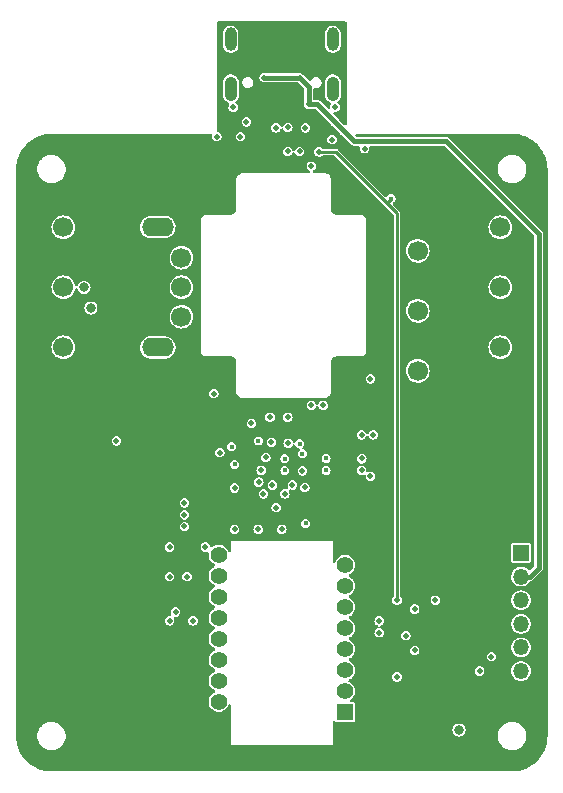
<source format=gbr>
%TF.GenerationSoftware,KiCad,Pcbnew,6.0.0*%
%TF.CreationDate,2022-01-13T14:08:01-08:00*%
%TF.ProjectId,redshift,72656473-6869-4667-942e-6b696361645f,0.1*%
%TF.SameCoordinates,Original*%
%TF.FileFunction,Copper,L3,Inr*%
%TF.FilePolarity,Positive*%
%FSLAX46Y46*%
G04 Gerber Fmt 4.6, Leading zero omitted, Abs format (unit mm)*
G04 Created by KiCad (PCBNEW 6.0.0) date 2022-01-13 14:08:01*
%MOMM*%
%LPD*%
G01*
G04 APERTURE LIST*
%TA.AperFunction,ComponentPad*%
%ADD10C,1.700000*%
%TD*%
%TA.AperFunction,ComponentPad*%
%ADD11O,2.700000X1.600000*%
%TD*%
%TA.AperFunction,ComponentPad*%
%ADD12O,1.050000X2.100000*%
%TD*%
%TA.AperFunction,ComponentPad*%
%ADD13O,1.000000X2.000000*%
%TD*%
%TA.AperFunction,ComponentPad*%
%ADD14R,1.350000X1.350000*%
%TD*%
%TA.AperFunction,ComponentPad*%
%ADD15O,1.350000X1.350000*%
%TD*%
%TA.AperFunction,ComponentPad*%
%ADD16R,1.400000X1.400000*%
%TD*%
%TA.AperFunction,ComponentPad*%
%ADD17C,1.400000*%
%TD*%
%TA.AperFunction,ViaPad*%
%ADD18C,0.450000*%
%TD*%
%TA.AperFunction,ViaPad*%
%ADD19C,0.500000*%
%TD*%
%TA.AperFunction,ViaPad*%
%ADD20C,0.800000*%
%TD*%
%TA.AperFunction,Conductor*%
%ADD21C,0.250000*%
%TD*%
%TA.AperFunction,Conductor*%
%ADD22C,0.450000*%
%TD*%
G04 APERTURE END LIST*
D10*
%TO.N,/ENC_A*%
%TO.C,ENC1*%
X129000000Y-80500000D03*
%TO.N,/ENC_B*%
X129000000Y-78000000D03*
%TO.N,GND*%
X129000000Y-75500000D03*
D11*
%TO.N,N/C*%
X127000000Y-83100000D03*
X127000000Y-72900000D03*
%TD*%
D12*
%TO.N,/SH*%
%TO.C,J1*%
X141820000Y-61180000D03*
D13*
X141820000Y-57000000D03*
X133180000Y-57000000D03*
D12*
X133180000Y-61180000D03*
%TD*%
D10*
%TO.N,GND*%
%TO.C,SW3*%
X149000000Y-74920000D03*
%TO.N,/SW3_M_NO*%
X149000000Y-80000000D03*
%TO.N,/SW3_M_NC*%
X149000000Y-85080000D03*
%TD*%
D14*
%TO.N,GND*%
%TO.C,J3*%
X157750000Y-100500000D03*
D15*
%TO.N,/VBUS_*%
X157750000Y-102500000D03*
%TO.N,/RESET*%
X157750000Y-104500000D03*
%TO.N,/SWDIO*%
X157750000Y-106500000D03*
%TO.N,/SWO*%
X157750000Y-108500000D03*
%TO.N,/SWCLK*%
X157750000Y-110500000D03*
%TD*%
D16*
%TO.N,N/C*%
%TO.C,U1*%
X142850000Y-113985000D03*
D17*
X142850000Y-112205000D03*
%TO.N,GND*%
X142850000Y-110425000D03*
%TO.N,Net-(C19-Pad1)*%
X142850000Y-108645000D03*
%TO.N,Net-(C21-Pad1)*%
X142850000Y-106865000D03*
%TO.N,unconnected-(U1-Pad6)*%
X142850000Y-105085000D03*
%TO.N,Net-(C17-Pad2)*%
X142850000Y-103305000D03*
%TO.N,GND*%
X142850000Y-101525000D03*
%TO.N,/SNSR_MTN*%
X132150000Y-100635000D03*
%TO.N,/FC6_SCK*%
X132150000Y-102415000D03*
%TO.N,/FC6_MOSI*%
X132150000Y-104195000D03*
%TO.N,/FC6_MISO*%
X132150000Y-105975000D03*
%TO.N,/FC6_CS1*%
X132150000Y-107755000D03*
%TO.N,/SNSR_RST*%
X132150000Y-109535000D03*
%TO.N,/SNSR_LED*%
X132150000Y-111315000D03*
%TO.N,N/C*%
X132150000Y-113095000D03*
%TD*%
D10*
%TO.N,GND*%
%TO.C,SW2*%
X156000000Y-72920000D03*
%TO.N,/SW2_R_NO*%
X156000000Y-78000000D03*
%TO.N,/SW2_R_NC*%
X156000000Y-83080000D03*
%TD*%
%TO.N,GND*%
%TO.C,SW1*%
X119000000Y-72920000D03*
%TO.N,/SW1_L_NO*%
X119000000Y-78000000D03*
%TO.N,/SW1_L_NC*%
X119000000Y-83080000D03*
%TD*%
D18*
%TO.N,+5V*%
X146750000Y-70500000D03*
D19*
X140650975Y-66546739D03*
X147250000Y-104500000D03*
%TO.N,+3V3*%
X137528381Y-87971619D03*
X146250000Y-94750000D03*
X131000000Y-89000000D03*
X145750000Y-104000000D03*
X138500000Y-98500000D03*
X154250000Y-106500000D03*
X145750000Y-103000000D03*
X142250000Y-92500000D03*
X127250000Y-90500000D03*
X134500000Y-98500000D03*
X146250000Y-95750000D03*
X154250000Y-107500000D03*
X142750000Y-91000000D03*
X131000000Y-91000000D03*
X145500000Y-67250000D03*
X136500000Y-98500000D03*
X125750000Y-111250000D03*
X144500000Y-67250000D03*
X142250000Y-93500000D03*
X154250000Y-105500000D03*
D20*
X149000000Y-115500000D03*
D19*
X131000000Y-90000000D03*
%TO.N,+1V8*%
X147250000Y-111000000D03*
%TO.N,/USB_D+*%
X137000000Y-64500000D03*
X138042518Y-91207482D03*
%TO.N,/USB_D-*%
X138000000Y-89000000D03*
X138000000Y-64475500D03*
%TO.N,/VBUS_*%
X136000000Y-60250000D03*
X142000000Y-64000000D03*
X139000000Y-60250000D03*
X142750000Y-64750000D03*
X139759355Y-62504544D03*
%TO.N,/USB1_LED*%
X136143360Y-92413402D03*
X123500000Y-91000000D03*
D18*
%TO.N,/FC6_CS1*%
X139524011Y-98000000D03*
D19*
%TO.N,/RESET*%
X136620878Y-91129122D03*
X150500000Y-104500000D03*
%TO.N,/FC6_SCK*%
X128000000Y-102500000D03*
X129475500Y-102500000D03*
X135750000Y-93500000D03*
%TO.N,/FC6_MOSI*%
X131024500Y-100000000D03*
X128000000Y-100000000D03*
%TO.N,/FC6_MISO*%
X137750000Y-95500000D03*
X129975500Y-106250000D03*
X128000000Y-106250000D03*
D18*
%TO.N,/SW1_L_NC*%
X135519107Y-91020248D03*
D19*
%TO.N,/SNSR_RST*%
X137024500Y-96651949D03*
%TO.N,/SW1_L_NO*%
X136500000Y-89000000D03*
%TO.N,GND*%
X136700989Y-94750000D03*
X144270000Y-92500000D03*
X142000000Y-62750000D03*
X145750000Y-107250000D03*
X144250000Y-90500000D03*
X128500000Y-105500000D03*
X140000000Y-67750000D03*
X134000000Y-65250000D03*
X139451727Y-94957641D03*
X134925500Y-89524020D03*
X138000000Y-66500000D03*
X141000000Y-88000000D03*
D20*
X152500000Y-115500000D03*
D19*
X145000000Y-85750000D03*
X144500000Y-66274989D03*
X132250000Y-92000000D03*
X137500000Y-98500000D03*
X148000000Y-107500000D03*
X140000000Y-88000000D03*
X135500000Y-98500000D03*
X139000000Y-66500000D03*
X154250000Y-110500000D03*
X148750000Y-108750000D03*
X133500000Y-95000000D03*
X139500000Y-64500000D03*
X145750000Y-106250000D03*
X145250000Y-90500000D03*
X141750000Y-65500000D03*
X132000000Y-65250000D03*
X148750000Y-105250000D03*
X134500000Y-64000000D03*
X131750000Y-87000000D03*
X144250000Y-93500000D03*
X133374500Y-62750000D03*
D18*
X141250000Y-92500000D03*
D19*
X133500000Y-98500000D03*
X129250000Y-96250000D03*
%TO.N,/SW4_NC*%
X135544503Y-94500000D03*
X129250000Y-97250000D03*
%TO.N,/SW4_NO*%
X135944011Y-95500000D03*
X129250000Y-98250000D03*
D18*
%TO.N,/SW2_R_NO*%
X137750000Y-92519503D03*
%TO.N,/SW2_R_NC*%
X137750000Y-93500000D03*
%TO.N,/SW3_M_NO*%
X139000000Y-91250000D03*
%TO.N,/SW3_M_NC*%
X139250000Y-92100980D03*
%TO.N,/ENC_B*%
X133500000Y-93000000D03*
D20*
X120750000Y-78000000D03*
%TO.N,/ENC_A*%
X121334080Y-79767133D03*
D18*
X133250000Y-91500000D03*
D19*
%TO.N,/SWO*%
X139250000Y-93548273D03*
X155250000Y-109274500D03*
D18*
%TO.N,/SWCLK*%
X141250000Y-93500000D03*
D19*
%TO.N,/SWDIO*%
X145000000Y-94000000D03*
%TO.N,/SNSR_MTN*%
X138397276Y-94749989D03*
%TD*%
D21*
%TO.N,+5V*%
X146750000Y-70500000D02*
X146375000Y-70875000D01*
X146375000Y-70875000D02*
X147250000Y-71750000D01*
X147250000Y-71750000D02*
X147250000Y-104500000D01*
X140650975Y-66546739D02*
X142046739Y-66546739D01*
X142046739Y-66546739D02*
X146375000Y-70875000D01*
D22*
%TO.N,/VBUS_*%
X159250000Y-73500000D02*
X159250000Y-101750000D01*
X142000000Y-64000000D02*
X140504544Y-62504544D01*
X142750000Y-64750000D02*
X143650489Y-65650489D01*
X139000000Y-60250000D02*
X139759355Y-61009355D01*
X142750000Y-64750000D02*
X142000000Y-64000000D01*
X140504544Y-62504544D02*
X139759355Y-62504544D01*
X139759355Y-61009355D02*
X139759355Y-62504544D01*
X136000000Y-60250000D02*
X139000000Y-60250000D01*
X159250000Y-101750000D02*
X158500000Y-102500000D01*
X151400489Y-65650489D02*
X159250000Y-73500000D01*
X158500000Y-102500000D02*
X157750000Y-102500000D01*
X143650489Y-65650489D02*
X151400489Y-65650489D01*
%TD*%
%TA.AperFunction,Conductor*%
%TO.N,+3V3*%
G36*
X142941621Y-55520502D02*
G01*
X142988114Y-55574158D01*
X142999500Y-55626500D01*
X142999500Y-62986321D01*
X142998255Y-63000000D01*
X142995208Y-63000000D01*
X142996231Y-63015603D01*
X142999730Y-63068994D01*
X143000000Y-63077235D01*
X143000000Y-64164773D01*
X142979998Y-64232894D01*
X142926342Y-64279387D01*
X142856068Y-64289491D01*
X142791488Y-64259997D01*
X142784905Y-64253868D01*
X142378892Y-63847855D01*
X142355720Y-63815963D01*
X142328050Y-63761658D01*
X142238342Y-63671950D01*
X142184037Y-63644280D01*
X142152145Y-63621108D01*
X141900073Y-63369036D01*
X141866047Y-63306724D01*
X141871112Y-63235909D01*
X141913659Y-63179073D01*
X141980179Y-63154262D01*
X141989168Y-63153941D01*
X141990207Y-63153941D01*
X142000000Y-63155492D01*
X142009793Y-63153941D01*
X142115513Y-63137197D01*
X142115515Y-63137196D01*
X142125304Y-63135646D01*
X142238342Y-63078050D01*
X142328050Y-62988342D01*
X142385646Y-62875304D01*
X142389666Y-62849927D01*
X142403941Y-62759793D01*
X142405492Y-62750000D01*
X142385646Y-62624696D01*
X142328050Y-62511658D01*
X142238342Y-62421950D01*
X142240174Y-62420118D01*
X142205729Y-62375451D01*
X142199653Y-62304714D01*
X142232785Y-62241923D01*
X142240305Y-62234796D01*
X142325681Y-62160317D01*
X142419693Y-62026552D01*
X142479083Y-61874224D01*
X142495500Y-61749527D01*
X142495500Y-60614004D01*
X142480819Y-60492687D01*
X142423027Y-60339745D01*
X142382759Y-60281155D01*
X142334723Y-60211262D01*
X142334722Y-60211261D01*
X142330421Y-60205003D01*
X142208348Y-60096240D01*
X142201638Y-60092687D01*
X142070566Y-60023288D01*
X142070564Y-60023287D01*
X142063855Y-60019735D01*
X142003787Y-60004647D01*
X141912655Y-59981756D01*
X141912651Y-59981756D01*
X141905284Y-59979905D01*
X141897685Y-59979865D01*
X141897683Y-59979865D01*
X141829653Y-59979509D01*
X141741790Y-59979049D01*
X141734410Y-59980821D01*
X141734408Y-59980821D01*
X141590189Y-60015444D01*
X141590185Y-60015445D01*
X141582810Y-60017216D01*
X141437524Y-60092204D01*
X141431802Y-60097196D01*
X141431800Y-60097197D01*
X141320044Y-60194688D01*
X141320041Y-60194691D01*
X141314319Y-60199683D01*
X141220307Y-60333448D01*
X141160917Y-60485776D01*
X141144500Y-60610473D01*
X141144500Y-61745996D01*
X141159181Y-61867313D01*
X141216973Y-62020255D01*
X141221274Y-62026513D01*
X141304875Y-62148152D01*
X141309579Y-62154997D01*
X141315249Y-62160048D01*
X141315250Y-62160050D01*
X141325788Y-62169439D01*
X141431652Y-62263760D01*
X141438361Y-62267312D01*
X141438362Y-62267313D01*
X141569434Y-62336712D01*
X141569436Y-62336713D01*
X141576145Y-62340265D01*
X141583508Y-62342114D01*
X141583512Y-62342116D01*
X141585142Y-62342525D01*
X141586200Y-62343147D01*
X141590602Y-62344837D01*
X141590320Y-62345571D01*
X141646338Y-62378518D01*
X141678360Y-62441883D01*
X141671040Y-62512502D01*
X141666715Y-62521932D01*
X141614354Y-62624696D01*
X141594508Y-62750000D01*
X141596059Y-62759793D01*
X141596059Y-62760832D01*
X141576057Y-62828953D01*
X141522401Y-62875446D01*
X141452127Y-62885550D01*
X141387547Y-62856056D01*
X141380964Y-62849927D01*
X140807892Y-62276855D01*
X140793167Y-62258624D01*
X140791766Y-62257084D01*
X140786116Y-62248334D01*
X140765642Y-62232194D01*
X140760079Y-62227808D01*
X140755712Y-62223927D01*
X140755646Y-62224005D01*
X140751688Y-62220651D01*
X140748006Y-62216969D01*
X140743775Y-62213946D01*
X140743772Y-62213943D01*
X140738953Y-62210500D01*
X140732492Y-62205883D01*
X140727756Y-62202327D01*
X140687944Y-62170941D01*
X140679395Y-62167939D01*
X140672025Y-62162672D01*
X140625433Y-62148738D01*
X140623474Y-62148152D01*
X140617830Y-62146318D01*
X140577479Y-62132148D01*
X140577473Y-62132147D01*
X140569996Y-62129521D01*
X140564489Y-62129044D01*
X140561782Y-62129044D01*
X140559209Y-62128933D01*
X140559050Y-62128885D01*
X140559056Y-62128741D01*
X140558436Y-62128702D01*
X140552257Y-62126854D01*
X140498989Y-62128947D01*
X140494042Y-62129044D01*
X140260855Y-62129044D01*
X140192734Y-62109042D01*
X140146241Y-62055386D01*
X140134855Y-62003044D01*
X140134855Y-61268678D01*
X140154857Y-61200557D01*
X140208513Y-61154064D01*
X140280240Y-61144178D01*
X140312948Y-61149271D01*
X140352956Y-61155500D01*
X140424145Y-61155500D01*
X140463589Y-61149851D01*
X140515943Y-61142354D01*
X140515946Y-61142353D01*
X140524829Y-61141081D01*
X140648820Y-61084706D01*
X140752004Y-60995796D01*
X140826087Y-60881501D01*
X140865113Y-60751006D01*
X140865945Y-60614804D01*
X140839383Y-60521864D01*
X140830983Y-60492473D01*
X140830982Y-60492471D01*
X140828516Y-60483842D01*
X140755835Y-60368650D01*
X140723107Y-60339745D01*
X140660473Y-60284429D01*
X140653745Y-60278487D01*
X140645622Y-60274673D01*
X140645620Y-60274672D01*
X140572211Y-60240207D01*
X140530452Y-60220601D01*
X140521588Y-60219221D01*
X140521585Y-60219220D01*
X140458103Y-60209336D01*
X140427044Y-60204500D01*
X140355855Y-60204500D01*
X140316411Y-60210149D01*
X140264057Y-60217646D01*
X140264054Y-60217647D01*
X140255171Y-60218919D01*
X140131180Y-60275294D01*
X140027996Y-60364204D01*
X140023112Y-60371739D01*
X139962176Y-60465750D01*
X139908339Y-60512034D01*
X139838027Y-60521864D01*
X139773561Y-60492119D01*
X139767349Y-60486312D01*
X139378892Y-60097855D01*
X139355720Y-60065963D01*
X139328050Y-60011658D01*
X139238342Y-59921950D01*
X139125304Y-59864354D01*
X139115515Y-59862804D01*
X139115513Y-59862803D01*
X139009793Y-59846059D01*
X139000000Y-59844508D01*
X138874696Y-59864354D01*
X138866623Y-59868467D01*
X138828533Y-59874500D01*
X136171467Y-59874500D01*
X136133377Y-59868467D01*
X136125304Y-59864354D01*
X136000000Y-59844508D01*
X135990207Y-59846059D01*
X135884487Y-59862803D01*
X135884485Y-59862804D01*
X135874696Y-59864354D01*
X135761658Y-59921950D01*
X135671950Y-60011658D01*
X135614354Y-60124696D01*
X135594508Y-60250000D01*
X135596059Y-60259793D01*
X135612359Y-60362706D01*
X135614354Y-60375304D01*
X135671950Y-60488342D01*
X135761658Y-60578050D01*
X135874696Y-60635646D01*
X135884485Y-60637196D01*
X135884487Y-60637197D01*
X135990207Y-60653941D01*
X136000000Y-60655492D01*
X136125304Y-60635646D01*
X136133377Y-60631533D01*
X136171467Y-60625500D01*
X138792273Y-60625500D01*
X138860394Y-60645502D01*
X138881368Y-60662405D01*
X139346950Y-61127987D01*
X139380976Y-61190299D01*
X139383855Y-61217082D01*
X139383855Y-62333077D01*
X139377822Y-62371167D01*
X139373709Y-62379240D01*
X139353863Y-62504544D01*
X139373709Y-62629848D01*
X139431305Y-62742886D01*
X139521013Y-62832594D01*
X139634051Y-62890190D01*
X139643840Y-62891740D01*
X139643842Y-62891741D01*
X139749562Y-62908485D01*
X139759355Y-62910036D01*
X139884659Y-62890190D01*
X139892732Y-62886077D01*
X139930822Y-62880044D01*
X140296817Y-62880044D01*
X140364938Y-62900046D01*
X140385912Y-62916949D01*
X141621108Y-64152145D01*
X141644280Y-64184037D01*
X141671950Y-64238342D01*
X141761658Y-64328050D01*
X141805122Y-64350196D01*
X141815963Y-64355720D01*
X141847855Y-64378892D01*
X142371108Y-64902145D01*
X142394280Y-64934037D01*
X142421950Y-64988342D01*
X142511658Y-65078050D01*
X142520491Y-65082551D01*
X142520493Y-65082552D01*
X142565959Y-65105718D01*
X142597853Y-65128890D01*
X143347146Y-65878184D01*
X143361853Y-65896395D01*
X143363268Y-65897950D01*
X143368917Y-65906699D01*
X143377097Y-65913147D01*
X143377099Y-65913150D01*
X143394950Y-65927223D01*
X143399324Y-65931110D01*
X143399390Y-65931032D01*
X143403349Y-65934387D01*
X143407027Y-65938065D01*
X143411251Y-65941084D01*
X143411260Y-65941091D01*
X143422563Y-65949168D01*
X143427309Y-65952732D01*
X143467089Y-65984092D01*
X143475637Y-65987094D01*
X143483008Y-65992361D01*
X143492981Y-65995344D01*
X143492984Y-65995345D01*
X143531572Y-66006885D01*
X143537219Y-66008720D01*
X143577553Y-66022884D01*
X143577554Y-66022884D01*
X143585037Y-66025512D01*
X143590544Y-66025989D01*
X143593251Y-66025989D01*
X143595821Y-66026100D01*
X143595983Y-66026148D01*
X143595977Y-66026293D01*
X143596597Y-66026332D01*
X143602776Y-66028180D01*
X143656070Y-66026086D01*
X143661016Y-66025989D01*
X143986418Y-66025989D01*
X144054539Y-66045991D01*
X144101032Y-66099647D01*
X144110867Y-66171699D01*
X144098270Y-66251237D01*
X144094508Y-66274989D01*
X144096059Y-66284782D01*
X144111851Y-66384487D01*
X144114354Y-66400293D01*
X144171950Y-66513331D01*
X144261658Y-66603039D01*
X144374696Y-66660635D01*
X144384485Y-66662185D01*
X144384487Y-66662186D01*
X144490207Y-66678930D01*
X144500000Y-66680481D01*
X144509793Y-66678930D01*
X144615513Y-66662186D01*
X144615515Y-66662185D01*
X144625304Y-66660635D01*
X144738342Y-66603039D01*
X144828050Y-66513331D01*
X144885646Y-66400293D01*
X144888150Y-66384487D01*
X144903941Y-66284782D01*
X144905492Y-66274989D01*
X144901730Y-66251237D01*
X144889133Y-66171699D01*
X144898233Y-66101288D01*
X144943955Y-66046974D01*
X145013582Y-66025989D01*
X151192762Y-66025989D01*
X151260883Y-66045991D01*
X151281857Y-66062894D01*
X158837595Y-73618632D01*
X158871621Y-73680944D01*
X158874500Y-73707727D01*
X158874500Y-101542273D01*
X158854498Y-101610394D01*
X158837595Y-101631368D01*
X158532148Y-101936815D01*
X158469836Y-101970841D01*
X158399021Y-101965776D01*
X158349417Y-101932030D01*
X158345255Y-101927407D01*
X158305410Y-101883155D01*
X158203121Y-101808837D01*
X158170366Y-101785039D01*
X158170365Y-101785038D01*
X158165024Y-101781158D01*
X158158996Y-101778474D01*
X158158994Y-101778473D01*
X158012530Y-101713263D01*
X158012529Y-101713263D01*
X158006499Y-101710578D01*
X157921632Y-101692539D01*
X157843221Y-101675872D01*
X157843217Y-101675872D01*
X157836764Y-101674500D01*
X157663236Y-101674500D01*
X157656783Y-101675872D01*
X157656779Y-101675872D01*
X157578369Y-101692539D01*
X157493501Y-101710578D01*
X157487472Y-101713262D01*
X157487470Y-101713263D01*
X157341007Y-101778473D01*
X157341005Y-101778474D01*
X157334977Y-101781158D01*
X157329636Y-101785038D01*
X157329635Y-101785039D01*
X157217445Y-101866550D01*
X157194590Y-101883155D01*
X157190169Y-101888065D01*
X157190168Y-101888066D01*
X157113503Y-101973212D01*
X157078478Y-102012111D01*
X156991714Y-102162389D01*
X156969448Y-102230918D01*
X156958176Y-102265612D01*
X156938092Y-102327424D01*
X156919953Y-102500000D01*
X156938092Y-102672576D01*
X156991714Y-102837611D01*
X157078478Y-102987889D01*
X157082899Y-102992799D01*
X157179687Y-103100293D01*
X157194590Y-103116845D01*
X157334976Y-103218842D01*
X157341004Y-103221526D01*
X157341006Y-103221527D01*
X157439771Y-103265500D01*
X157493501Y-103289422D01*
X157572436Y-103306200D01*
X157656779Y-103324128D01*
X157656783Y-103324128D01*
X157663236Y-103325500D01*
X157836764Y-103325500D01*
X157843217Y-103324128D01*
X157843221Y-103324128D01*
X157927564Y-103306200D01*
X158006499Y-103289422D01*
X158060229Y-103265500D01*
X158158994Y-103221527D01*
X158158996Y-103221526D01*
X158165024Y-103218842D01*
X158305410Y-103116845D01*
X158320314Y-103100293D01*
X158417101Y-102992799D01*
X158421522Y-102987889D01*
X158451904Y-102935267D01*
X158503288Y-102886274D01*
X158540332Y-102873979D01*
X158550022Y-102872366D01*
X158555863Y-102871535D01*
X158560952Y-102870933D01*
X158606210Y-102865576D01*
X158614377Y-102861654D01*
X158623313Y-102860167D01*
X158632475Y-102855223D01*
X158632479Y-102855222D01*
X158667929Y-102836094D01*
X158673220Y-102833398D01*
X158711749Y-102814897D01*
X158711750Y-102814896D01*
X158718900Y-102811463D01*
X158723131Y-102807906D01*
X158725063Y-102805974D01*
X158726937Y-102804255D01*
X158727074Y-102804181D01*
X158727174Y-102804291D01*
X158727654Y-102803868D01*
X158733329Y-102800806D01*
X158769541Y-102761632D01*
X158772970Y-102758067D01*
X159477689Y-102053348D01*
X159495920Y-102038623D01*
X159497460Y-102037222D01*
X159506210Y-102031572D01*
X159526736Y-102005535D01*
X159530617Y-102001168D01*
X159530539Y-102001102D01*
X159533893Y-101997144D01*
X159537575Y-101993462D01*
X159548661Y-101977948D01*
X159552217Y-101973212D01*
X159558079Y-101965776D01*
X159583603Y-101933400D01*
X159586605Y-101924851D01*
X159591872Y-101917481D01*
X159606394Y-101868922D01*
X159608227Y-101863281D01*
X159622395Y-101822936D01*
X159622395Y-101822935D01*
X159625023Y-101815452D01*
X159625500Y-101809945D01*
X159625500Y-101807238D01*
X159625611Y-101804666D01*
X159625659Y-101804506D01*
X159625803Y-101804512D01*
X159625842Y-101803894D01*
X159627690Y-101797714D01*
X159625597Y-101744445D01*
X159625500Y-101739499D01*
X159625500Y-73553496D01*
X159627979Y-73530199D01*
X159628077Y-73528114D01*
X159630269Y-73517934D01*
X159626373Y-73485016D01*
X159626029Y-73479179D01*
X159625928Y-73479187D01*
X159625500Y-73474011D01*
X159625500Y-73468807D01*
X159622372Y-73450011D01*
X159621535Y-73444136D01*
X159620256Y-73433334D01*
X159615576Y-73393791D01*
X159611655Y-73385625D01*
X159610167Y-73376687D01*
X159586091Y-73332064D01*
X159583398Y-73326778D01*
X159564896Y-73288247D01*
X159564892Y-73288241D01*
X159561463Y-73281100D01*
X159557906Y-73276869D01*
X159555977Y-73274940D01*
X159554255Y-73273063D01*
X159554181Y-73272926D01*
X159554291Y-73272826D01*
X159553868Y-73272346D01*
X159550806Y-73266671D01*
X159511632Y-73230459D01*
X159508067Y-73227030D01*
X154375631Y-68094594D01*
X155798074Y-68094594D01*
X155799053Y-68100291D01*
X155799053Y-68100292D01*
X155806657Y-68144542D01*
X155835438Y-68312043D01*
X155911804Y-68519043D01*
X155914756Y-68524004D01*
X155914756Y-68524005D01*
X155981880Y-68636829D01*
X156024614Y-68708659D01*
X156170090Y-68874543D01*
X156343360Y-69011137D01*
X156538620Y-69113869D01*
X156749333Y-69179297D01*
X156755070Y-69179976D01*
X156924789Y-69200064D01*
X156924795Y-69200064D01*
X156928476Y-69200500D01*
X157055970Y-69200500D01*
X157219711Y-69185454D01*
X157225273Y-69183885D01*
X157225275Y-69183885D01*
X157325888Y-69155509D01*
X157432064Y-69125565D01*
X157629947Y-69027980D01*
X157652503Y-69011137D01*
X157802109Y-68899420D01*
X157802110Y-68899420D01*
X157806733Y-68895967D01*
X157943046Y-68748505D01*
X157952582Y-68738189D01*
X157952584Y-68738186D01*
X157956501Y-68733949D01*
X158074236Y-68547350D01*
X158155994Y-68342421D01*
X158164502Y-68299652D01*
X158197911Y-68131691D01*
X158197911Y-68131688D01*
X158199038Y-68126024D01*
X158199450Y-68094594D01*
X158200563Y-68009504D01*
X158201926Y-67905406D01*
X158198271Y-67884137D01*
X158165541Y-67693654D01*
X158165541Y-67693653D01*
X158164562Y-67687957D01*
X158088196Y-67480957D01*
X158057262Y-67428961D01*
X157978340Y-67296306D01*
X157978339Y-67296305D01*
X157975386Y-67291341D01*
X157829910Y-67125457D01*
X157656640Y-66988863D01*
X157461380Y-66886131D01*
X157250667Y-66820703D01*
X157236718Y-66819052D01*
X157075211Y-66799936D01*
X157075205Y-66799936D01*
X157071524Y-66799500D01*
X156944030Y-66799500D01*
X156780289Y-66814546D01*
X156774727Y-66816115D01*
X156774725Y-66816115D01*
X156716451Y-66832550D01*
X156567936Y-66874435D01*
X156370053Y-66972020D01*
X156365427Y-66975474D01*
X156365426Y-66975475D01*
X156236804Y-67071522D01*
X156193267Y-67104033D01*
X156173463Y-67125457D01*
X156100454Y-67204438D01*
X156043499Y-67266051D01*
X155925764Y-67452650D01*
X155844006Y-67657579D01*
X155842880Y-67663239D01*
X155842879Y-67663243D01*
X155802344Y-67867028D01*
X155800962Y-67873976D01*
X155800886Y-67879751D01*
X155800886Y-67879755D01*
X155799465Y-67988342D01*
X155798074Y-68094594D01*
X154375631Y-68094594D01*
X151703837Y-65422800D01*
X151689112Y-65404569D01*
X151687711Y-65403029D01*
X151682061Y-65394279D01*
X151656024Y-65373753D01*
X151651657Y-65369872D01*
X151651591Y-65369950D01*
X151647633Y-65366596D01*
X151643951Y-65362914D01*
X151639720Y-65359891D01*
X151639717Y-65359888D01*
X151630809Y-65353523D01*
X151628437Y-65351828D01*
X151623701Y-65348272D01*
X151583889Y-65316886D01*
X151575340Y-65313884D01*
X151567970Y-65308617D01*
X151534692Y-65298665D01*
X151519419Y-65294097D01*
X151513775Y-65292263D01*
X151473424Y-65278093D01*
X151473418Y-65278092D01*
X151465941Y-65275466D01*
X151460434Y-65274989D01*
X151457727Y-65274989D01*
X151455154Y-65274878D01*
X151454995Y-65274830D01*
X151455001Y-65274686D01*
X151454381Y-65274647D01*
X151448202Y-65272799D01*
X151394934Y-65274892D01*
X151389987Y-65274989D01*
X143858216Y-65274989D01*
X143790095Y-65254987D01*
X143769121Y-65238084D01*
X143746132Y-65215095D01*
X143712106Y-65152783D01*
X143717171Y-65081968D01*
X143759718Y-65025132D01*
X143826238Y-65000321D01*
X143835227Y-65000000D01*
X144922765Y-65000000D01*
X144931006Y-65000270D01*
X144934592Y-65000505D01*
X145000000Y-65004792D01*
X145000000Y-65001576D01*
X145009732Y-65000500D01*
X156996699Y-65000500D01*
X157003293Y-65000673D01*
X157039471Y-65002569D01*
X157133549Y-65007499D01*
X157313790Y-65017622D01*
X157326421Y-65018973D01*
X157475061Y-65042515D01*
X157476150Y-65042694D01*
X157564176Y-65057650D01*
X157635217Y-65069721D01*
X157646721Y-65072234D01*
X157795562Y-65112115D01*
X157797833Y-65112747D01*
X157949080Y-65156321D01*
X157959350Y-65159764D01*
X158104647Y-65215539D01*
X158107696Y-65216755D01*
X158251685Y-65276397D01*
X158260651Y-65280530D01*
X158400049Y-65351557D01*
X158403752Y-65353523D01*
X158529099Y-65422800D01*
X158539483Y-65428539D01*
X158547159Y-65433145D01*
X158678692Y-65518564D01*
X158682979Y-65521475D01*
X158809119Y-65610976D01*
X158815475Y-65615797D01*
X158937519Y-65714626D01*
X158942178Y-65718589D01*
X158972127Y-65745353D01*
X159057388Y-65821547D01*
X159062523Y-65826403D01*
X159173597Y-65937477D01*
X159178453Y-65942612D01*
X159250189Y-66022884D01*
X159281405Y-66057815D01*
X159285368Y-66062473D01*
X159384203Y-66184525D01*
X159389024Y-66190881D01*
X159446041Y-66271239D01*
X159478525Y-66317021D01*
X159481436Y-66321308D01*
X159566855Y-66452841D01*
X159571461Y-66460517D01*
X159646472Y-66596239D01*
X159648443Y-66599951D01*
X159719470Y-66739349D01*
X159723603Y-66748315D01*
X159755416Y-66825118D01*
X159783245Y-66892304D01*
X159784461Y-66895353D01*
X159840235Y-67040647D01*
X159843679Y-67050920D01*
X159887253Y-67202167D01*
X159887885Y-67204438D01*
X159927766Y-67353279D01*
X159930279Y-67364783D01*
X159939228Y-67417450D01*
X159957306Y-67523850D01*
X159957485Y-67524939D01*
X159978493Y-67657579D01*
X159981026Y-67673572D01*
X159982378Y-67686212D01*
X159985411Y-67740207D01*
X159992506Y-67866558D01*
X159994244Y-67899708D01*
X159999327Y-67996707D01*
X159999500Y-68003301D01*
X159999500Y-115996699D01*
X159999327Y-116003293D01*
X159992531Y-116132972D01*
X159992506Y-116133442D01*
X159982797Y-116306346D01*
X159982379Y-116313782D01*
X159981027Y-116326421D01*
X159957485Y-116475061D01*
X159957306Y-116476150D01*
X159944379Y-116552233D01*
X159930279Y-116635217D01*
X159927766Y-116646721D01*
X159887885Y-116795562D01*
X159887253Y-116797833D01*
X159843679Y-116949080D01*
X159840236Y-116959350D01*
X159812911Y-117030535D01*
X159784467Y-117104633D01*
X159783245Y-117107696D01*
X159750818Y-117185983D01*
X159723605Y-117251680D01*
X159719470Y-117260651D01*
X159648443Y-117400049D01*
X159646472Y-117403761D01*
X159571461Y-117539483D01*
X159566855Y-117547159D01*
X159481436Y-117678692D01*
X159478525Y-117682979D01*
X159389024Y-117809119D01*
X159384203Y-117815475D01*
X159285374Y-117937519D01*
X159281405Y-117942185D01*
X159178454Y-118057387D01*
X159173598Y-118062522D01*
X159062523Y-118173597D01*
X159057388Y-118178453D01*
X158942185Y-118281405D01*
X158937527Y-118285368D01*
X158815475Y-118384203D01*
X158809119Y-118389024D01*
X158716719Y-118454585D01*
X158682979Y-118478525D01*
X158678692Y-118481436D01*
X158547159Y-118566855D01*
X158539483Y-118571461D01*
X158403761Y-118646472D01*
X158400049Y-118648443D01*
X158260651Y-118719470D01*
X158251685Y-118723603D01*
X158170775Y-118757117D01*
X158107696Y-118783245D01*
X158104647Y-118784461D01*
X157959353Y-118840235D01*
X157949080Y-118843679D01*
X157797833Y-118887253D01*
X157795562Y-118887885D01*
X157646721Y-118927766D01*
X157635217Y-118930279D01*
X157564176Y-118942350D01*
X157476150Y-118957306D01*
X157475061Y-118957485D01*
X157326421Y-118981027D01*
X157313790Y-118982378D01*
X157133549Y-118992501D01*
X157058898Y-118996413D01*
X157003293Y-118999327D01*
X156996699Y-118999500D01*
X118003301Y-118999500D01*
X117996707Y-118999327D01*
X117941102Y-118996413D01*
X117866451Y-118992501D01*
X117686210Y-118982378D01*
X117673579Y-118981027D01*
X117524939Y-118957485D01*
X117523850Y-118957306D01*
X117435824Y-118942350D01*
X117364783Y-118930279D01*
X117353279Y-118927766D01*
X117204438Y-118887885D01*
X117202167Y-118887253D01*
X117050920Y-118843679D01*
X117040647Y-118840235D01*
X116895353Y-118784461D01*
X116892304Y-118783245D01*
X116829225Y-118757117D01*
X116748315Y-118723603D01*
X116739349Y-118719470D01*
X116599951Y-118648443D01*
X116596239Y-118646472D01*
X116460517Y-118571461D01*
X116452841Y-118566855D01*
X116321308Y-118481436D01*
X116317021Y-118478525D01*
X116283281Y-118454585D01*
X116190881Y-118389024D01*
X116184525Y-118384203D01*
X116062473Y-118285368D01*
X116057815Y-118281405D01*
X115942612Y-118178453D01*
X115937477Y-118173597D01*
X115826402Y-118062522D01*
X115821546Y-118057387D01*
X115718595Y-117942185D01*
X115714626Y-117937519D01*
X115615797Y-117815475D01*
X115610976Y-117809119D01*
X115521475Y-117682979D01*
X115518564Y-117678692D01*
X115433145Y-117547159D01*
X115428539Y-117539483D01*
X115353528Y-117403761D01*
X115351557Y-117400049D01*
X115280530Y-117260651D01*
X115276395Y-117251680D01*
X115249183Y-117185983D01*
X115216755Y-117107696D01*
X115215533Y-117104633D01*
X115187090Y-117030535D01*
X115159764Y-116959350D01*
X115156321Y-116949080D01*
X115112747Y-116797833D01*
X115112115Y-116795562D01*
X115072234Y-116646721D01*
X115069721Y-116635217D01*
X115055621Y-116552233D01*
X115042694Y-116476150D01*
X115042515Y-116475061D01*
X115018973Y-116326421D01*
X115017621Y-116313782D01*
X115017204Y-116306346D01*
X115007494Y-116133442D01*
X115007469Y-116132972D01*
X115005458Y-116094594D01*
X116798074Y-116094594D01*
X116799053Y-116100291D01*
X116799053Y-116100292D01*
X116803475Y-116126024D01*
X116835438Y-116312043D01*
X116911804Y-116519043D01*
X116914756Y-116524004D01*
X116914756Y-116524005D01*
X116974661Y-116624695D01*
X117024614Y-116708659D01*
X117170090Y-116874543D01*
X117343360Y-117011137D01*
X117538620Y-117113869D01*
X117749333Y-117179297D01*
X117755070Y-117179976D01*
X117924789Y-117200064D01*
X117924795Y-117200064D01*
X117928476Y-117200500D01*
X118055970Y-117200500D01*
X118219711Y-117185454D01*
X118225273Y-117183885D01*
X118225275Y-117183885D01*
X118325887Y-117155510D01*
X118432064Y-117125565D01*
X118629947Y-117027980D01*
X118652503Y-117011137D01*
X118802109Y-116899420D01*
X118802110Y-116899420D01*
X118806733Y-116895967D01*
X118897447Y-116797833D01*
X118952582Y-116738189D01*
X118952584Y-116738186D01*
X118956501Y-116733949D01*
X119074236Y-116547350D01*
X119155994Y-116342421D01*
X119159176Y-116326428D01*
X119197911Y-116131691D01*
X119197911Y-116131688D01*
X119199038Y-116126024D01*
X119199450Y-116094594D01*
X119201850Y-115911188D01*
X119201926Y-115905406D01*
X119198604Y-115886071D01*
X119165541Y-115693654D01*
X119165541Y-115693653D01*
X119164562Y-115687957D01*
X119088196Y-115480957D01*
X118975386Y-115291341D01*
X118829910Y-115125457D01*
X118656640Y-114988863D01*
X118461380Y-114886131D01*
X118250667Y-114820703D01*
X118236718Y-114819052D01*
X118075211Y-114799936D01*
X118075205Y-114799936D01*
X118071524Y-114799500D01*
X117944030Y-114799500D01*
X117780289Y-114814546D01*
X117774727Y-114816115D01*
X117774725Y-114816115D01*
X117705991Y-114835500D01*
X117567936Y-114874435D01*
X117370053Y-114972020D01*
X117365427Y-114975474D01*
X117365426Y-114975475D01*
X117342709Y-114992439D01*
X117193267Y-115104033D01*
X117173463Y-115125457D01*
X117076821Y-115230004D01*
X117043499Y-115266051D01*
X116925764Y-115452650D01*
X116844006Y-115657579D01*
X116800962Y-115873976D01*
X116800886Y-115879751D01*
X116800886Y-115879755D01*
X116800475Y-115911188D01*
X116798074Y-116094594D01*
X115005458Y-116094594D01*
X115000673Y-116003293D01*
X115000500Y-115996699D01*
X115000500Y-106250000D01*
X127594508Y-106250000D01*
X127596059Y-106259793D01*
X127611523Y-106357427D01*
X127614354Y-106375304D01*
X127671950Y-106488342D01*
X127761658Y-106578050D01*
X127874696Y-106635646D01*
X127884485Y-106637196D01*
X127884487Y-106637197D01*
X127990207Y-106653941D01*
X128000000Y-106655492D01*
X128009793Y-106653941D01*
X128115513Y-106637197D01*
X128115515Y-106637196D01*
X128125304Y-106635646D01*
X128238342Y-106578050D01*
X128328050Y-106488342D01*
X128385646Y-106375304D01*
X128388478Y-106357427D01*
X128403941Y-106259793D01*
X128405492Y-106250000D01*
X129570008Y-106250000D01*
X129571559Y-106259793D01*
X129587023Y-106357427D01*
X129589854Y-106375304D01*
X129647450Y-106488342D01*
X129737158Y-106578050D01*
X129850196Y-106635646D01*
X129859985Y-106637196D01*
X129859987Y-106637197D01*
X129965707Y-106653941D01*
X129975500Y-106655492D01*
X129985293Y-106653941D01*
X130091013Y-106637197D01*
X130091015Y-106637196D01*
X130100804Y-106635646D01*
X130213842Y-106578050D01*
X130303550Y-106488342D01*
X130361146Y-106375304D01*
X130363978Y-106357427D01*
X130379441Y-106259793D01*
X130380992Y-106250000D01*
X130377127Y-106225595D01*
X130362697Y-106134487D01*
X130362696Y-106134485D01*
X130361146Y-106124696D01*
X130303550Y-106011658D01*
X130213842Y-105921950D01*
X130100804Y-105864354D01*
X130091015Y-105862804D01*
X130091013Y-105862803D01*
X129985293Y-105846059D01*
X129975500Y-105844508D01*
X129965707Y-105846059D01*
X129859987Y-105862803D01*
X129859985Y-105862804D01*
X129850196Y-105864354D01*
X129737158Y-105921950D01*
X129647450Y-106011658D01*
X129589854Y-106124696D01*
X129588304Y-106134485D01*
X129588303Y-106134487D01*
X129573873Y-106225595D01*
X129570008Y-106250000D01*
X128405492Y-106250000D01*
X128401627Y-106225595D01*
X128387197Y-106134487D01*
X128387196Y-106134485D01*
X128385646Y-106124696D01*
X128381144Y-106115860D01*
X128366380Y-106086883D01*
X128353276Y-106017107D01*
X128379976Y-105951322D01*
X128438004Y-105910416D01*
X128480289Y-105906783D01*
X128480289Y-105903941D01*
X128490207Y-105903941D01*
X128500000Y-105905492D01*
X128509793Y-105903941D01*
X128615513Y-105887197D01*
X128615515Y-105887196D01*
X128625304Y-105885646D01*
X128738342Y-105828050D01*
X128828050Y-105738342D01*
X128885646Y-105625304D01*
X128891608Y-105587665D01*
X128903941Y-105509793D01*
X128905492Y-105500000D01*
X128902247Y-105479509D01*
X128887197Y-105384487D01*
X128887196Y-105384485D01*
X128885646Y-105374696D01*
X128828050Y-105261658D01*
X128738342Y-105171950D01*
X128625304Y-105114354D01*
X128615515Y-105112804D01*
X128615513Y-105112803D01*
X128509793Y-105096059D01*
X128500000Y-105094508D01*
X128490207Y-105096059D01*
X128384487Y-105112803D01*
X128384485Y-105112804D01*
X128374696Y-105114354D01*
X128261658Y-105171950D01*
X128171950Y-105261658D01*
X128114354Y-105374696D01*
X128112804Y-105384485D01*
X128112803Y-105384487D01*
X128097753Y-105479509D01*
X128094508Y-105500000D01*
X128096059Y-105509793D01*
X128108393Y-105587665D01*
X128114354Y-105625304D01*
X128118855Y-105634137D01*
X128118856Y-105634140D01*
X128133620Y-105663117D01*
X128146724Y-105732893D01*
X128120024Y-105798678D01*
X128061996Y-105839584D01*
X128019711Y-105843217D01*
X128019711Y-105846059D01*
X128009793Y-105846059D01*
X128000000Y-105844508D01*
X127990207Y-105846059D01*
X127884487Y-105862803D01*
X127884485Y-105862804D01*
X127874696Y-105864354D01*
X127761658Y-105921950D01*
X127671950Y-106011658D01*
X127614354Y-106124696D01*
X127612804Y-106134485D01*
X127612803Y-106134487D01*
X127598373Y-106225595D01*
X127594508Y-106250000D01*
X115000500Y-106250000D01*
X115000500Y-102500000D01*
X127594508Y-102500000D01*
X127596059Y-102509793D01*
X127605321Y-102568269D01*
X127614354Y-102625304D01*
X127671950Y-102738342D01*
X127761658Y-102828050D01*
X127874696Y-102885646D01*
X127884485Y-102887196D01*
X127884487Y-102887197D01*
X127990207Y-102903941D01*
X128000000Y-102905492D01*
X128009793Y-102903941D01*
X128115513Y-102887197D01*
X128115515Y-102887196D01*
X128125304Y-102885646D01*
X128238342Y-102828050D01*
X128328050Y-102738342D01*
X128385646Y-102625304D01*
X128394680Y-102568269D01*
X128403941Y-102509793D01*
X128405492Y-102500000D01*
X129070008Y-102500000D01*
X129071559Y-102509793D01*
X129080821Y-102568269D01*
X129089854Y-102625304D01*
X129147450Y-102738342D01*
X129237158Y-102828050D01*
X129350196Y-102885646D01*
X129359985Y-102887196D01*
X129359987Y-102887197D01*
X129465707Y-102903941D01*
X129475500Y-102905492D01*
X129485293Y-102903941D01*
X129591013Y-102887197D01*
X129591015Y-102887196D01*
X129600804Y-102885646D01*
X129713842Y-102828050D01*
X129803550Y-102738342D01*
X129861146Y-102625304D01*
X129870180Y-102568269D01*
X129879441Y-102509793D01*
X129880992Y-102500000D01*
X129867720Y-102416200D01*
X129862697Y-102384487D01*
X129862696Y-102384485D01*
X129861146Y-102374696D01*
X129803550Y-102261658D01*
X129713842Y-102171950D01*
X129600804Y-102114354D01*
X129591015Y-102112804D01*
X129591013Y-102112803D01*
X129485293Y-102096059D01*
X129475500Y-102094508D01*
X129465707Y-102096059D01*
X129359987Y-102112803D01*
X129359985Y-102112804D01*
X129350196Y-102114354D01*
X129237158Y-102171950D01*
X129147450Y-102261658D01*
X129089854Y-102374696D01*
X129088304Y-102384485D01*
X129088303Y-102384487D01*
X129083280Y-102416200D01*
X129070008Y-102500000D01*
X128405492Y-102500000D01*
X128392220Y-102416200D01*
X128387197Y-102384487D01*
X128387196Y-102384485D01*
X128385646Y-102374696D01*
X128328050Y-102261658D01*
X128238342Y-102171950D01*
X128125304Y-102114354D01*
X128115515Y-102112804D01*
X128115513Y-102112803D01*
X128009793Y-102096059D01*
X128000000Y-102094508D01*
X127990207Y-102096059D01*
X127884487Y-102112803D01*
X127884485Y-102112804D01*
X127874696Y-102114354D01*
X127761658Y-102171950D01*
X127671950Y-102261658D01*
X127614354Y-102374696D01*
X127612804Y-102384485D01*
X127612803Y-102384487D01*
X127607780Y-102416200D01*
X127594508Y-102500000D01*
X115000500Y-102500000D01*
X115000500Y-100000000D01*
X127594508Y-100000000D01*
X127614354Y-100125304D01*
X127671950Y-100238342D01*
X127761658Y-100328050D01*
X127874696Y-100385646D01*
X127884485Y-100387196D01*
X127884487Y-100387197D01*
X127990207Y-100403941D01*
X128000000Y-100405492D01*
X128009793Y-100403941D01*
X128115513Y-100387197D01*
X128115515Y-100387196D01*
X128125304Y-100385646D01*
X128238342Y-100328050D01*
X128328050Y-100238342D01*
X128385646Y-100125304D01*
X128405492Y-100000000D01*
X130619008Y-100000000D01*
X130638854Y-100125304D01*
X130696450Y-100238342D01*
X130786158Y-100328050D01*
X130899196Y-100385646D01*
X130908985Y-100387196D01*
X130908987Y-100387197D01*
X131014707Y-100403941D01*
X131024500Y-100405492D01*
X131146211Y-100386215D01*
X131146214Y-100386215D01*
X131149804Y-100385646D01*
X131149878Y-100386110D01*
X131213700Y-100384289D01*
X131274496Y-100420953D01*
X131305819Y-100484666D01*
X131306974Y-100519317D01*
X131294815Y-100635000D01*
X131295505Y-100641565D01*
X131302874Y-100711671D01*
X131313503Y-100812803D01*
X131368750Y-100982835D01*
X131458141Y-101137665D01*
X131462559Y-101142572D01*
X131462560Y-101142573D01*
X131553924Y-101244042D01*
X131577770Y-101270526D01*
X131583109Y-101274405D01*
X131683298Y-101347197D01*
X131722407Y-101375612D01*
X131728433Y-101378295D01*
X131728440Y-101378299D01*
X131799403Y-101409893D01*
X131853499Y-101455873D01*
X131874149Y-101523800D01*
X131854797Y-101592108D01*
X131799404Y-101640107D01*
X131728438Y-101671703D01*
X131728436Y-101671704D01*
X131722408Y-101674388D01*
X131717067Y-101678268D01*
X131717066Y-101678269D01*
X131632791Y-101739499D01*
X131577770Y-101779474D01*
X131573357Y-101784376D01*
X131573355Y-101784377D01*
X131499795Y-101866074D01*
X131458141Y-101912335D01*
X131454838Y-101918056D01*
X131389300Y-102031572D01*
X131368750Y-102067165D01*
X131366708Y-102073450D01*
X131318461Y-102221939D01*
X131313503Y-102237197D01*
X131312813Y-102243760D01*
X131312813Y-102243761D01*
X131302081Y-102345873D01*
X131294815Y-102415000D01*
X131295505Y-102421565D01*
X131302874Y-102491671D01*
X131313503Y-102592803D01*
X131368750Y-102762835D01*
X131372053Y-102768557D01*
X131372054Y-102768558D01*
X131426649Y-102863120D01*
X131458141Y-102917665D01*
X131462559Y-102922572D01*
X131462560Y-102922573D01*
X131520770Y-102987221D01*
X131577770Y-103050526D01*
X131583109Y-103054405D01*
X131683298Y-103127197D01*
X131722407Y-103155612D01*
X131728433Y-103158295D01*
X131728440Y-103158299D01*
X131799403Y-103189893D01*
X131853499Y-103235873D01*
X131874149Y-103303800D01*
X131854797Y-103372108D01*
X131799404Y-103420107D01*
X131728438Y-103451703D01*
X131728436Y-103451704D01*
X131722408Y-103454388D01*
X131717067Y-103458268D01*
X131717066Y-103458269D01*
X131621703Y-103527555D01*
X131577770Y-103559474D01*
X131573357Y-103564376D01*
X131573355Y-103564377D01*
X131499366Y-103646550D01*
X131458141Y-103692335D01*
X131368750Y-103847165D01*
X131366708Y-103853450D01*
X131318461Y-104001939D01*
X131313503Y-104017197D01*
X131312813Y-104023760D01*
X131312813Y-104023761D01*
X131297238Y-104171950D01*
X131294815Y-104195000D01*
X131295505Y-104201565D01*
X131312774Y-104365863D01*
X131313503Y-104372803D01*
X131368750Y-104542835D01*
X131458141Y-104697665D01*
X131462559Y-104702572D01*
X131462560Y-104702573D01*
X131520770Y-104767221D01*
X131577770Y-104830526D01*
X131583109Y-104834405D01*
X131713253Y-104928961D01*
X131722407Y-104935612D01*
X131728433Y-104938295D01*
X131728440Y-104938299D01*
X131799403Y-104969893D01*
X131853499Y-105015873D01*
X131874149Y-105083800D01*
X131854797Y-105152108D01*
X131799404Y-105200107D01*
X131728438Y-105231703D01*
X131728436Y-105231704D01*
X131722408Y-105234388D01*
X131717067Y-105238268D01*
X131717066Y-105238269D01*
X131646660Y-105289422D01*
X131577770Y-105339474D01*
X131573357Y-105344376D01*
X131573355Y-105344377D01*
X131499366Y-105426550D01*
X131458141Y-105472335D01*
X131454838Y-105478056D01*
X131397107Y-105578050D01*
X131368750Y-105627165D01*
X131353370Y-105674500D01*
X131318461Y-105781939D01*
X131313503Y-105797197D01*
X131312813Y-105803760D01*
X131312813Y-105803761D01*
X131302284Y-105903941D01*
X131294815Y-105975000D01*
X131295505Y-105981565D01*
X131302874Y-106051671D01*
X131313503Y-106152803D01*
X131368750Y-106322835D01*
X131458141Y-106477665D01*
X131462559Y-106482572D01*
X131462560Y-106482573D01*
X131542216Y-106571039D01*
X131577770Y-106610526D01*
X131583109Y-106614405D01*
X131683298Y-106687197D01*
X131722407Y-106715612D01*
X131728433Y-106718295D01*
X131728440Y-106718299D01*
X131799403Y-106749893D01*
X131853499Y-106795873D01*
X131874149Y-106863800D01*
X131854797Y-106932108D01*
X131799404Y-106980107D01*
X131728438Y-107011703D01*
X131728436Y-107011704D01*
X131722408Y-107014388D01*
X131717067Y-107018268D01*
X131717066Y-107018269D01*
X131621703Y-107087555D01*
X131577770Y-107119474D01*
X131573357Y-107124376D01*
X131573355Y-107124377D01*
X131499366Y-107206550D01*
X131458141Y-107252335D01*
X131368750Y-107407165D01*
X131366708Y-107413450D01*
X131318461Y-107561939D01*
X131313503Y-107577197D01*
X131312813Y-107583760D01*
X131312813Y-107583761D01*
X131302081Y-107685873D01*
X131294815Y-107755000D01*
X131295505Y-107761565D01*
X131308547Y-107885646D01*
X131313503Y-107932803D01*
X131368750Y-108102835D01*
X131458141Y-108257665D01*
X131462559Y-108262572D01*
X131462560Y-108262573D01*
X131554205Y-108364354D01*
X131577770Y-108390526D01*
X131583109Y-108394405D01*
X131683298Y-108467197D01*
X131722407Y-108495612D01*
X131728433Y-108498295D01*
X131728440Y-108498299D01*
X131799403Y-108529893D01*
X131853499Y-108575873D01*
X131874149Y-108643800D01*
X131854797Y-108712108D01*
X131799404Y-108760107D01*
X131728438Y-108791703D01*
X131728436Y-108791704D01*
X131722408Y-108794388D01*
X131717067Y-108798268D01*
X131717066Y-108798269D01*
X131596846Y-108885614D01*
X131577770Y-108899474D01*
X131573357Y-108904376D01*
X131573355Y-108904377D01*
X131493739Y-108992799D01*
X131458141Y-109032335D01*
X131454838Y-109038056D01*
X131385019Y-109158987D01*
X131368750Y-109187165D01*
X131357585Y-109221527D01*
X131318461Y-109341939D01*
X131313503Y-109357197D01*
X131312813Y-109363760D01*
X131312813Y-109363761D01*
X131302081Y-109465873D01*
X131294815Y-109535000D01*
X131295505Y-109541565D01*
X131302874Y-109611671D01*
X131313503Y-109712803D01*
X131368750Y-109882835D01*
X131458141Y-110037665D01*
X131462559Y-110042572D01*
X131462560Y-110042573D01*
X131565298Y-110156674D01*
X131577770Y-110170526D01*
X131583109Y-110174405D01*
X131715359Y-110270491D01*
X131722407Y-110275612D01*
X131728433Y-110278295D01*
X131728440Y-110278299D01*
X131799403Y-110309893D01*
X131853499Y-110355873D01*
X131874149Y-110423800D01*
X131854797Y-110492108D01*
X131799404Y-110540107D01*
X131728438Y-110571703D01*
X131728436Y-110571704D01*
X131722408Y-110574388D01*
X131717067Y-110578268D01*
X131717066Y-110578269D01*
X131640171Y-110634137D01*
X131577770Y-110679474D01*
X131573357Y-110684376D01*
X131573355Y-110684377D01*
X131493707Y-110772835D01*
X131458141Y-110812335D01*
X131368750Y-110967165D01*
X131366708Y-110973450D01*
X131318461Y-111121939D01*
X131313503Y-111137197D01*
X131312813Y-111143760D01*
X131312813Y-111143761D01*
X131302872Y-111238342D01*
X131294815Y-111315000D01*
X131295505Y-111321565D01*
X131302874Y-111391671D01*
X131313503Y-111492803D01*
X131368750Y-111662835D01*
X131458141Y-111817665D01*
X131462559Y-111822572D01*
X131462560Y-111822573D01*
X131520770Y-111887221D01*
X131577770Y-111950526D01*
X131583109Y-111954405D01*
X131683298Y-112027197D01*
X131722407Y-112055612D01*
X131728433Y-112058295D01*
X131728440Y-112058299D01*
X131799403Y-112089893D01*
X131853499Y-112135873D01*
X131874149Y-112203800D01*
X131854797Y-112272108D01*
X131799404Y-112320107D01*
X131728438Y-112351703D01*
X131728436Y-112351704D01*
X131722408Y-112354388D01*
X131717067Y-112358268D01*
X131717066Y-112358269D01*
X131621703Y-112427555D01*
X131577770Y-112459474D01*
X131573357Y-112464376D01*
X131573355Y-112464377D01*
X131499366Y-112546550D01*
X131458141Y-112592335D01*
X131368750Y-112747165D01*
X131366708Y-112753450D01*
X131318461Y-112901939D01*
X131313503Y-112917197D01*
X131312813Y-112923760D01*
X131312813Y-112923761D01*
X131301277Y-113033523D01*
X131294815Y-113095000D01*
X131295505Y-113101565D01*
X131299885Y-113143233D01*
X131313503Y-113272803D01*
X131368750Y-113442835D01*
X131458141Y-113597665D01*
X131577770Y-113730526D01*
X131722407Y-113835612D01*
X131728435Y-113838296D01*
X131728437Y-113838297D01*
X131879702Y-113905644D01*
X131885733Y-113908329D01*
X131973171Y-113926915D01*
X132054152Y-113944128D01*
X132054156Y-113944128D01*
X132060609Y-113945500D01*
X132239391Y-113945500D01*
X132245844Y-113944128D01*
X132245848Y-113944128D01*
X132326829Y-113926915D01*
X132414267Y-113908329D01*
X132420298Y-113905644D01*
X132571563Y-113838297D01*
X132571565Y-113838296D01*
X132577593Y-113835612D01*
X132722230Y-113730526D01*
X132841859Y-113597665D01*
X132931250Y-113442835D01*
X132953667Y-113373843D01*
X132993741Y-113315237D01*
X133059137Y-113287600D01*
X133129094Y-113299707D01*
X133181400Y-113347713D01*
X133199500Y-113412779D01*
X133199500Y-116764901D01*
X133199459Y-116765000D01*
X133199500Y-116765099D01*
X133199617Y-116765383D01*
X133200000Y-116765541D01*
X133200099Y-116765500D01*
X141799901Y-116765500D01*
X141800000Y-116765541D01*
X141800099Y-116765500D01*
X141800383Y-116765383D01*
X141800541Y-116765000D01*
X141800500Y-116764901D01*
X141800500Y-116094594D01*
X155798074Y-116094594D01*
X155799053Y-116100291D01*
X155799053Y-116100292D01*
X155803475Y-116126024D01*
X155835438Y-116312043D01*
X155911804Y-116519043D01*
X155914756Y-116524004D01*
X155914756Y-116524005D01*
X155974661Y-116624695D01*
X156024614Y-116708659D01*
X156170090Y-116874543D01*
X156343360Y-117011137D01*
X156538620Y-117113869D01*
X156749333Y-117179297D01*
X156755070Y-117179976D01*
X156924789Y-117200064D01*
X156924795Y-117200064D01*
X156928476Y-117200500D01*
X157055970Y-117200500D01*
X157219711Y-117185454D01*
X157225273Y-117183885D01*
X157225275Y-117183885D01*
X157325887Y-117155510D01*
X157432064Y-117125565D01*
X157629947Y-117027980D01*
X157652503Y-117011137D01*
X157802109Y-116899420D01*
X157802110Y-116899420D01*
X157806733Y-116895967D01*
X157897447Y-116797833D01*
X157952582Y-116738189D01*
X157952584Y-116738186D01*
X157956501Y-116733949D01*
X158074236Y-116547350D01*
X158155994Y-116342421D01*
X158159176Y-116326428D01*
X158197911Y-116131691D01*
X158197911Y-116131688D01*
X158199038Y-116126024D01*
X158199450Y-116094594D01*
X158201850Y-115911188D01*
X158201926Y-115905406D01*
X158198604Y-115886071D01*
X158165541Y-115693654D01*
X158165541Y-115693653D01*
X158164562Y-115687957D01*
X158088196Y-115480957D01*
X157975386Y-115291341D01*
X157829910Y-115125457D01*
X157656640Y-114988863D01*
X157461380Y-114886131D01*
X157250667Y-114820703D01*
X157236718Y-114819052D01*
X157075211Y-114799936D01*
X157075205Y-114799936D01*
X157071524Y-114799500D01*
X156944030Y-114799500D01*
X156780289Y-114814546D01*
X156774727Y-114816115D01*
X156774725Y-114816115D01*
X156705991Y-114835500D01*
X156567936Y-114874435D01*
X156370053Y-114972020D01*
X156365427Y-114975474D01*
X156365426Y-114975475D01*
X156342709Y-114992439D01*
X156193267Y-115104033D01*
X156173463Y-115125457D01*
X156076821Y-115230004D01*
X156043499Y-115266051D01*
X155925764Y-115452650D01*
X155844006Y-115657579D01*
X155800962Y-115873976D01*
X155800886Y-115879751D01*
X155800886Y-115879755D01*
X155800475Y-115911188D01*
X155798074Y-116094594D01*
X141800500Y-116094594D01*
X141800500Y-115500000D01*
X151944750Y-115500000D01*
X151963670Y-115643709D01*
X152019139Y-115777625D01*
X152107379Y-115892621D01*
X152222375Y-115980861D01*
X152356291Y-116036330D01*
X152500000Y-116055250D01*
X152643709Y-116036330D01*
X152777625Y-115980861D01*
X152892621Y-115892621D01*
X152980861Y-115777625D01*
X153036330Y-115643709D01*
X153055250Y-115500000D01*
X153036330Y-115356291D01*
X152980861Y-115222375D01*
X152892621Y-115107379D01*
X152777625Y-115019139D01*
X152643709Y-114963670D01*
X152500000Y-114944750D01*
X152356291Y-114963670D01*
X152222375Y-115019139D01*
X152107379Y-115107379D01*
X152019139Y-115222375D01*
X151963670Y-115356291D01*
X151944750Y-115500000D01*
X141800500Y-115500000D01*
X141800500Y-114848193D01*
X141820502Y-114780072D01*
X141874158Y-114733579D01*
X141944432Y-114723475D01*
X142009012Y-114752969D01*
X142031262Y-114778187D01*
X142041496Y-114793504D01*
X142051815Y-114800399D01*
X142080958Y-114819872D01*
X142080960Y-114819873D01*
X142091278Y-114826767D01*
X142135180Y-114835500D01*
X143564820Y-114835500D01*
X143608722Y-114826767D01*
X143619040Y-114819873D01*
X143619042Y-114819872D01*
X143648185Y-114800399D01*
X143658504Y-114793504D01*
X143668735Y-114778192D01*
X143684872Y-114754042D01*
X143684873Y-114754040D01*
X143691767Y-114743722D01*
X143700500Y-114699820D01*
X143700500Y-113270180D01*
X143691767Y-113226278D01*
X143684873Y-113215960D01*
X143684872Y-113215958D01*
X143665399Y-113186815D01*
X143658504Y-113176496D01*
X143626547Y-113155143D01*
X143619042Y-113150128D01*
X143619040Y-113150127D01*
X143608722Y-113143233D01*
X143564820Y-113134500D01*
X143405398Y-113134500D01*
X143337277Y-113114498D01*
X143290784Y-113060842D01*
X143280680Y-112990568D01*
X143310174Y-112925988D01*
X143331337Y-112906564D01*
X143378298Y-112872445D01*
X143422230Y-112840526D01*
X143479231Y-112777221D01*
X143537440Y-112712573D01*
X143537441Y-112712572D01*
X143541859Y-112707665D01*
X143631250Y-112552835D01*
X143678256Y-112408165D01*
X143684457Y-112389082D01*
X143684457Y-112389080D01*
X143686497Y-112382803D01*
X143697127Y-112281671D01*
X143704495Y-112211565D01*
X143705185Y-112205000D01*
X143697919Y-112135873D01*
X143687187Y-112033761D01*
X143687187Y-112033760D01*
X143686497Y-112027197D01*
X143631250Y-111857165D01*
X143541859Y-111702335D01*
X143500634Y-111656550D01*
X143426645Y-111574377D01*
X143426643Y-111574376D01*
X143422230Y-111569474D01*
X143325345Y-111499082D01*
X143282935Y-111468269D01*
X143282933Y-111468268D01*
X143277593Y-111464388D01*
X143271567Y-111461705D01*
X143271560Y-111461701D01*
X143200597Y-111430107D01*
X143146501Y-111384127D01*
X143125851Y-111316200D01*
X143145203Y-111247892D01*
X143200597Y-111199893D01*
X143271560Y-111168299D01*
X143271567Y-111168295D01*
X143277593Y-111165612D01*
X143316703Y-111137197D01*
X143416891Y-111064405D01*
X143422230Y-111060526D01*
X143467911Y-111009793D01*
X143476729Y-111000000D01*
X146844508Y-111000000D01*
X146846059Y-111009793D01*
X146862221Y-111111835D01*
X146864354Y-111125304D01*
X146921950Y-111238342D01*
X147011658Y-111328050D01*
X147124696Y-111385646D01*
X147134485Y-111387196D01*
X147134487Y-111387197D01*
X147240207Y-111403941D01*
X147250000Y-111405492D01*
X147259793Y-111403941D01*
X147365513Y-111387197D01*
X147365515Y-111387196D01*
X147375304Y-111385646D01*
X147488342Y-111328050D01*
X147578050Y-111238342D01*
X147635646Y-111125304D01*
X147637780Y-111111835D01*
X147653941Y-111009793D01*
X147655492Y-111000000D01*
X147644813Y-110932573D01*
X147637197Y-110884487D01*
X147637196Y-110884485D01*
X147635646Y-110874696D01*
X147578050Y-110761658D01*
X147488342Y-110671950D01*
X147375304Y-110614354D01*
X147365515Y-110612804D01*
X147365513Y-110612803D01*
X147259793Y-110596059D01*
X147250000Y-110594508D01*
X147240207Y-110596059D01*
X147134487Y-110612803D01*
X147134485Y-110612804D01*
X147124696Y-110614354D01*
X147011658Y-110671950D01*
X146921950Y-110761658D01*
X146864354Y-110874696D01*
X146862804Y-110884485D01*
X146862803Y-110884487D01*
X146855187Y-110932573D01*
X146844508Y-111000000D01*
X143476729Y-111000000D01*
X143537440Y-110932573D01*
X143537441Y-110932572D01*
X143541859Y-110927665D01*
X143599372Y-110828050D01*
X143627946Y-110778558D01*
X143627947Y-110778557D01*
X143631250Y-110772835D01*
X143679186Y-110625304D01*
X143684457Y-110609082D01*
X143684457Y-110609080D01*
X143686497Y-110602803D01*
X143697127Y-110501671D01*
X143697303Y-110500000D01*
X153844508Y-110500000D01*
X153846059Y-110509793D01*
X153862620Y-110614354D01*
X153864354Y-110625304D01*
X153921950Y-110738342D01*
X154011658Y-110828050D01*
X154124696Y-110885646D01*
X154134485Y-110887196D01*
X154134487Y-110887197D01*
X154240207Y-110903941D01*
X154250000Y-110905492D01*
X154259793Y-110903941D01*
X154365513Y-110887197D01*
X154365515Y-110887196D01*
X154375304Y-110885646D01*
X154488342Y-110828050D01*
X154578050Y-110738342D01*
X154635646Y-110625304D01*
X154637381Y-110614354D01*
X154653941Y-110509793D01*
X154655492Y-110500000D01*
X156919953Y-110500000D01*
X156938092Y-110672576D01*
X156940132Y-110678855D01*
X156940133Y-110678859D01*
X156940333Y-110679474D01*
X156991714Y-110837611D01*
X157078478Y-110987889D01*
X157082899Y-110992799D01*
X157121939Y-111036157D01*
X157194590Y-111116845D01*
X157334976Y-111218842D01*
X157341004Y-111221526D01*
X157341006Y-111221527D01*
X157487470Y-111286737D01*
X157493501Y-111289422D01*
X157578368Y-111307461D01*
X157656779Y-111324128D01*
X157656783Y-111324128D01*
X157663236Y-111325500D01*
X157836764Y-111325500D01*
X157843217Y-111324128D01*
X157843221Y-111324128D01*
X157921631Y-111307461D01*
X158006499Y-111289422D01*
X158012530Y-111286737D01*
X158158994Y-111221527D01*
X158158996Y-111221526D01*
X158165024Y-111218842D01*
X158305410Y-111116845D01*
X158378062Y-111036157D01*
X158417101Y-110992799D01*
X158421522Y-110987889D01*
X158508286Y-110837611D01*
X158559667Y-110679474D01*
X158559867Y-110678859D01*
X158559868Y-110678855D01*
X158561908Y-110672576D01*
X158580047Y-110500000D01*
X158579218Y-110492108D01*
X158567906Y-110384487D01*
X158561908Y-110327424D01*
X158508286Y-110162389D01*
X158421522Y-110012111D01*
X158305410Y-109883155D01*
X158165024Y-109781158D01*
X158158996Y-109778474D01*
X158158994Y-109778473D01*
X158012530Y-109713263D01*
X158012529Y-109713263D01*
X158006499Y-109710578D01*
X157901543Y-109688269D01*
X157843221Y-109675872D01*
X157843217Y-109675872D01*
X157836764Y-109674500D01*
X157663236Y-109674500D01*
X157656783Y-109675872D01*
X157656779Y-109675872D01*
X157598457Y-109688269D01*
X157493501Y-109710578D01*
X157487472Y-109713262D01*
X157487470Y-109713263D01*
X157341007Y-109778473D01*
X157341005Y-109778474D01*
X157334977Y-109781158D01*
X157329636Y-109785038D01*
X157329635Y-109785039D01*
X157316783Y-109794377D01*
X157194590Y-109883155D01*
X157078478Y-110012111D01*
X156991714Y-110162389D01*
X156938092Y-110327424D01*
X156932094Y-110384487D01*
X156920783Y-110492108D01*
X156919953Y-110500000D01*
X154655492Y-110500000D01*
X154653941Y-110490207D01*
X154637197Y-110384487D01*
X154637196Y-110384485D01*
X154635646Y-110374696D01*
X154578050Y-110261658D01*
X154488342Y-110171950D01*
X154375304Y-110114354D01*
X154365515Y-110112804D01*
X154365513Y-110112803D01*
X154259793Y-110096059D01*
X154250000Y-110094508D01*
X154240207Y-110096059D01*
X154134487Y-110112803D01*
X154134485Y-110112804D01*
X154124696Y-110114354D01*
X154011658Y-110171950D01*
X153921950Y-110261658D01*
X153864354Y-110374696D01*
X153862804Y-110384485D01*
X153862803Y-110384487D01*
X153846059Y-110490207D01*
X153844508Y-110500000D01*
X143697303Y-110500000D01*
X143704495Y-110431565D01*
X143705185Y-110425000D01*
X143697919Y-110355873D01*
X143687187Y-110253761D01*
X143687187Y-110253760D01*
X143686497Y-110247197D01*
X143631250Y-110077165D01*
X143541859Y-109922335D01*
X143500634Y-109876550D01*
X143426645Y-109794377D01*
X143426643Y-109794376D01*
X143422230Y-109789474D01*
X143317336Y-109713263D01*
X143282935Y-109688269D01*
X143282933Y-109688268D01*
X143277593Y-109684388D01*
X143271567Y-109681705D01*
X143271560Y-109681701D01*
X143200597Y-109650107D01*
X143146501Y-109604127D01*
X143125851Y-109536200D01*
X143145203Y-109467892D01*
X143200597Y-109419893D01*
X143271560Y-109388299D01*
X143271567Y-109388295D01*
X143277593Y-109385612D01*
X143316703Y-109357197D01*
X143416891Y-109284405D01*
X143422230Y-109280526D01*
X143427656Y-109274500D01*
X154844508Y-109274500D01*
X154846059Y-109284293D01*
X154861492Y-109381731D01*
X154864354Y-109399804D01*
X154921950Y-109512842D01*
X155011658Y-109602550D01*
X155124696Y-109660146D01*
X155134485Y-109661696D01*
X155134487Y-109661697D01*
X155240207Y-109678441D01*
X155250000Y-109679992D01*
X155259793Y-109678441D01*
X155365513Y-109661697D01*
X155365515Y-109661696D01*
X155375304Y-109660146D01*
X155488342Y-109602550D01*
X155578050Y-109512842D01*
X155635646Y-109399804D01*
X155638509Y-109381731D01*
X155653941Y-109284293D01*
X155655492Y-109274500D01*
X155635646Y-109149196D01*
X155578050Y-109036158D01*
X155488342Y-108946450D01*
X155375304Y-108888854D01*
X155365515Y-108887304D01*
X155365513Y-108887303D01*
X155259793Y-108870559D01*
X155250000Y-108869008D01*
X155240207Y-108870559D01*
X155134487Y-108887303D01*
X155134485Y-108887304D01*
X155124696Y-108888854D01*
X155011658Y-108946450D01*
X154921950Y-109036158D01*
X154864354Y-109149196D01*
X154844508Y-109274500D01*
X143427656Y-109274500D01*
X143479231Y-109217221D01*
X143537440Y-109152573D01*
X143537441Y-109152572D01*
X143541859Y-109147665D01*
X143605142Y-109038056D01*
X143627946Y-108998558D01*
X143627947Y-108998557D01*
X143631250Y-108992835D01*
X143679829Y-108843326D01*
X143684457Y-108829082D01*
X143684457Y-108829080D01*
X143686497Y-108822803D01*
X143694149Y-108750000D01*
X148344508Y-108750000D01*
X148346059Y-108759793D01*
X148360056Y-108848165D01*
X148364354Y-108875304D01*
X148421950Y-108988342D01*
X148511658Y-109078050D01*
X148624696Y-109135646D01*
X148634485Y-109137196D01*
X148634487Y-109137197D01*
X148740207Y-109153941D01*
X148750000Y-109155492D01*
X148759793Y-109153941D01*
X148865513Y-109137197D01*
X148865515Y-109137196D01*
X148875304Y-109135646D01*
X148988342Y-109078050D01*
X149078050Y-108988342D01*
X149135646Y-108875304D01*
X149139945Y-108848165D01*
X149153941Y-108759793D01*
X149155492Y-108750000D01*
X149145118Y-108684500D01*
X149137197Y-108634487D01*
X149137196Y-108634485D01*
X149135646Y-108624696D01*
X149078050Y-108511658D01*
X149066392Y-108500000D01*
X156919953Y-108500000D01*
X156938092Y-108672576D01*
X156940132Y-108678855D01*
X156940133Y-108678859D01*
X156960066Y-108740207D01*
X156991714Y-108837611D01*
X157078478Y-108987889D01*
X157194590Y-109116845D01*
X157334976Y-109218842D01*
X157341004Y-109221526D01*
X157341006Y-109221527D01*
X157484337Y-109285342D01*
X157493501Y-109289422D01*
X157578369Y-109307461D01*
X157656779Y-109324128D01*
X157656783Y-109324128D01*
X157663236Y-109325500D01*
X157836764Y-109325500D01*
X157843217Y-109324128D01*
X157843221Y-109324128D01*
X157921631Y-109307461D01*
X158006499Y-109289422D01*
X158015663Y-109285342D01*
X158158994Y-109221527D01*
X158158996Y-109221526D01*
X158165024Y-109218842D01*
X158305410Y-109116845D01*
X158421522Y-108987889D01*
X158508286Y-108837611D01*
X158539934Y-108740207D01*
X158559867Y-108678859D01*
X158559868Y-108678855D01*
X158561908Y-108672576D01*
X158580047Y-108500000D01*
X158561908Y-108327424D01*
X158552077Y-108297165D01*
X158510326Y-108168669D01*
X158508286Y-108162389D01*
X158421522Y-108012111D01*
X158305410Y-107883155D01*
X158165024Y-107781158D01*
X158158996Y-107778474D01*
X158158994Y-107778473D01*
X158012530Y-107713263D01*
X158012529Y-107713263D01*
X158006499Y-107710578D01*
X157921631Y-107692539D01*
X157843221Y-107675872D01*
X157843217Y-107675872D01*
X157836764Y-107674500D01*
X157663236Y-107674500D01*
X157656783Y-107675872D01*
X157656779Y-107675872D01*
X157578369Y-107692539D01*
X157493501Y-107710578D01*
X157487472Y-107713262D01*
X157487470Y-107713263D01*
X157341007Y-107778473D01*
X157341005Y-107778474D01*
X157334977Y-107781158D01*
X157329636Y-107785038D01*
X157329635Y-107785039D01*
X157265452Y-107831671D01*
X157194590Y-107883155D01*
X157078478Y-108012111D01*
X156991714Y-108162389D01*
X156989674Y-108168669D01*
X156947924Y-108297165D01*
X156938092Y-108327424D01*
X156919953Y-108500000D01*
X149066392Y-108500000D01*
X148988342Y-108421950D01*
X148875304Y-108364354D01*
X148865515Y-108362804D01*
X148865513Y-108362803D01*
X148759793Y-108346059D01*
X148750000Y-108344508D01*
X148740207Y-108346059D01*
X148634487Y-108362803D01*
X148634485Y-108362804D01*
X148624696Y-108364354D01*
X148511658Y-108421950D01*
X148421950Y-108511658D01*
X148364354Y-108624696D01*
X148362804Y-108634485D01*
X148362803Y-108634487D01*
X148354882Y-108684500D01*
X148344508Y-108750000D01*
X143694149Y-108750000D01*
X143697127Y-108721671D01*
X143704495Y-108651565D01*
X143705185Y-108645000D01*
X143697919Y-108575873D01*
X143687187Y-108473761D01*
X143687187Y-108473760D01*
X143686497Y-108467197D01*
X143631250Y-108297165D01*
X143541859Y-108142335D01*
X143500634Y-108096550D01*
X143426645Y-108014377D01*
X143426643Y-108014376D01*
X143422230Y-108009474D01*
X143325345Y-107939082D01*
X143282935Y-107908269D01*
X143282933Y-107908268D01*
X143277593Y-107904388D01*
X143271567Y-107901705D01*
X143271560Y-107901701D01*
X143200597Y-107870107D01*
X143146501Y-107824127D01*
X143125851Y-107756200D01*
X143145203Y-107687892D01*
X143200597Y-107639893D01*
X143271560Y-107608299D01*
X143271567Y-107608295D01*
X143277593Y-107605612D01*
X143315529Y-107578050D01*
X143416891Y-107504405D01*
X143422230Y-107500526D01*
X143431522Y-107490207D01*
X143537440Y-107372573D01*
X143537441Y-107372572D01*
X143541859Y-107367665D01*
X143609793Y-107250000D01*
X145344508Y-107250000D01*
X145346059Y-107259793D01*
X145356249Y-107324128D01*
X145364354Y-107375304D01*
X145421950Y-107488342D01*
X145511658Y-107578050D01*
X145624696Y-107635646D01*
X145634485Y-107637196D01*
X145634487Y-107637197D01*
X145740207Y-107653941D01*
X145750000Y-107655492D01*
X145759793Y-107653941D01*
X145865513Y-107637197D01*
X145865515Y-107637196D01*
X145875304Y-107635646D01*
X145988342Y-107578050D01*
X146066392Y-107500000D01*
X147594508Y-107500000D01*
X147596059Y-107509793D01*
X147611661Y-107608299D01*
X147614354Y-107625304D01*
X147671950Y-107738342D01*
X147761658Y-107828050D01*
X147874696Y-107885646D01*
X147884485Y-107887196D01*
X147884487Y-107887197D01*
X147990207Y-107903941D01*
X148000000Y-107905492D01*
X148009793Y-107903941D01*
X148115513Y-107887197D01*
X148115515Y-107887196D01*
X148125304Y-107885646D01*
X148238342Y-107828050D01*
X148328050Y-107738342D01*
X148385646Y-107625304D01*
X148388340Y-107608299D01*
X148403941Y-107509793D01*
X148405492Y-107500000D01*
X148385646Y-107374696D01*
X148328050Y-107261658D01*
X148238342Y-107171950D01*
X148125304Y-107114354D01*
X148115515Y-107112804D01*
X148115513Y-107112803D01*
X148009793Y-107096059D01*
X148000000Y-107094508D01*
X147990207Y-107096059D01*
X147884487Y-107112803D01*
X147884485Y-107112804D01*
X147874696Y-107114354D01*
X147761658Y-107171950D01*
X147671950Y-107261658D01*
X147614354Y-107374696D01*
X147594508Y-107500000D01*
X146066392Y-107500000D01*
X146078050Y-107488342D01*
X146135646Y-107375304D01*
X146143752Y-107324128D01*
X146153941Y-107259793D01*
X146155492Y-107250000D01*
X146150512Y-107218558D01*
X146137197Y-107134487D01*
X146137196Y-107134485D01*
X146135646Y-107124696D01*
X146078050Y-107011658D01*
X145988342Y-106921950D01*
X145875304Y-106864354D01*
X145876294Y-106862412D01*
X145828542Y-106829759D01*
X145800905Y-106764362D01*
X145813012Y-106694405D01*
X145861019Y-106642100D01*
X145875068Y-106635683D01*
X145875304Y-106635646D01*
X145988342Y-106578050D01*
X146066392Y-106500000D01*
X156919953Y-106500000D01*
X156938092Y-106672576D01*
X156940132Y-106678855D01*
X156940133Y-106678859D01*
X156950814Y-106711731D01*
X156991714Y-106837611D01*
X157078478Y-106987889D01*
X157082899Y-106992799D01*
X157150759Y-107068165D01*
X157194590Y-107116845D01*
X157270435Y-107171950D01*
X157318058Y-107206550D01*
X157334976Y-107218842D01*
X157341004Y-107221526D01*
X157341006Y-107221527D01*
X157426953Y-107259793D01*
X157493501Y-107289422D01*
X157578369Y-107307461D01*
X157656779Y-107324128D01*
X157656783Y-107324128D01*
X157663236Y-107325500D01*
X157836764Y-107325500D01*
X157843217Y-107324128D01*
X157843221Y-107324128D01*
X157921632Y-107307461D01*
X158006499Y-107289422D01*
X158073047Y-107259793D01*
X158158994Y-107221527D01*
X158158996Y-107221526D01*
X158165024Y-107218842D01*
X158181943Y-107206550D01*
X158229565Y-107171950D01*
X158305410Y-107116845D01*
X158349242Y-107068165D01*
X158417101Y-106992799D01*
X158421522Y-106987889D01*
X158508286Y-106837611D01*
X158549186Y-106711731D01*
X158559867Y-106678859D01*
X158559868Y-106678855D01*
X158561908Y-106672576D01*
X158580047Y-106500000D01*
X158561908Y-106327424D01*
X158550652Y-106292779D01*
X158530083Y-106229474D01*
X158508286Y-106162389D01*
X158421522Y-106012111D01*
X158366788Y-105951322D01*
X158309832Y-105888066D01*
X158309831Y-105888065D01*
X158305410Y-105883155D01*
X158187100Y-105797197D01*
X158170366Y-105785039D01*
X158170365Y-105785038D01*
X158165024Y-105781158D01*
X158158996Y-105778474D01*
X158158994Y-105778473D01*
X158012530Y-105713263D01*
X158012529Y-105713263D01*
X158006499Y-105710578D01*
X157921632Y-105692539D01*
X157843221Y-105675872D01*
X157843217Y-105675872D01*
X157836764Y-105674500D01*
X157663236Y-105674500D01*
X157656783Y-105675872D01*
X157656779Y-105675872D01*
X157578368Y-105692539D01*
X157493501Y-105710578D01*
X157487472Y-105713262D01*
X157487470Y-105713263D01*
X157341007Y-105778473D01*
X157341005Y-105778474D01*
X157334977Y-105781158D01*
X157329636Y-105785038D01*
X157329635Y-105785039D01*
X157270436Y-105828050D01*
X157194590Y-105883155D01*
X157190169Y-105888065D01*
X157190168Y-105888066D01*
X157133212Y-105951322D01*
X157078478Y-106012111D01*
X156991714Y-106162389D01*
X156969917Y-106229474D01*
X156949349Y-106292779D01*
X156938092Y-106327424D01*
X156919953Y-106500000D01*
X146066392Y-106500000D01*
X146078050Y-106488342D01*
X146135646Y-106375304D01*
X146138478Y-106357427D01*
X146153941Y-106259793D01*
X146155492Y-106250000D01*
X146151627Y-106225595D01*
X146137197Y-106134487D01*
X146137196Y-106134485D01*
X146135646Y-106124696D01*
X146078050Y-106011658D01*
X145988342Y-105921950D01*
X145875304Y-105864354D01*
X145865515Y-105862804D01*
X145865513Y-105862803D01*
X145759793Y-105846059D01*
X145750000Y-105844508D01*
X145740207Y-105846059D01*
X145634487Y-105862803D01*
X145634485Y-105862804D01*
X145624696Y-105864354D01*
X145511658Y-105921950D01*
X145421950Y-106011658D01*
X145364354Y-106124696D01*
X145362804Y-106134485D01*
X145362803Y-106134487D01*
X145348373Y-106225595D01*
X145344508Y-106250000D01*
X145346059Y-106259793D01*
X145361523Y-106357427D01*
X145364354Y-106375304D01*
X145421950Y-106488342D01*
X145511658Y-106578050D01*
X145615862Y-106631145D01*
X145624696Y-106635646D01*
X145623706Y-106637588D01*
X145671458Y-106670241D01*
X145699095Y-106735638D01*
X145686988Y-106805595D01*
X145638981Y-106857900D01*
X145624932Y-106864317D01*
X145624696Y-106864354D01*
X145511658Y-106921950D01*
X145421950Y-107011658D01*
X145364354Y-107124696D01*
X145362804Y-107134485D01*
X145362803Y-107134487D01*
X145349488Y-107218558D01*
X145344508Y-107250000D01*
X143609793Y-107250000D01*
X143631250Y-107212835D01*
X143678256Y-107068165D01*
X143684457Y-107049082D01*
X143684457Y-107049080D01*
X143686497Y-107042803D01*
X143689771Y-107011658D01*
X143704495Y-106871565D01*
X143705185Y-106865000D01*
X143697919Y-106795873D01*
X143687187Y-106693761D01*
X143687187Y-106693760D01*
X143686497Y-106687197D01*
X143676196Y-106655492D01*
X143633292Y-106523450D01*
X143631250Y-106517165D01*
X143617550Y-106493435D01*
X143545162Y-106368056D01*
X143541859Y-106362335D01*
X143500634Y-106316550D01*
X143426645Y-106234377D01*
X143426643Y-106234376D01*
X143422230Y-106229474D01*
X143337069Y-106167600D01*
X143282935Y-106128269D01*
X143282933Y-106128268D01*
X143277593Y-106124388D01*
X143271567Y-106121705D01*
X143271560Y-106121701D01*
X143200597Y-106090107D01*
X143146501Y-106044127D01*
X143125851Y-105976200D01*
X143145203Y-105907892D01*
X143200597Y-105859893D01*
X143271560Y-105828299D01*
X143271567Y-105828295D01*
X143277593Y-105825612D01*
X143316703Y-105797197D01*
X143416891Y-105724405D01*
X143422230Y-105720526D01*
X143431188Y-105710578D01*
X143537440Y-105592573D01*
X143537441Y-105592572D01*
X143541859Y-105587665D01*
X143631250Y-105432835D01*
X143678720Y-105286737D01*
X143684457Y-105269082D01*
X143684457Y-105269080D01*
X143686497Y-105262803D01*
X143687843Y-105250000D01*
X148344508Y-105250000D01*
X148346059Y-105259793D01*
X148359456Y-105344377D01*
X148364354Y-105375304D01*
X148421950Y-105488342D01*
X148511658Y-105578050D01*
X148624696Y-105635646D01*
X148634485Y-105637196D01*
X148634487Y-105637197D01*
X148740207Y-105653941D01*
X148750000Y-105655492D01*
X148759793Y-105653941D01*
X148865513Y-105637197D01*
X148865515Y-105637196D01*
X148875304Y-105635646D01*
X148988342Y-105578050D01*
X149078050Y-105488342D01*
X149135646Y-105375304D01*
X149140545Y-105344377D01*
X149153941Y-105259793D01*
X149155492Y-105250000D01*
X149150557Y-105218842D01*
X149137197Y-105134487D01*
X149137196Y-105134485D01*
X149135646Y-105124696D01*
X149078050Y-105011658D01*
X148988342Y-104921950D01*
X148875304Y-104864354D01*
X148865515Y-104862804D01*
X148865513Y-104862803D01*
X148759793Y-104846059D01*
X148750000Y-104844508D01*
X148740207Y-104846059D01*
X148634487Y-104862803D01*
X148634485Y-104862804D01*
X148624696Y-104864354D01*
X148511658Y-104921950D01*
X148421950Y-105011658D01*
X148364354Y-105124696D01*
X148362804Y-105134485D01*
X148362803Y-105134487D01*
X148349443Y-105218842D01*
X148344508Y-105250000D01*
X143687843Y-105250000D01*
X143691526Y-105214961D01*
X143704495Y-105091565D01*
X143705185Y-105085000D01*
X143697476Y-105011658D01*
X143687187Y-104913761D01*
X143687187Y-104913760D01*
X143686497Y-104907197D01*
X143672577Y-104864354D01*
X143633292Y-104743450D01*
X143631250Y-104737165D01*
X143541859Y-104582335D01*
X143500634Y-104536550D01*
X143426645Y-104454377D01*
X143426643Y-104454376D01*
X143422230Y-104449474D01*
X143319308Y-104374696D01*
X143282935Y-104348269D01*
X143282933Y-104348268D01*
X143277593Y-104344388D01*
X143271567Y-104341705D01*
X143271560Y-104341701D01*
X143200597Y-104310107D01*
X143146501Y-104264127D01*
X143125851Y-104196200D01*
X143145203Y-104127892D01*
X143200597Y-104079893D01*
X143271560Y-104048299D01*
X143271567Y-104048295D01*
X143277593Y-104045612D01*
X143316703Y-104017197D01*
X143416891Y-103944405D01*
X143422230Y-103940526D01*
X143469466Y-103888066D01*
X143537440Y-103812573D01*
X143537441Y-103812572D01*
X143541859Y-103807665D01*
X143631250Y-103652835D01*
X143678256Y-103508165D01*
X143684457Y-103489082D01*
X143684457Y-103489080D01*
X143686497Y-103482803D01*
X143697127Y-103381671D01*
X143704495Y-103311565D01*
X143705185Y-103305000D01*
X143697919Y-103235873D01*
X143687187Y-103133761D01*
X143687187Y-103133760D01*
X143686497Y-103127197D01*
X143683134Y-103116845D01*
X143633292Y-102963450D01*
X143631250Y-102957165D01*
X143583222Y-102873977D01*
X143545162Y-102808056D01*
X143541859Y-102802335D01*
X143484239Y-102738342D01*
X143426645Y-102674377D01*
X143426643Y-102674376D01*
X143422230Y-102669474D01*
X143325345Y-102599082D01*
X143282935Y-102568269D01*
X143282933Y-102568268D01*
X143277593Y-102564388D01*
X143271567Y-102561705D01*
X143271560Y-102561701D01*
X143200597Y-102530107D01*
X143146501Y-102484127D01*
X143125851Y-102416200D01*
X143145203Y-102347892D01*
X143200597Y-102299893D01*
X143271560Y-102268299D01*
X143271567Y-102268295D01*
X143277593Y-102265612D01*
X143316703Y-102237197D01*
X143416891Y-102164405D01*
X143422230Y-102160526D01*
X143479231Y-102097221D01*
X143537440Y-102032573D01*
X143537441Y-102032572D01*
X143541859Y-102027665D01*
X143596283Y-101933400D01*
X143627946Y-101878558D01*
X143627947Y-101878557D01*
X143631250Y-101872835D01*
X143678256Y-101728165D01*
X143684457Y-101709082D01*
X143684457Y-101709080D01*
X143686497Y-101702803D01*
X143697127Y-101601671D01*
X143704495Y-101531565D01*
X143705185Y-101525000D01*
X143697919Y-101455873D01*
X143687187Y-101353761D01*
X143687187Y-101353760D01*
X143686497Y-101347197D01*
X143631250Y-101177165D01*
X143541859Y-101022335D01*
X143500634Y-100976550D01*
X143426645Y-100894377D01*
X143426643Y-100894376D01*
X143422230Y-100889474D01*
X143325345Y-100819082D01*
X143282935Y-100788269D01*
X143282933Y-100788268D01*
X143277593Y-100784388D01*
X143271565Y-100781704D01*
X143271563Y-100781703D01*
X143120298Y-100714356D01*
X143120297Y-100714356D01*
X143114267Y-100711671D01*
X143026829Y-100693085D01*
X142945848Y-100675872D01*
X142945844Y-100675872D01*
X142939391Y-100674500D01*
X142760609Y-100674500D01*
X142754156Y-100675872D01*
X142754152Y-100675872D01*
X142673171Y-100693085D01*
X142585733Y-100711671D01*
X142579703Y-100714356D01*
X142579702Y-100714356D01*
X142428438Y-100781703D01*
X142428436Y-100781704D01*
X142422408Y-100784388D01*
X142277770Y-100889474D01*
X142273357Y-100894376D01*
X142273355Y-100894377D01*
X142199366Y-100976550D01*
X142158141Y-101022335D01*
X142068750Y-101177165D01*
X142064638Y-101189820D01*
X142046333Y-101246157D01*
X142006259Y-101304763D01*
X141940863Y-101332400D01*
X141870906Y-101320293D01*
X141818600Y-101272287D01*
X141800500Y-101207221D01*
X141800500Y-99505099D01*
X141800541Y-99505000D01*
X141800383Y-99504617D01*
X141800099Y-99504500D01*
X141800000Y-99504459D01*
X141799901Y-99504500D01*
X133200099Y-99504500D01*
X133200000Y-99504459D01*
X133199901Y-99504500D01*
X133199617Y-99504617D01*
X133199459Y-99505000D01*
X133199500Y-99505099D01*
X133199500Y-100317221D01*
X133179498Y-100385342D01*
X133125842Y-100431835D01*
X133055568Y-100441939D01*
X132990988Y-100412445D01*
X132953667Y-100356157D01*
X132933292Y-100293450D01*
X132931250Y-100287165D01*
X132841859Y-100132335D01*
X132835528Y-100125304D01*
X132726645Y-100004377D01*
X132726643Y-100004376D01*
X132722230Y-99999474D01*
X132577593Y-99894388D01*
X132571565Y-99891704D01*
X132571563Y-99891703D01*
X132420298Y-99824356D01*
X132420297Y-99824356D01*
X132414267Y-99821671D01*
X132326829Y-99803085D01*
X132245848Y-99785872D01*
X132245844Y-99785872D01*
X132239391Y-99784500D01*
X132060609Y-99784500D01*
X132054156Y-99785872D01*
X132054152Y-99785872D01*
X131973171Y-99803085D01*
X131885733Y-99821671D01*
X131879703Y-99824356D01*
X131879702Y-99824356D01*
X131728438Y-99891703D01*
X131728436Y-99891704D01*
X131722408Y-99894388D01*
X131717067Y-99898268D01*
X131717066Y-99898269D01*
X131611513Y-99974958D01*
X131544645Y-99998817D01*
X131475494Y-99982736D01*
X131426013Y-99931822D01*
X131413004Y-99892734D01*
X131411699Y-99884493D01*
X131411696Y-99884485D01*
X131410146Y-99874696D01*
X131352550Y-99761658D01*
X131262842Y-99671950D01*
X131149804Y-99614354D01*
X131140015Y-99612804D01*
X131140013Y-99612803D01*
X131034293Y-99596059D01*
X131024500Y-99594508D01*
X131014707Y-99596059D01*
X130908987Y-99612803D01*
X130908985Y-99612804D01*
X130899196Y-99614354D01*
X130786158Y-99671950D01*
X130696450Y-99761658D01*
X130638854Y-99874696D01*
X130619008Y-100000000D01*
X128405492Y-100000000D01*
X128385646Y-99874696D01*
X128328050Y-99761658D01*
X128238342Y-99671950D01*
X128125304Y-99614354D01*
X128115515Y-99612804D01*
X128115513Y-99612803D01*
X128009793Y-99596059D01*
X128000000Y-99594508D01*
X127990207Y-99596059D01*
X127884487Y-99612803D01*
X127884485Y-99612804D01*
X127874696Y-99614354D01*
X127761658Y-99671950D01*
X127671950Y-99761658D01*
X127614354Y-99874696D01*
X127594508Y-100000000D01*
X115000500Y-100000000D01*
X115000500Y-98250000D01*
X128844508Y-98250000D01*
X128846059Y-98259793D01*
X128861467Y-98357073D01*
X128864354Y-98375304D01*
X128921950Y-98488342D01*
X129011658Y-98578050D01*
X129124696Y-98635646D01*
X129134485Y-98637196D01*
X129134487Y-98637197D01*
X129240207Y-98653941D01*
X129250000Y-98655492D01*
X129259793Y-98653941D01*
X129365513Y-98637197D01*
X129365515Y-98637196D01*
X129375304Y-98635646D01*
X129488342Y-98578050D01*
X129566392Y-98500000D01*
X133094508Y-98500000D01*
X133096059Y-98509793D01*
X133107583Y-98582550D01*
X133114354Y-98625304D01*
X133171950Y-98738342D01*
X133261658Y-98828050D01*
X133374696Y-98885646D01*
X133384485Y-98887196D01*
X133384487Y-98887197D01*
X133490207Y-98903941D01*
X133500000Y-98905492D01*
X133509793Y-98903941D01*
X133615513Y-98887197D01*
X133615515Y-98887196D01*
X133625304Y-98885646D01*
X133738342Y-98828050D01*
X133828050Y-98738342D01*
X133885646Y-98625304D01*
X133892418Y-98582550D01*
X133903941Y-98509793D01*
X133905492Y-98500000D01*
X135094508Y-98500000D01*
X135096059Y-98509793D01*
X135107583Y-98582550D01*
X135114354Y-98625304D01*
X135171950Y-98738342D01*
X135261658Y-98828050D01*
X135374696Y-98885646D01*
X135384485Y-98887196D01*
X135384487Y-98887197D01*
X135490207Y-98903941D01*
X135500000Y-98905492D01*
X135509793Y-98903941D01*
X135615513Y-98887197D01*
X135615515Y-98887196D01*
X135625304Y-98885646D01*
X135738342Y-98828050D01*
X135828050Y-98738342D01*
X135885646Y-98625304D01*
X135892418Y-98582550D01*
X135903941Y-98509793D01*
X135905492Y-98500000D01*
X137094508Y-98500000D01*
X137096059Y-98509793D01*
X137107583Y-98582550D01*
X137114354Y-98625304D01*
X137171950Y-98738342D01*
X137261658Y-98828050D01*
X137374696Y-98885646D01*
X137384485Y-98887196D01*
X137384487Y-98887197D01*
X137490207Y-98903941D01*
X137500000Y-98905492D01*
X137509793Y-98903941D01*
X137615513Y-98887197D01*
X137615515Y-98887196D01*
X137625304Y-98885646D01*
X137738342Y-98828050D01*
X137828050Y-98738342D01*
X137885646Y-98625304D01*
X137892418Y-98582550D01*
X137903941Y-98509793D01*
X137905492Y-98500000D01*
X137885646Y-98374696D01*
X137828050Y-98261658D01*
X137738342Y-98171950D01*
X137625304Y-98114354D01*
X137615515Y-98112804D01*
X137615513Y-98112803D01*
X137509793Y-98096059D01*
X137500000Y-98094508D01*
X137490207Y-98096059D01*
X137384487Y-98112803D01*
X137384485Y-98112804D01*
X137374696Y-98114354D01*
X137261658Y-98171950D01*
X137171950Y-98261658D01*
X137114354Y-98374696D01*
X137094508Y-98500000D01*
X135905492Y-98500000D01*
X135885646Y-98374696D01*
X135828050Y-98261658D01*
X135738342Y-98171950D01*
X135625304Y-98114354D01*
X135615515Y-98112804D01*
X135615513Y-98112803D01*
X135509793Y-98096059D01*
X135500000Y-98094508D01*
X135490207Y-98096059D01*
X135384487Y-98112803D01*
X135384485Y-98112804D01*
X135374696Y-98114354D01*
X135261658Y-98171950D01*
X135171950Y-98261658D01*
X135114354Y-98374696D01*
X135094508Y-98500000D01*
X133905492Y-98500000D01*
X133885646Y-98374696D01*
X133828050Y-98261658D01*
X133738342Y-98171950D01*
X133625304Y-98114354D01*
X133615515Y-98112804D01*
X133615513Y-98112803D01*
X133509793Y-98096059D01*
X133500000Y-98094508D01*
X133490207Y-98096059D01*
X133384487Y-98112803D01*
X133384485Y-98112804D01*
X133374696Y-98114354D01*
X133261658Y-98171950D01*
X133171950Y-98261658D01*
X133114354Y-98374696D01*
X133094508Y-98500000D01*
X129566392Y-98500000D01*
X129578050Y-98488342D01*
X129635646Y-98375304D01*
X129638534Y-98357073D01*
X129653941Y-98259793D01*
X129655492Y-98250000D01*
X129651289Y-98223465D01*
X129637197Y-98134487D01*
X129637196Y-98134485D01*
X129635646Y-98124696D01*
X129578050Y-98011658D01*
X129566392Y-98000000D01*
X139143830Y-98000000D01*
X139162437Y-98117482D01*
X139216438Y-98223465D01*
X139300546Y-98307573D01*
X139406529Y-98361574D01*
X139524011Y-98380181D01*
X139641493Y-98361574D01*
X139747476Y-98307573D01*
X139831584Y-98223465D01*
X139885585Y-98117482D01*
X139904192Y-98000000D01*
X139885585Y-97882518D01*
X139875341Y-97862412D01*
X139836084Y-97785367D01*
X139831584Y-97776535D01*
X139747476Y-97692427D01*
X139641493Y-97638426D01*
X139524011Y-97619819D01*
X139406529Y-97638426D01*
X139300546Y-97692427D01*
X139216438Y-97776535D01*
X139211938Y-97785367D01*
X139172682Y-97862412D01*
X139162437Y-97882518D01*
X139143830Y-98000000D01*
X129566392Y-98000000D01*
X129488342Y-97921950D01*
X129375304Y-97864354D01*
X129376294Y-97862412D01*
X129328542Y-97829759D01*
X129300905Y-97764362D01*
X129313012Y-97694405D01*
X129361019Y-97642100D01*
X129375068Y-97635683D01*
X129375304Y-97635646D01*
X129488342Y-97578050D01*
X129578050Y-97488342D01*
X129635646Y-97375304D01*
X129655492Y-97250000D01*
X129635646Y-97124696D01*
X129578050Y-97011658D01*
X129488342Y-96921950D01*
X129375304Y-96864354D01*
X129376294Y-96862412D01*
X129328542Y-96829759D01*
X129300905Y-96764362D01*
X129313012Y-96694405D01*
X129351979Y-96651949D01*
X136619008Y-96651949D01*
X136638854Y-96777253D01*
X136696450Y-96890291D01*
X136786158Y-96979999D01*
X136899196Y-97037595D01*
X136908985Y-97039145D01*
X136908987Y-97039146D01*
X137014707Y-97055890D01*
X137024500Y-97057441D01*
X137034293Y-97055890D01*
X137140013Y-97039146D01*
X137140015Y-97039145D01*
X137149804Y-97037595D01*
X137262842Y-96979999D01*
X137352550Y-96890291D01*
X137410146Y-96777253D01*
X137429992Y-96651949D01*
X137428432Y-96642100D01*
X137411697Y-96536436D01*
X137411696Y-96536434D01*
X137410146Y-96526645D01*
X137352550Y-96413607D01*
X137262842Y-96323899D01*
X137149804Y-96266303D01*
X137140015Y-96264753D01*
X137140013Y-96264752D01*
X137034293Y-96248008D01*
X137024500Y-96246457D01*
X137014707Y-96248008D01*
X136908987Y-96264752D01*
X136908985Y-96264753D01*
X136899196Y-96266303D01*
X136786158Y-96323899D01*
X136696450Y-96413607D01*
X136638854Y-96526645D01*
X136637304Y-96536434D01*
X136637303Y-96536436D01*
X136620568Y-96642100D01*
X136619008Y-96651949D01*
X129351979Y-96651949D01*
X129361019Y-96642100D01*
X129375068Y-96635683D01*
X129375304Y-96635646D01*
X129488342Y-96578050D01*
X129578050Y-96488342D01*
X129635646Y-96375304D01*
X129644501Y-96319399D01*
X129653941Y-96259793D01*
X129655492Y-96250000D01*
X129635646Y-96124696D01*
X129578050Y-96011658D01*
X129488342Y-95921950D01*
X129375304Y-95864354D01*
X129365515Y-95862804D01*
X129365513Y-95862803D01*
X129259793Y-95846059D01*
X129250000Y-95844508D01*
X129240207Y-95846059D01*
X129134487Y-95862803D01*
X129134485Y-95862804D01*
X129124696Y-95864354D01*
X129011658Y-95921950D01*
X128921950Y-96011658D01*
X128864354Y-96124696D01*
X128844508Y-96250000D01*
X128846059Y-96259793D01*
X128855500Y-96319399D01*
X128864354Y-96375304D01*
X128921950Y-96488342D01*
X129011658Y-96578050D01*
X129123367Y-96634969D01*
X129124696Y-96635646D01*
X129123706Y-96637588D01*
X129171458Y-96670241D01*
X129199095Y-96735638D01*
X129186988Y-96805595D01*
X129138981Y-96857900D01*
X129124932Y-96864317D01*
X129124696Y-96864354D01*
X129011658Y-96921950D01*
X128921950Y-97011658D01*
X128864354Y-97124696D01*
X128844508Y-97250000D01*
X128864354Y-97375304D01*
X128921950Y-97488342D01*
X129011658Y-97578050D01*
X129093634Y-97619819D01*
X129124696Y-97635646D01*
X129123706Y-97637588D01*
X129171458Y-97670241D01*
X129199095Y-97735638D01*
X129186988Y-97805595D01*
X129138981Y-97857900D01*
X129124932Y-97864317D01*
X129124696Y-97864354D01*
X129011658Y-97921950D01*
X128921950Y-98011658D01*
X128864354Y-98124696D01*
X128862804Y-98134485D01*
X128862803Y-98134487D01*
X128848711Y-98223465D01*
X128844508Y-98250000D01*
X115000500Y-98250000D01*
X115000500Y-95500000D01*
X135538519Y-95500000D01*
X135558365Y-95625304D01*
X135615961Y-95738342D01*
X135705669Y-95828050D01*
X135818707Y-95885646D01*
X135828496Y-95887196D01*
X135828498Y-95887197D01*
X135934218Y-95903941D01*
X135944011Y-95905492D01*
X135953804Y-95903941D01*
X136059524Y-95887197D01*
X136059526Y-95887196D01*
X136069315Y-95885646D01*
X136182353Y-95828050D01*
X136272061Y-95738342D01*
X136329657Y-95625304D01*
X136349503Y-95500000D01*
X137344508Y-95500000D01*
X137364354Y-95625304D01*
X137421950Y-95738342D01*
X137511658Y-95828050D01*
X137624696Y-95885646D01*
X137634485Y-95887196D01*
X137634487Y-95887197D01*
X137740207Y-95903941D01*
X137750000Y-95905492D01*
X137759793Y-95903941D01*
X137865513Y-95887197D01*
X137865515Y-95887196D01*
X137875304Y-95885646D01*
X137988342Y-95828050D01*
X138078050Y-95738342D01*
X138135646Y-95625304D01*
X138155492Y-95500000D01*
X138137626Y-95387197D01*
X138137197Y-95384487D01*
X138137196Y-95384485D01*
X138135646Y-95374696D01*
X138099376Y-95303512D01*
X138086272Y-95233735D01*
X138112972Y-95167950D01*
X138171000Y-95127044D01*
X138241931Y-95124004D01*
X138253610Y-95128360D01*
X138253705Y-95128069D01*
X138263138Y-95131134D01*
X138271972Y-95135635D01*
X138281761Y-95137185D01*
X138281763Y-95137186D01*
X138387483Y-95153930D01*
X138397276Y-95155481D01*
X138407069Y-95153930D01*
X138512789Y-95137186D01*
X138512791Y-95137185D01*
X138522580Y-95135635D01*
X138635618Y-95078039D01*
X138725326Y-94988331D01*
X138740963Y-94957641D01*
X139046235Y-94957641D01*
X139047786Y-94967434D01*
X139064194Y-95071028D01*
X139066081Y-95082945D01*
X139123677Y-95195983D01*
X139213385Y-95285691D01*
X139326423Y-95343287D01*
X139336212Y-95344837D01*
X139336214Y-95344838D01*
X139441934Y-95361582D01*
X139451727Y-95363133D01*
X139461520Y-95361582D01*
X139567240Y-95344838D01*
X139567242Y-95344837D01*
X139577031Y-95343287D01*
X139690069Y-95285691D01*
X139779777Y-95195983D01*
X139837373Y-95082945D01*
X139839261Y-95071028D01*
X139855668Y-94967434D01*
X139857219Y-94957641D01*
X139855451Y-94946477D01*
X139838924Y-94842128D01*
X139838923Y-94842126D01*
X139837373Y-94832337D01*
X139779777Y-94719299D01*
X139690069Y-94629591D01*
X139577031Y-94571995D01*
X139567242Y-94570445D01*
X139567240Y-94570444D01*
X139461520Y-94553700D01*
X139451727Y-94552149D01*
X139441934Y-94553700D01*
X139336214Y-94570444D01*
X139336212Y-94570445D01*
X139326423Y-94571995D01*
X139213385Y-94629591D01*
X139123677Y-94719299D01*
X139066081Y-94832337D01*
X139064531Y-94842126D01*
X139064530Y-94842128D01*
X139048003Y-94946477D01*
X139046235Y-94957641D01*
X138740963Y-94957641D01*
X138782922Y-94875293D01*
X138789726Y-94832337D01*
X138801217Y-94759782D01*
X138802768Y-94749989D01*
X138796797Y-94712288D01*
X138784473Y-94634476D01*
X138784472Y-94634474D01*
X138782922Y-94624685D01*
X138725326Y-94511647D01*
X138635618Y-94421939D01*
X138522580Y-94364343D01*
X138512791Y-94362793D01*
X138512789Y-94362792D01*
X138407069Y-94346048D01*
X138397276Y-94344497D01*
X138387483Y-94346048D01*
X138281763Y-94362792D01*
X138281761Y-94362793D01*
X138271972Y-94364343D01*
X138158934Y-94421939D01*
X138069226Y-94511647D01*
X138011630Y-94624685D01*
X138010080Y-94634474D01*
X138010079Y-94634476D01*
X137997755Y-94712288D01*
X137991784Y-94749989D01*
X137993335Y-94759782D01*
X138004827Y-94832337D01*
X138011630Y-94875293D01*
X138026227Y-94903941D01*
X138047900Y-94946477D01*
X138061004Y-95016254D01*
X138034304Y-95082039D01*
X137976276Y-95122945D01*
X137905345Y-95125985D01*
X137893666Y-95121629D01*
X137893571Y-95121920D01*
X137884137Y-95118854D01*
X137875304Y-95114354D01*
X137865515Y-95112804D01*
X137865513Y-95112803D01*
X137759793Y-95096059D01*
X137750000Y-95094508D01*
X137740207Y-95096059D01*
X137634487Y-95112803D01*
X137634485Y-95112804D01*
X137624696Y-95114354D01*
X137511658Y-95171950D01*
X137421950Y-95261658D01*
X137364354Y-95374696D01*
X137362804Y-95384485D01*
X137362803Y-95384487D01*
X137362374Y-95387197D01*
X137344508Y-95500000D01*
X136349503Y-95500000D01*
X136331637Y-95387197D01*
X136331208Y-95384487D01*
X136331207Y-95384485D01*
X136329657Y-95374696D01*
X136272061Y-95261658D01*
X136182353Y-95171950D01*
X136069315Y-95114354D01*
X136059526Y-95112804D01*
X136059524Y-95112803D01*
X135953804Y-95096059D01*
X135944011Y-95094508D01*
X135934218Y-95096059D01*
X135828498Y-95112803D01*
X135828496Y-95112804D01*
X135818707Y-95114354D01*
X135705669Y-95171950D01*
X135615961Y-95261658D01*
X135558365Y-95374696D01*
X135556815Y-95384485D01*
X135556814Y-95384487D01*
X135556385Y-95387197D01*
X135538519Y-95500000D01*
X115000500Y-95500000D01*
X115000500Y-95000000D01*
X133094508Y-95000000D01*
X133096059Y-95009793D01*
X133112620Y-95114354D01*
X133114354Y-95125304D01*
X133171950Y-95238342D01*
X133261658Y-95328050D01*
X133374696Y-95385646D01*
X133384485Y-95387196D01*
X133384487Y-95387197D01*
X133490207Y-95403941D01*
X133500000Y-95405492D01*
X133509793Y-95403941D01*
X133615513Y-95387197D01*
X133615515Y-95387196D01*
X133625304Y-95385646D01*
X133738342Y-95328050D01*
X133828050Y-95238342D01*
X133885646Y-95125304D01*
X133887381Y-95114354D01*
X133903941Y-95009793D01*
X133905492Y-95000000D01*
X133887626Y-94887197D01*
X133887197Y-94884487D01*
X133887196Y-94884485D01*
X133885646Y-94874696D01*
X133828050Y-94761658D01*
X133738342Y-94671950D01*
X133625304Y-94614354D01*
X133615515Y-94612804D01*
X133615513Y-94612803D01*
X133509793Y-94596059D01*
X133500000Y-94594508D01*
X133490207Y-94596059D01*
X133384487Y-94612803D01*
X133384485Y-94612804D01*
X133374696Y-94614354D01*
X133261658Y-94671950D01*
X133171950Y-94761658D01*
X133114354Y-94874696D01*
X133112804Y-94884485D01*
X133112803Y-94884487D01*
X133112374Y-94887197D01*
X133094508Y-95000000D01*
X115000500Y-95000000D01*
X115000500Y-94500000D01*
X135139011Y-94500000D01*
X135140562Y-94509793D01*
X135157123Y-94614354D01*
X135158857Y-94625304D01*
X135216453Y-94738342D01*
X135306161Y-94828050D01*
X135419199Y-94885646D01*
X135428988Y-94887196D01*
X135428990Y-94887197D01*
X135534710Y-94903941D01*
X135544503Y-94905492D01*
X135554296Y-94903941D01*
X135660016Y-94887197D01*
X135660018Y-94887196D01*
X135669807Y-94885646D01*
X135782845Y-94828050D01*
X135860895Y-94750000D01*
X136295497Y-94750000D01*
X136297048Y-94759793D01*
X136313791Y-94865502D01*
X136315343Y-94875304D01*
X136372939Y-94988342D01*
X136462647Y-95078050D01*
X136575685Y-95135646D01*
X136585474Y-95137196D01*
X136585476Y-95137197D01*
X136691196Y-95153941D01*
X136700989Y-95155492D01*
X136710782Y-95153941D01*
X136816502Y-95137197D01*
X136816504Y-95137196D01*
X136826293Y-95135646D01*
X136939331Y-95078050D01*
X137029039Y-94988342D01*
X137086635Y-94875304D01*
X137088188Y-94865502D01*
X137104930Y-94759793D01*
X137106481Y-94750000D01*
X137103236Y-94729509D01*
X137088186Y-94634487D01*
X137088185Y-94634485D01*
X137086635Y-94624696D01*
X137029039Y-94511658D01*
X136939331Y-94421950D01*
X136826293Y-94364354D01*
X136816504Y-94362804D01*
X136816502Y-94362803D01*
X136710782Y-94346059D01*
X136700989Y-94344508D01*
X136691196Y-94346059D01*
X136585476Y-94362803D01*
X136585474Y-94362804D01*
X136575685Y-94364354D01*
X136462647Y-94421950D01*
X136372939Y-94511658D01*
X136315343Y-94624696D01*
X136313793Y-94634485D01*
X136313792Y-94634487D01*
X136298742Y-94729509D01*
X136295497Y-94750000D01*
X135860895Y-94750000D01*
X135872553Y-94738342D01*
X135930149Y-94625304D01*
X135931884Y-94614354D01*
X135948444Y-94509793D01*
X135949995Y-94500000D01*
X135937633Y-94421950D01*
X135931700Y-94384487D01*
X135931699Y-94384485D01*
X135930149Y-94374696D01*
X135872553Y-94261658D01*
X135782845Y-94171950D01*
X135774014Y-94167450D01*
X135774008Y-94167446D01*
X135721636Y-94140761D01*
X135670021Y-94092013D01*
X135652955Y-94023098D01*
X135675856Y-93955897D01*
X135731454Y-93911745D01*
X135759128Y-93904046D01*
X135814059Y-93895346D01*
X135865512Y-93887197D01*
X135865513Y-93887197D01*
X135875304Y-93885646D01*
X135988342Y-93828050D01*
X136078050Y-93738342D01*
X136135646Y-93625304D01*
X136137381Y-93614354D01*
X136153941Y-93509793D01*
X136155492Y-93500000D01*
X137369819Y-93500000D01*
X137388426Y-93617482D01*
X137392927Y-93626315D01*
X137392927Y-93626316D01*
X137412019Y-93663786D01*
X137442427Y-93723465D01*
X137526535Y-93807573D01*
X137632518Y-93861574D01*
X137750000Y-93880181D01*
X137867482Y-93861574D01*
X137973465Y-93807573D01*
X138057573Y-93723465D01*
X138087981Y-93663786D01*
X138107073Y-93626316D01*
X138107073Y-93626315D01*
X138111574Y-93617482D01*
X138122535Y-93548273D01*
X138844508Y-93548273D01*
X138846059Y-93558066D01*
X138856869Y-93626316D01*
X138864354Y-93673577D01*
X138921950Y-93786615D01*
X139011658Y-93876323D01*
X139124696Y-93933919D01*
X139134485Y-93935469D01*
X139134487Y-93935470D01*
X139240207Y-93952214D01*
X139250000Y-93953765D01*
X139259793Y-93952214D01*
X139365513Y-93935470D01*
X139365515Y-93935469D01*
X139375304Y-93933919D01*
X139488342Y-93876323D01*
X139578050Y-93786615D01*
X139635646Y-93673577D01*
X139643132Y-93626316D01*
X139653941Y-93558066D01*
X139655492Y-93548273D01*
X139650968Y-93519711D01*
X139647846Y-93500000D01*
X140869819Y-93500000D01*
X140888426Y-93617482D01*
X140892927Y-93626315D01*
X140892927Y-93626316D01*
X140912019Y-93663786D01*
X140942427Y-93723465D01*
X141026535Y-93807573D01*
X141132518Y-93861574D01*
X141250000Y-93880181D01*
X141367482Y-93861574D01*
X141473465Y-93807573D01*
X141557573Y-93723465D01*
X141587981Y-93663786D01*
X141607073Y-93626316D01*
X141607073Y-93626315D01*
X141611574Y-93617482D01*
X141630181Y-93500000D01*
X143844508Y-93500000D01*
X143846059Y-93509793D01*
X143862620Y-93614354D01*
X143864354Y-93625304D01*
X143921950Y-93738342D01*
X144011658Y-93828050D01*
X144124696Y-93885646D01*
X144134485Y-93887196D01*
X144134487Y-93887197D01*
X144240207Y-93903941D01*
X144250000Y-93905492D01*
X144259793Y-93903941D01*
X144365513Y-93887197D01*
X144365515Y-93887196D01*
X144375304Y-93885646D01*
X144389074Y-93878630D01*
X144413117Y-93866380D01*
X144482893Y-93853276D01*
X144548678Y-93879976D01*
X144589584Y-93938004D01*
X144593217Y-93980289D01*
X144596059Y-93980289D01*
X144596059Y-93990207D01*
X144594508Y-94000000D01*
X144596059Y-94009793D01*
X144612620Y-94114354D01*
X144614354Y-94125304D01*
X144671950Y-94238342D01*
X144761658Y-94328050D01*
X144874696Y-94385646D01*
X144884485Y-94387196D01*
X144884487Y-94387197D01*
X144990207Y-94403941D01*
X145000000Y-94405492D01*
X145009793Y-94403941D01*
X145115513Y-94387197D01*
X145115515Y-94387196D01*
X145125304Y-94385646D01*
X145238342Y-94328050D01*
X145328050Y-94238342D01*
X145385646Y-94125304D01*
X145387381Y-94114354D01*
X145403941Y-94009793D01*
X145405492Y-94000000D01*
X145387626Y-93887197D01*
X145387197Y-93884487D01*
X145387196Y-93884485D01*
X145385646Y-93874696D01*
X145328050Y-93761658D01*
X145238342Y-93671950D01*
X145125304Y-93614354D01*
X145115515Y-93612804D01*
X145115513Y-93612803D01*
X145009793Y-93596059D01*
X145000000Y-93594508D01*
X144990207Y-93596059D01*
X144884487Y-93612803D01*
X144884485Y-93612804D01*
X144874696Y-93614354D01*
X144865861Y-93618856D01*
X144865860Y-93618856D01*
X144836883Y-93633620D01*
X144767107Y-93646724D01*
X144701322Y-93620024D01*
X144660416Y-93561996D01*
X144656783Y-93519711D01*
X144653941Y-93519711D01*
X144653941Y-93509793D01*
X144655492Y-93500000D01*
X144653941Y-93490207D01*
X144637197Y-93384487D01*
X144637196Y-93384485D01*
X144635646Y-93374696D01*
X144578050Y-93261658D01*
X144488342Y-93171950D01*
X144479511Y-93167450D01*
X144479505Y-93167446D01*
X144378090Y-93115772D01*
X144326475Y-93067024D01*
X144309409Y-92998109D01*
X144332310Y-92930908D01*
X144387811Y-92886833D01*
X144395304Y-92885646D01*
X144415117Y-92875551D01*
X144421753Y-92872170D01*
X144508342Y-92828050D01*
X144598050Y-92738342D01*
X144655646Y-92625304D01*
X144675492Y-92500000D01*
X144668848Y-92458053D01*
X144657197Y-92384487D01*
X144657196Y-92384485D01*
X144655646Y-92374696D01*
X144598050Y-92261658D01*
X144508342Y-92171950D01*
X144395304Y-92114354D01*
X144385515Y-92112804D01*
X144385513Y-92112803D01*
X144279793Y-92096059D01*
X144270000Y-92094508D01*
X144260207Y-92096059D01*
X144154487Y-92112803D01*
X144154485Y-92112804D01*
X144144696Y-92114354D01*
X144031658Y-92171950D01*
X143941950Y-92261658D01*
X143884354Y-92374696D01*
X143882804Y-92384485D01*
X143882803Y-92384487D01*
X143871152Y-92458053D01*
X143864508Y-92500000D01*
X143884354Y-92625304D01*
X143941950Y-92738342D01*
X144031658Y-92828050D01*
X144040489Y-92832550D01*
X144040495Y-92832554D01*
X144141910Y-92884228D01*
X144193525Y-92932976D01*
X144210591Y-93001891D01*
X144187690Y-93069092D01*
X144132189Y-93113167D01*
X144124696Y-93114354D01*
X144115865Y-93118854D01*
X144115864Y-93118854D01*
X144101219Y-93126316D01*
X144011658Y-93171950D01*
X143921950Y-93261658D01*
X143864354Y-93374696D01*
X143862804Y-93384485D01*
X143862803Y-93384487D01*
X143846059Y-93490207D01*
X143844508Y-93500000D01*
X141630181Y-93500000D01*
X141611574Y-93382518D01*
X141557573Y-93276535D01*
X141473465Y-93192427D01*
X141367482Y-93138426D01*
X141279233Y-93124449D01*
X141250546Y-93110850D01*
X141220767Y-93124449D01*
X141132518Y-93138426D01*
X141026535Y-93192427D01*
X140942427Y-93276535D01*
X140888426Y-93382518D01*
X140869819Y-93500000D01*
X139647846Y-93500000D01*
X139637197Y-93432760D01*
X139637196Y-93432758D01*
X139635646Y-93422969D01*
X139578050Y-93309931D01*
X139488342Y-93220223D01*
X139375304Y-93162627D01*
X139365515Y-93161077D01*
X139365513Y-93161076D01*
X139259793Y-93144332D01*
X139250000Y-93142781D01*
X139240207Y-93144332D01*
X139134487Y-93161076D01*
X139134485Y-93161077D01*
X139124696Y-93162627D01*
X139011658Y-93220223D01*
X138921950Y-93309931D01*
X138864354Y-93422969D01*
X138862804Y-93432758D01*
X138862803Y-93432760D01*
X138849032Y-93519711D01*
X138844508Y-93548273D01*
X138122535Y-93548273D01*
X138130181Y-93500000D01*
X138111574Y-93382518D01*
X138057573Y-93276535D01*
X137973465Y-93192427D01*
X137867482Y-93138426D01*
X137840805Y-93134201D01*
X137776651Y-93103790D01*
X137750276Y-93061434D01*
X137720630Y-93106146D01*
X137659195Y-93134201D01*
X137632518Y-93138426D01*
X137526535Y-93192427D01*
X137442427Y-93276535D01*
X137388426Y-93382518D01*
X137369819Y-93500000D01*
X136155492Y-93500000D01*
X136153941Y-93490207D01*
X136137197Y-93384487D01*
X136137196Y-93384485D01*
X136135646Y-93374696D01*
X136078050Y-93261658D01*
X135988342Y-93171950D01*
X135875304Y-93114354D01*
X135865515Y-93112804D01*
X135865513Y-93112803D01*
X135759793Y-93096059D01*
X135750000Y-93094508D01*
X135740207Y-93096059D01*
X135634487Y-93112803D01*
X135634485Y-93112804D01*
X135624696Y-93114354D01*
X135511658Y-93171950D01*
X135421950Y-93261658D01*
X135364354Y-93374696D01*
X135362804Y-93384485D01*
X135362803Y-93384487D01*
X135346059Y-93490207D01*
X135344508Y-93500000D01*
X135346059Y-93509793D01*
X135362620Y-93614354D01*
X135364354Y-93625304D01*
X135421950Y-93738342D01*
X135511658Y-93828050D01*
X135520489Y-93832550D01*
X135520495Y-93832554D01*
X135572867Y-93859239D01*
X135624482Y-93907987D01*
X135641548Y-93976902D01*
X135618647Y-94044103D01*
X135563049Y-94088255D01*
X135535375Y-94095954D01*
X135480444Y-94104654D01*
X135428991Y-94112803D01*
X135428990Y-94112803D01*
X135419199Y-94114354D01*
X135306161Y-94171950D01*
X135216453Y-94261658D01*
X135158857Y-94374696D01*
X135157307Y-94384485D01*
X135157306Y-94384487D01*
X135151373Y-94421950D01*
X135139011Y-94500000D01*
X115000500Y-94500000D01*
X115000500Y-93000000D01*
X133119819Y-93000000D01*
X133138426Y-93117482D01*
X133142927Y-93126315D01*
X133142927Y-93126316D01*
X133163722Y-93167128D01*
X133192427Y-93223465D01*
X133276535Y-93307573D01*
X133382518Y-93361574D01*
X133500000Y-93380181D01*
X133617482Y-93361574D01*
X133723465Y-93307573D01*
X133807573Y-93223465D01*
X133836278Y-93167128D01*
X133857073Y-93126316D01*
X133857073Y-93126315D01*
X133861574Y-93117482D01*
X133880181Y-93000000D01*
X133861574Y-92882518D01*
X133807573Y-92776535D01*
X133723465Y-92692427D01*
X133617482Y-92638426D01*
X133500000Y-92619819D01*
X133382518Y-92638426D01*
X133276535Y-92692427D01*
X133192427Y-92776535D01*
X133138426Y-92882518D01*
X133119819Y-93000000D01*
X115000500Y-93000000D01*
X115000500Y-92413402D01*
X135737868Y-92413402D01*
X135739419Y-92423195D01*
X135754673Y-92519503D01*
X135757714Y-92538706D01*
X135815310Y-92651744D01*
X135905018Y-92741452D01*
X136018056Y-92799048D01*
X136027845Y-92800598D01*
X136027847Y-92800599D01*
X136133567Y-92817343D01*
X136143360Y-92818894D01*
X136153153Y-92817343D01*
X136258873Y-92800599D01*
X136258875Y-92800598D01*
X136268664Y-92799048D01*
X136381702Y-92741452D01*
X136471410Y-92651744D01*
X136529006Y-92538706D01*
X136532048Y-92519503D01*
X137369819Y-92519503D01*
X137388426Y-92636985D01*
X137442427Y-92742968D01*
X137526535Y-92827076D01*
X137537286Y-92832554D01*
X137621673Y-92875551D01*
X137632518Y-92881077D01*
X137642313Y-92882628D01*
X137642315Y-92882629D01*
X137659200Y-92885304D01*
X137723352Y-92915717D01*
X137749723Y-92958071D01*
X137779367Y-92913361D01*
X137840800Y-92885304D01*
X137857685Y-92882629D01*
X137857687Y-92882628D01*
X137867482Y-92881077D01*
X137878328Y-92875551D01*
X137962714Y-92832554D01*
X137973465Y-92827076D01*
X138057573Y-92742968D01*
X138111574Y-92636985D01*
X138130181Y-92519503D01*
X138127092Y-92500000D01*
X140869819Y-92500000D01*
X140888426Y-92617482D01*
X140942427Y-92723465D01*
X141026535Y-92807573D01*
X141132518Y-92861574D01*
X141142311Y-92863125D01*
X141220767Y-92875551D01*
X141249454Y-92889150D01*
X141279233Y-92875551D01*
X141357689Y-92863125D01*
X141367482Y-92861574D01*
X141473465Y-92807573D01*
X141557573Y-92723465D01*
X141611574Y-92617482D01*
X141630181Y-92500000D01*
X141611574Y-92382518D01*
X141557573Y-92276535D01*
X141473465Y-92192427D01*
X141367482Y-92138426D01*
X141250000Y-92119819D01*
X141132518Y-92138426D01*
X141026535Y-92192427D01*
X140942427Y-92276535D01*
X140888426Y-92382518D01*
X140869819Y-92500000D01*
X138127092Y-92500000D01*
X138111574Y-92402021D01*
X138057573Y-92296038D01*
X137973465Y-92211930D01*
X137867482Y-92157929D01*
X137808741Y-92148626D01*
X137759793Y-92140873D01*
X137750000Y-92139322D01*
X137740207Y-92140873D01*
X137691259Y-92148626D01*
X137632518Y-92157929D01*
X137526535Y-92211930D01*
X137442427Y-92296038D01*
X137388426Y-92402021D01*
X137369819Y-92519503D01*
X136532048Y-92519503D01*
X136547301Y-92423195D01*
X136548852Y-92413402D01*
X136541323Y-92365863D01*
X136530557Y-92297889D01*
X136530556Y-92297887D01*
X136529006Y-92288098D01*
X136471410Y-92175060D01*
X136381702Y-92085352D01*
X136268664Y-92027756D01*
X136258875Y-92026206D01*
X136258873Y-92026205D01*
X136153153Y-92009461D01*
X136143360Y-92007910D01*
X136133567Y-92009461D01*
X136027847Y-92026205D01*
X136027845Y-92026206D01*
X136018056Y-92027756D01*
X135905018Y-92085352D01*
X135815310Y-92175060D01*
X135757714Y-92288098D01*
X135756164Y-92297887D01*
X135756163Y-92297889D01*
X135745397Y-92365863D01*
X135737868Y-92413402D01*
X115000500Y-92413402D01*
X115000500Y-92000000D01*
X131844508Y-92000000D01*
X131846059Y-92009793D01*
X131862620Y-92114354D01*
X131864354Y-92125304D01*
X131921950Y-92238342D01*
X132011658Y-92328050D01*
X132124696Y-92385646D01*
X132134485Y-92387196D01*
X132134487Y-92387197D01*
X132240207Y-92403941D01*
X132250000Y-92405492D01*
X132259793Y-92403941D01*
X132365513Y-92387197D01*
X132365515Y-92387196D01*
X132375304Y-92385646D01*
X132488342Y-92328050D01*
X132578050Y-92238342D01*
X132635646Y-92125304D01*
X132637381Y-92114354D01*
X132653941Y-92009793D01*
X132655492Y-92000000D01*
X132651479Y-91974664D01*
X132637197Y-91884487D01*
X132637196Y-91884485D01*
X132635646Y-91874696D01*
X132578050Y-91761658D01*
X132488342Y-91671950D01*
X132375304Y-91614354D01*
X132365515Y-91612804D01*
X132365513Y-91612803D01*
X132259793Y-91596059D01*
X132250000Y-91594508D01*
X132240207Y-91596059D01*
X132134487Y-91612803D01*
X132134485Y-91612804D01*
X132124696Y-91614354D01*
X132011658Y-91671950D01*
X131921950Y-91761658D01*
X131864354Y-91874696D01*
X131862804Y-91884485D01*
X131862803Y-91884487D01*
X131848521Y-91974664D01*
X131844508Y-92000000D01*
X115000500Y-92000000D01*
X115000500Y-91500000D01*
X132869819Y-91500000D01*
X132888426Y-91617482D01*
X132942427Y-91723465D01*
X133026535Y-91807573D01*
X133132518Y-91861574D01*
X133250000Y-91880181D01*
X133367482Y-91861574D01*
X133473465Y-91807573D01*
X133557573Y-91723465D01*
X133611574Y-91617482D01*
X133630181Y-91500000D01*
X133611574Y-91382518D01*
X133606836Y-91373218D01*
X133562073Y-91285367D01*
X133557573Y-91276535D01*
X133473465Y-91192427D01*
X133418643Y-91164494D01*
X133376316Y-91142927D01*
X133376315Y-91142927D01*
X133367482Y-91138426D01*
X133250000Y-91119819D01*
X133132518Y-91138426D01*
X133123685Y-91142927D01*
X133123684Y-91142927D01*
X133081357Y-91164494D01*
X133026535Y-91192427D01*
X132942427Y-91276535D01*
X132937927Y-91285367D01*
X132893165Y-91373218D01*
X132888426Y-91382518D01*
X132869819Y-91500000D01*
X115000500Y-91500000D01*
X115000500Y-91000000D01*
X123094508Y-91000000D01*
X123096059Y-91009793D01*
X123107524Y-91082178D01*
X123114354Y-91125304D01*
X123171950Y-91238342D01*
X123261658Y-91328050D01*
X123374696Y-91385646D01*
X123384485Y-91387196D01*
X123384487Y-91387197D01*
X123490207Y-91403941D01*
X123500000Y-91405492D01*
X123509793Y-91403941D01*
X123615513Y-91387197D01*
X123615515Y-91387196D01*
X123625304Y-91385646D01*
X123738342Y-91328050D01*
X123828050Y-91238342D01*
X123885646Y-91125304D01*
X123892477Y-91082178D01*
X123902285Y-91020248D01*
X135138926Y-91020248D01*
X135157533Y-91137730D01*
X135211534Y-91243713D01*
X135295642Y-91327821D01*
X135322722Y-91341619D01*
X135387206Y-91374475D01*
X135401625Y-91381822D01*
X135519107Y-91400429D01*
X135636589Y-91381822D01*
X135651009Y-91374475D01*
X135715492Y-91341619D01*
X135742572Y-91327821D01*
X135826680Y-91243713D01*
X135880681Y-91137730D01*
X135882044Y-91129122D01*
X136215386Y-91129122D01*
X136216937Y-91138915D01*
X136232685Y-91238342D01*
X136235232Y-91254426D01*
X136292828Y-91367464D01*
X136382536Y-91457172D01*
X136495574Y-91514768D01*
X136505363Y-91516318D01*
X136505365Y-91516319D01*
X136611085Y-91533063D01*
X136620878Y-91534614D01*
X136630671Y-91533063D01*
X136736391Y-91516319D01*
X136736393Y-91516318D01*
X136746182Y-91514768D01*
X136859220Y-91457172D01*
X136948928Y-91367464D01*
X137006524Y-91254426D01*
X137009072Y-91238342D01*
X137013960Y-91207482D01*
X137637026Y-91207482D01*
X137638577Y-91217275D01*
X137653546Y-91311784D01*
X137656872Y-91332786D01*
X137714468Y-91445824D01*
X137804176Y-91535532D01*
X137917214Y-91593128D01*
X137927003Y-91594678D01*
X137927005Y-91594679D01*
X138032725Y-91611423D01*
X138042518Y-91612974D01*
X138052311Y-91611423D01*
X138158031Y-91594679D01*
X138158033Y-91594678D01*
X138167822Y-91593128D01*
X138280860Y-91535532D01*
X138370568Y-91445824D01*
X138375070Y-91436989D01*
X138412567Y-91363399D01*
X138461315Y-91311784D01*
X138530230Y-91294719D01*
X138597432Y-91317620D01*
X138637431Y-91367989D01*
X138638426Y-91367482D01*
X138642177Y-91374843D01*
X138642177Y-91374844D01*
X138646087Y-91382518D01*
X138692427Y-91473465D01*
X138776535Y-91557573D01*
X138882518Y-91611574D01*
X138919571Y-91617443D01*
X138983723Y-91647853D01*
X139021251Y-91708121D01*
X139020238Y-91779110D01*
X138988956Y-91830986D01*
X138942427Y-91877515D01*
X138888426Y-91983498D01*
X138869819Y-92100980D01*
X138888426Y-92218462D01*
X138942427Y-92324445D01*
X139026535Y-92408553D01*
X139132518Y-92462554D01*
X139250000Y-92481161D01*
X139367482Y-92462554D01*
X139473465Y-92408553D01*
X139557573Y-92324445D01*
X139611574Y-92218462D01*
X139630181Y-92100980D01*
X139611574Y-91983498D01*
X139557573Y-91877515D01*
X139473465Y-91793407D01*
X139367482Y-91739406D01*
X139330429Y-91733537D01*
X139266277Y-91703127D01*
X139228749Y-91642859D01*
X139229762Y-91571870D01*
X139261044Y-91519994D01*
X139307573Y-91473465D01*
X139353913Y-91382518D01*
X139357073Y-91376316D01*
X139357073Y-91376315D01*
X139361574Y-91367482D01*
X139380181Y-91250000D01*
X139361574Y-91132518D01*
X139307573Y-91026535D01*
X139223465Y-90942427D01*
X139117482Y-90888426D01*
X139000000Y-90869819D01*
X138882518Y-90888426D01*
X138776535Y-90942427D01*
X138692427Y-91026535D01*
X138687927Y-91035367D01*
X138657128Y-91095813D01*
X138608380Y-91147428D01*
X138539465Y-91164494D01*
X138472263Y-91141593D01*
X138428933Y-91087031D01*
X138428164Y-91082178D01*
X138370568Y-90969140D01*
X138280860Y-90879432D01*
X138167822Y-90821836D01*
X138158033Y-90820286D01*
X138158031Y-90820285D01*
X138052311Y-90803541D01*
X138042518Y-90801990D01*
X138032725Y-90803541D01*
X137927005Y-90820285D01*
X137927003Y-90820286D01*
X137917214Y-90821836D01*
X137804176Y-90879432D01*
X137714468Y-90969140D01*
X137656872Y-91082178D01*
X137655322Y-91091967D01*
X137655321Y-91091969D01*
X137640123Y-91187927D01*
X137637026Y-91207482D01*
X137013960Y-91207482D01*
X137024819Y-91138915D01*
X137026370Y-91129122D01*
X137024215Y-91115513D01*
X137008075Y-91013609D01*
X137008074Y-91013607D01*
X137006524Y-91003818D01*
X136948928Y-90890780D01*
X136859220Y-90801072D01*
X136746182Y-90743476D01*
X136736393Y-90741926D01*
X136736391Y-90741925D01*
X136630671Y-90725181D01*
X136620878Y-90723630D01*
X136611085Y-90725181D01*
X136505365Y-90741925D01*
X136505363Y-90741926D01*
X136495574Y-90743476D01*
X136382536Y-90801072D01*
X136292828Y-90890780D01*
X136235232Y-91003818D01*
X136233682Y-91013607D01*
X136233681Y-91013609D01*
X136217541Y-91115513D01*
X136215386Y-91129122D01*
X135882044Y-91129122D01*
X135899288Y-91020248D01*
X135880681Y-90902766D01*
X135873375Y-90888426D01*
X135842611Y-90828050D01*
X135826680Y-90796783D01*
X135742572Y-90712675D01*
X135636589Y-90658674D01*
X135519107Y-90640067D01*
X135401625Y-90658674D01*
X135295642Y-90712675D01*
X135211534Y-90796783D01*
X135195603Y-90828050D01*
X135164840Y-90888426D01*
X135157533Y-90902766D01*
X135138926Y-91020248D01*
X123902285Y-91020248D01*
X123903941Y-91009793D01*
X123905492Y-91000000D01*
X123897484Y-90949438D01*
X123887197Y-90884487D01*
X123887196Y-90884485D01*
X123885646Y-90874696D01*
X123828050Y-90761658D01*
X123738342Y-90671950D01*
X123625304Y-90614354D01*
X123615515Y-90612804D01*
X123615513Y-90612803D01*
X123509793Y-90596059D01*
X123500000Y-90594508D01*
X123490207Y-90596059D01*
X123384487Y-90612803D01*
X123384485Y-90612804D01*
X123374696Y-90614354D01*
X123261658Y-90671950D01*
X123171950Y-90761658D01*
X123114354Y-90874696D01*
X123112804Y-90884485D01*
X123112803Y-90884487D01*
X123102516Y-90949438D01*
X123094508Y-91000000D01*
X115000500Y-91000000D01*
X115000500Y-90500000D01*
X143844508Y-90500000D01*
X143846059Y-90509793D01*
X143862620Y-90614354D01*
X143864354Y-90625304D01*
X143921950Y-90738342D01*
X144011658Y-90828050D01*
X144124696Y-90885646D01*
X144134485Y-90887196D01*
X144134487Y-90887197D01*
X144240207Y-90903941D01*
X144250000Y-90905492D01*
X144259793Y-90903941D01*
X144365513Y-90887197D01*
X144365515Y-90887196D01*
X144375304Y-90885646D01*
X144488342Y-90828050D01*
X144578050Y-90738342D01*
X144635646Y-90625304D01*
X144637588Y-90626294D01*
X144670241Y-90578542D01*
X144735638Y-90550905D01*
X144805595Y-90563012D01*
X144857900Y-90611019D01*
X144864317Y-90625068D01*
X144864354Y-90625304D01*
X144921950Y-90738342D01*
X145011658Y-90828050D01*
X145124696Y-90885646D01*
X145134485Y-90887196D01*
X145134487Y-90887197D01*
X145240207Y-90903941D01*
X145250000Y-90905492D01*
X145259793Y-90903941D01*
X145365513Y-90887197D01*
X145365515Y-90887196D01*
X145375304Y-90885646D01*
X145488342Y-90828050D01*
X145578050Y-90738342D01*
X145635646Y-90625304D01*
X145637381Y-90614354D01*
X145653941Y-90509793D01*
X145655492Y-90500000D01*
X145643052Y-90421458D01*
X145637197Y-90384487D01*
X145637196Y-90384485D01*
X145635646Y-90374696D01*
X145578050Y-90261658D01*
X145488342Y-90171950D01*
X145375304Y-90114354D01*
X145365515Y-90112804D01*
X145365513Y-90112803D01*
X145259793Y-90096059D01*
X145250000Y-90094508D01*
X145240207Y-90096059D01*
X145134487Y-90112803D01*
X145134485Y-90112804D01*
X145124696Y-90114354D01*
X145011658Y-90171950D01*
X144921950Y-90261658D01*
X144864354Y-90374696D01*
X144862412Y-90373706D01*
X144829759Y-90421458D01*
X144764362Y-90449095D01*
X144694405Y-90436988D01*
X144642100Y-90388981D01*
X144635683Y-90374932D01*
X144635646Y-90374696D01*
X144578050Y-90261658D01*
X144488342Y-90171950D01*
X144375304Y-90114354D01*
X144365515Y-90112804D01*
X144365513Y-90112803D01*
X144259793Y-90096059D01*
X144250000Y-90094508D01*
X144240207Y-90096059D01*
X144134487Y-90112803D01*
X144134485Y-90112804D01*
X144124696Y-90114354D01*
X144011658Y-90171950D01*
X143921950Y-90261658D01*
X143864354Y-90374696D01*
X143862804Y-90384485D01*
X143862803Y-90384487D01*
X143856948Y-90421458D01*
X143844508Y-90500000D01*
X115000500Y-90500000D01*
X115000500Y-89524020D01*
X134520008Y-89524020D01*
X134539854Y-89649324D01*
X134597450Y-89762362D01*
X134687158Y-89852070D01*
X134800196Y-89909666D01*
X134809985Y-89911216D01*
X134809987Y-89911217D01*
X134915707Y-89927961D01*
X134925500Y-89929512D01*
X134935293Y-89927961D01*
X135041013Y-89911217D01*
X135041015Y-89911216D01*
X135050804Y-89909666D01*
X135163842Y-89852070D01*
X135253550Y-89762362D01*
X135311146Y-89649324D01*
X135330992Y-89524020D01*
X135311146Y-89398716D01*
X135253550Y-89285678D01*
X135163842Y-89195970D01*
X135050804Y-89138374D01*
X135041015Y-89136824D01*
X135041013Y-89136823D01*
X134935293Y-89120079D01*
X134925500Y-89118528D01*
X134915707Y-89120079D01*
X134809987Y-89136823D01*
X134809985Y-89136824D01*
X134800196Y-89138374D01*
X134687158Y-89195970D01*
X134597450Y-89285678D01*
X134539854Y-89398716D01*
X134520008Y-89524020D01*
X115000500Y-89524020D01*
X115000500Y-89000000D01*
X136094508Y-89000000D01*
X136114354Y-89125304D01*
X136171950Y-89238342D01*
X136261658Y-89328050D01*
X136374696Y-89385646D01*
X136384485Y-89387196D01*
X136384487Y-89387197D01*
X136490207Y-89403941D01*
X136500000Y-89405492D01*
X136509793Y-89403941D01*
X136615513Y-89387197D01*
X136615515Y-89387196D01*
X136625304Y-89385646D01*
X136738342Y-89328050D01*
X136828050Y-89238342D01*
X136885646Y-89125304D01*
X136905492Y-89000000D01*
X137594508Y-89000000D01*
X137614354Y-89125304D01*
X137671950Y-89238342D01*
X137761658Y-89328050D01*
X137874696Y-89385646D01*
X137884485Y-89387196D01*
X137884487Y-89387197D01*
X137990207Y-89403941D01*
X138000000Y-89405492D01*
X138009793Y-89403941D01*
X138115513Y-89387197D01*
X138115515Y-89387196D01*
X138125304Y-89385646D01*
X138238342Y-89328050D01*
X138328050Y-89238342D01*
X138385646Y-89125304D01*
X138405492Y-89000000D01*
X138385646Y-88874696D01*
X138328050Y-88761658D01*
X138238342Y-88671950D01*
X138125304Y-88614354D01*
X138115515Y-88612804D01*
X138115513Y-88612803D01*
X138009793Y-88596059D01*
X138000000Y-88594508D01*
X137990207Y-88596059D01*
X137884487Y-88612803D01*
X137884485Y-88612804D01*
X137874696Y-88614354D01*
X137761658Y-88671950D01*
X137671950Y-88761658D01*
X137614354Y-88874696D01*
X137594508Y-89000000D01*
X136905492Y-89000000D01*
X136885646Y-88874696D01*
X136828050Y-88761658D01*
X136738342Y-88671950D01*
X136625304Y-88614354D01*
X136615515Y-88612804D01*
X136615513Y-88612803D01*
X136509793Y-88596059D01*
X136500000Y-88594508D01*
X136490207Y-88596059D01*
X136384487Y-88612803D01*
X136384485Y-88612804D01*
X136374696Y-88614354D01*
X136261658Y-88671950D01*
X136171950Y-88761658D01*
X136114354Y-88874696D01*
X136094508Y-89000000D01*
X115000500Y-89000000D01*
X115000500Y-88000000D01*
X139594508Y-88000000D01*
X139596059Y-88009793D01*
X139612092Y-88111019D01*
X139614354Y-88125304D01*
X139671950Y-88238342D01*
X139761658Y-88328050D01*
X139874696Y-88385646D01*
X139884485Y-88387196D01*
X139884487Y-88387197D01*
X139990207Y-88403941D01*
X140000000Y-88405492D01*
X140009793Y-88403941D01*
X140115513Y-88387197D01*
X140115515Y-88387196D01*
X140125304Y-88385646D01*
X140238342Y-88328050D01*
X140328050Y-88238342D01*
X140385646Y-88125304D01*
X140387588Y-88126294D01*
X140420241Y-88078542D01*
X140485638Y-88050905D01*
X140555595Y-88063012D01*
X140607900Y-88111019D01*
X140614317Y-88125068D01*
X140614354Y-88125304D01*
X140671950Y-88238342D01*
X140761658Y-88328050D01*
X140874696Y-88385646D01*
X140884485Y-88387196D01*
X140884487Y-88387197D01*
X140990207Y-88403941D01*
X141000000Y-88405492D01*
X141009793Y-88403941D01*
X141115513Y-88387197D01*
X141115515Y-88387196D01*
X141125304Y-88385646D01*
X141238342Y-88328050D01*
X141328050Y-88238342D01*
X141385646Y-88125304D01*
X141387909Y-88111019D01*
X141403941Y-88009793D01*
X141405492Y-88000000D01*
X141393052Y-87921458D01*
X141387197Y-87884487D01*
X141387196Y-87884485D01*
X141385646Y-87874696D01*
X141328050Y-87761658D01*
X141238342Y-87671950D01*
X141125304Y-87614354D01*
X141115515Y-87612804D01*
X141115513Y-87612803D01*
X141063094Y-87604501D01*
X140998941Y-87574089D01*
X140997668Y-87572044D01*
X140952693Y-87600948D01*
X140936906Y-87604501D01*
X140884487Y-87612803D01*
X140884485Y-87612804D01*
X140874696Y-87614354D01*
X140761658Y-87671950D01*
X140671950Y-87761658D01*
X140614354Y-87874696D01*
X140612412Y-87873706D01*
X140579759Y-87921458D01*
X140514362Y-87949095D01*
X140444405Y-87936988D01*
X140392100Y-87888981D01*
X140385683Y-87874932D01*
X140385646Y-87874696D01*
X140328050Y-87761658D01*
X140238342Y-87671950D01*
X140125304Y-87614354D01*
X140115515Y-87612804D01*
X140115513Y-87612803D01*
X140063094Y-87604501D01*
X139998941Y-87574089D01*
X139997668Y-87572044D01*
X139952693Y-87600948D01*
X139936906Y-87604501D01*
X139884487Y-87612803D01*
X139884485Y-87612804D01*
X139874696Y-87614354D01*
X139761658Y-87671950D01*
X139671950Y-87761658D01*
X139614354Y-87874696D01*
X139612804Y-87884485D01*
X139612803Y-87884487D01*
X139606948Y-87921458D01*
X139594508Y-88000000D01*
X115000500Y-88000000D01*
X115000500Y-87000000D01*
X131344508Y-87000000D01*
X131346059Y-87009793D01*
X131356874Y-87078074D01*
X131364354Y-87125304D01*
X131421950Y-87238342D01*
X131511658Y-87328050D01*
X131624696Y-87385646D01*
X131634485Y-87387196D01*
X131634487Y-87387197D01*
X131740207Y-87403941D01*
X131750000Y-87405492D01*
X131759793Y-87403941D01*
X131865513Y-87387197D01*
X131865515Y-87387196D01*
X131875304Y-87385646D01*
X131988342Y-87328050D01*
X132078050Y-87238342D01*
X132135646Y-87125304D01*
X132143127Y-87078074D01*
X132153941Y-87009793D01*
X132155492Y-87000000D01*
X132153941Y-86990207D01*
X132137197Y-86884487D01*
X132137196Y-86884485D01*
X132135646Y-86874696D01*
X132078050Y-86761658D01*
X131988342Y-86671950D01*
X131875304Y-86614354D01*
X131865515Y-86612804D01*
X131865513Y-86612803D01*
X131759793Y-86596059D01*
X131750000Y-86594508D01*
X131740207Y-86596059D01*
X131634487Y-86612803D01*
X131634485Y-86612804D01*
X131624696Y-86614354D01*
X131511658Y-86671950D01*
X131421950Y-86761658D01*
X131364354Y-86874696D01*
X131362804Y-86884485D01*
X131362803Y-86884487D01*
X131346059Y-86990207D01*
X131344508Y-87000000D01*
X115000500Y-87000000D01*
X115000500Y-83065963D01*
X117994757Y-83065963D01*
X118011175Y-83261483D01*
X118065258Y-83450091D01*
X118076674Y-83472304D01*
X118152123Y-83619113D01*
X118152126Y-83619117D01*
X118154944Y-83624601D01*
X118276818Y-83778369D01*
X118281511Y-83782363D01*
X118281512Y-83782364D01*
X118388542Y-83873453D01*
X118426238Y-83905535D01*
X118431616Y-83908541D01*
X118431618Y-83908542D01*
X118467932Y-83928837D01*
X118597513Y-84001257D01*
X118784118Y-84061889D01*
X118978946Y-84085121D01*
X118985081Y-84084649D01*
X118985083Y-84084649D01*
X119168434Y-84070541D01*
X119168438Y-84070540D01*
X119174576Y-84070068D01*
X119363556Y-84017303D01*
X119538689Y-83928837D01*
X119568515Y-83905535D01*
X119634355Y-83854095D01*
X119693303Y-83808040D01*
X119723084Y-83773539D01*
X119817485Y-83664173D01*
X119817485Y-83664172D01*
X119821509Y-83659511D01*
X119918425Y-83488909D01*
X119980358Y-83302732D01*
X120000073Y-83146671D01*
X125495739Y-83146671D01*
X125524614Y-83337599D01*
X125526820Y-83343594D01*
X125526820Y-83343595D01*
X125589086Y-83512832D01*
X125589088Y-83512836D01*
X125591290Y-83518821D01*
X125693045Y-83682934D01*
X125825721Y-83823235D01*
X125830951Y-83826897D01*
X125830952Y-83826898D01*
X125943258Y-83905535D01*
X125983898Y-83933991D01*
X126085929Y-83978144D01*
X126143740Y-84003161D01*
X126161115Y-84010680D01*
X126200749Y-84018960D01*
X126345388Y-84049177D01*
X126345392Y-84049177D01*
X126350133Y-84050168D01*
X126356468Y-84050500D01*
X127598259Y-84050500D01*
X127680758Y-84042120D01*
X127735761Y-84036533D01*
X127735762Y-84036533D01*
X127742110Y-84035888D01*
X127926373Y-83978144D01*
X128095261Y-83884528D01*
X128241875Y-83758864D01*
X128254700Y-83742330D01*
X128356311Y-83611335D01*
X128356313Y-83611332D01*
X128360227Y-83606286D01*
X128445481Y-83433026D01*
X128447088Y-83426856D01*
X128447090Y-83426851D01*
X128492545Y-83252345D01*
X128492545Y-83252342D01*
X128494155Y-83246163D01*
X128499704Y-83140290D01*
X128503927Y-83059710D01*
X128503927Y-83059706D01*
X128504261Y-83053329D01*
X128475386Y-82862401D01*
X128438170Y-82761250D01*
X128410914Y-82687168D01*
X128410912Y-82687164D01*
X128408710Y-82681179D01*
X128306955Y-82517066D01*
X128174279Y-82376765D01*
X128166906Y-82371602D01*
X128021335Y-82269673D01*
X128021334Y-82269672D01*
X128016102Y-82266009D01*
X127838885Y-82189320D01*
X127797853Y-82180748D01*
X127654612Y-82150823D01*
X127654608Y-82150823D01*
X127649867Y-82149832D01*
X127643532Y-82149500D01*
X126401741Y-82149500D01*
X126383125Y-82151391D01*
X126264239Y-82163467D01*
X126264238Y-82163467D01*
X126257890Y-82164112D01*
X126073627Y-82221856D01*
X126068038Y-82224954D01*
X126029105Y-82246535D01*
X125904739Y-82315472D01*
X125758125Y-82441136D01*
X125754214Y-82446178D01*
X125754213Y-82446179D01*
X125689890Y-82529104D01*
X125639773Y-82593714D01*
X125554519Y-82766974D01*
X125552912Y-82773144D01*
X125552910Y-82773149D01*
X125507455Y-82947655D01*
X125505845Y-82953837D01*
X125505511Y-82960216D01*
X125497947Y-83104546D01*
X125495739Y-83146671D01*
X120000073Y-83146671D01*
X120004949Y-83108071D01*
X120005341Y-83080000D01*
X119986194Y-82884728D01*
X119984413Y-82878829D01*
X119984412Y-82878824D01*
X119931265Y-82702793D01*
X119929484Y-82696894D01*
X119837370Y-82523653D01*
X119713361Y-82371602D01*
X119562180Y-82246535D01*
X119389585Y-82153213D01*
X119295869Y-82124203D01*
X119208039Y-82097015D01*
X119208036Y-82097014D01*
X119202152Y-82095193D01*
X119196027Y-82094549D01*
X119196026Y-82094549D01*
X119013147Y-82075327D01*
X119013146Y-82075327D01*
X119007019Y-82074683D01*
X118884383Y-82085844D01*
X118817759Y-82091907D01*
X118817758Y-82091907D01*
X118811618Y-82092466D01*
X118805704Y-82094207D01*
X118805702Y-82094207D01*
X118676734Y-82132165D01*
X118623393Y-82147864D01*
X118617928Y-82150721D01*
X118454972Y-82235912D01*
X118454968Y-82235915D01*
X118449512Y-82238767D01*
X118444712Y-82242627D01*
X118444711Y-82242627D01*
X118418784Y-82263473D01*
X118296600Y-82361711D01*
X118170480Y-82512016D01*
X118167516Y-82517408D01*
X118167513Y-82517412D01*
X118125566Y-82593714D01*
X118075956Y-82683954D01*
X118016628Y-82870978D01*
X117994757Y-83065963D01*
X115000500Y-83065963D01*
X115000500Y-80485963D01*
X127994757Y-80485963D01*
X128011175Y-80681483D01*
X128065258Y-80870091D01*
X128068076Y-80875574D01*
X128152123Y-81039113D01*
X128152126Y-81039117D01*
X128154944Y-81044601D01*
X128276818Y-81198369D01*
X128426238Y-81325535D01*
X128431616Y-81328541D01*
X128431618Y-81328542D01*
X128467932Y-81348837D01*
X128597513Y-81421257D01*
X128784118Y-81481889D01*
X128978946Y-81505121D01*
X128985081Y-81504649D01*
X128985083Y-81504649D01*
X129168434Y-81490541D01*
X129168438Y-81490540D01*
X129174576Y-81490068D01*
X129363556Y-81437303D01*
X129538689Y-81348837D01*
X129568515Y-81325535D01*
X129688453Y-81231829D01*
X129693303Y-81228040D01*
X129723084Y-81193539D01*
X129817485Y-81084173D01*
X129817485Y-81084172D01*
X129821509Y-81079511D01*
X129918425Y-80908909D01*
X129980358Y-80722732D01*
X130004949Y-80528071D01*
X130005341Y-80500000D01*
X129986194Y-80304728D01*
X129984413Y-80298829D01*
X129984412Y-80298824D01*
X129931265Y-80122793D01*
X129929484Y-80116894D01*
X129837370Y-79943653D01*
X129713361Y-79791602D01*
X129562180Y-79666535D01*
X129389585Y-79573213D01*
X129295868Y-79544203D01*
X129208039Y-79517015D01*
X129208036Y-79517014D01*
X129202152Y-79515193D01*
X129196027Y-79514549D01*
X129196026Y-79514549D01*
X129013147Y-79495327D01*
X129013146Y-79495327D01*
X129007019Y-79494683D01*
X128884383Y-79505844D01*
X128817759Y-79511907D01*
X128817758Y-79511907D01*
X128811618Y-79512466D01*
X128805704Y-79514207D01*
X128805702Y-79514207D01*
X128676734Y-79552165D01*
X128623393Y-79567864D01*
X128617928Y-79570721D01*
X128454972Y-79655912D01*
X128454968Y-79655915D01*
X128449512Y-79658767D01*
X128444712Y-79662627D01*
X128444711Y-79662627D01*
X128410326Y-79690273D01*
X128296600Y-79781711D01*
X128170480Y-79932016D01*
X128167516Y-79937408D01*
X128167513Y-79937412D01*
X128119611Y-80024546D01*
X128075956Y-80103954D01*
X128016628Y-80290978D01*
X127994757Y-80485963D01*
X115000500Y-80485963D01*
X115000500Y-79767133D01*
X120778830Y-79767133D01*
X120797750Y-79910842D01*
X120853219Y-80044758D01*
X120941459Y-80159754D01*
X121056455Y-80247994D01*
X121190371Y-80303463D01*
X121334080Y-80322383D01*
X121477789Y-80303463D01*
X121611705Y-80247994D01*
X121726701Y-80159754D01*
X121814941Y-80044758D01*
X121870410Y-79910842D01*
X121889330Y-79767133D01*
X121870410Y-79623424D01*
X121814941Y-79489508D01*
X121726701Y-79374512D01*
X121611705Y-79286272D01*
X121477789Y-79230803D01*
X121334080Y-79211883D01*
X121190371Y-79230803D01*
X121056455Y-79286272D01*
X120941459Y-79374512D01*
X120853219Y-79489508D01*
X120797750Y-79623424D01*
X120778830Y-79767133D01*
X115000500Y-79767133D01*
X115000500Y-77985963D01*
X117994757Y-77985963D01*
X118011175Y-78181483D01*
X118065258Y-78370091D01*
X118068076Y-78375574D01*
X118152123Y-78539113D01*
X118152126Y-78539117D01*
X118154944Y-78544601D01*
X118276818Y-78698369D01*
X118426238Y-78825535D01*
X118431616Y-78828541D01*
X118431618Y-78828542D01*
X118467932Y-78848837D01*
X118597513Y-78921257D01*
X118784118Y-78981889D01*
X118978946Y-79005121D01*
X118985081Y-79004649D01*
X118985083Y-79004649D01*
X119168434Y-78990541D01*
X119168438Y-78990540D01*
X119174576Y-78990068D01*
X119363556Y-78937303D01*
X119538689Y-78848837D01*
X119568515Y-78825535D01*
X119688453Y-78731829D01*
X119693303Y-78728040D01*
X119723084Y-78693539D01*
X119817485Y-78584173D01*
X119817485Y-78584172D01*
X119821509Y-78579511D01*
X119918425Y-78408909D01*
X119980358Y-78222732D01*
X119982975Y-78202016D01*
X120011357Y-78136940D01*
X120070416Y-78097538D01*
X120141402Y-78096321D01*
X120201777Y-78133676D01*
X120224390Y-78169590D01*
X120269139Y-78277625D01*
X120357379Y-78392621D01*
X120472375Y-78480861D01*
X120606291Y-78536330D01*
X120750000Y-78555250D01*
X120893709Y-78536330D01*
X121027625Y-78480861D01*
X121142621Y-78392621D01*
X121230861Y-78277625D01*
X121286330Y-78143709D01*
X121305250Y-78000000D01*
X121303402Y-77985963D01*
X127994757Y-77985963D01*
X128011175Y-78181483D01*
X128065258Y-78370091D01*
X128068076Y-78375574D01*
X128152123Y-78539113D01*
X128152126Y-78539117D01*
X128154944Y-78544601D01*
X128276818Y-78698369D01*
X128426238Y-78825535D01*
X128431616Y-78828541D01*
X128431618Y-78828542D01*
X128467932Y-78848837D01*
X128597513Y-78921257D01*
X128784118Y-78981889D01*
X128978946Y-79005121D01*
X128985081Y-79004649D01*
X128985083Y-79004649D01*
X129168434Y-78990541D01*
X129168438Y-78990540D01*
X129174576Y-78990068D01*
X129363556Y-78937303D01*
X129538689Y-78848837D01*
X129568515Y-78825535D01*
X129688453Y-78731829D01*
X129693303Y-78728040D01*
X129723084Y-78693539D01*
X129817485Y-78584173D01*
X129817485Y-78584172D01*
X129821509Y-78579511D01*
X129918425Y-78408909D01*
X129980358Y-78222732D01*
X130004949Y-78028071D01*
X130005341Y-78000000D01*
X129986194Y-77804728D01*
X129984413Y-77798829D01*
X129984412Y-77798824D01*
X129931265Y-77622793D01*
X129929484Y-77616894D01*
X129837370Y-77443653D01*
X129713361Y-77291602D01*
X129562180Y-77166535D01*
X129389585Y-77073213D01*
X129295869Y-77044203D01*
X129208039Y-77017015D01*
X129208036Y-77017014D01*
X129202152Y-77015193D01*
X129196027Y-77014549D01*
X129196026Y-77014549D01*
X129013147Y-76995327D01*
X129013146Y-76995327D01*
X129007019Y-76994683D01*
X128884383Y-77005844D01*
X128817759Y-77011907D01*
X128817758Y-77011907D01*
X128811618Y-77012466D01*
X128805704Y-77014207D01*
X128805702Y-77014207D01*
X128676734Y-77052165D01*
X128623393Y-77067864D01*
X128617928Y-77070721D01*
X128454972Y-77155912D01*
X128454968Y-77155915D01*
X128449512Y-77158767D01*
X128444712Y-77162627D01*
X128444711Y-77162627D01*
X128410326Y-77190273D01*
X128296600Y-77281711D01*
X128170480Y-77432016D01*
X128167516Y-77437408D01*
X128167513Y-77437412D01*
X128119819Y-77524168D01*
X128075956Y-77603954D01*
X128074095Y-77609821D01*
X128074094Y-77609823D01*
X128071851Y-77616894D01*
X128016628Y-77790978D01*
X127994757Y-77985963D01*
X121303402Y-77985963D01*
X121286330Y-77856291D01*
X121230861Y-77722375D01*
X121142621Y-77607379D01*
X121027625Y-77519139D01*
X120893709Y-77463670D01*
X120750000Y-77444750D01*
X120606291Y-77463670D01*
X120472375Y-77519139D01*
X120357379Y-77607379D01*
X120269139Y-77722375D01*
X120265980Y-77730002D01*
X120265977Y-77730007D01*
X120225462Y-77827822D01*
X120180914Y-77883103D01*
X120113551Y-77905525D01*
X120044760Y-77887967D01*
X119996381Y-77836006D01*
X119986403Y-77806855D01*
X119986194Y-77804728D01*
X119984412Y-77798824D01*
X119931265Y-77622793D01*
X119929484Y-77616894D01*
X119837370Y-77443653D01*
X119713361Y-77291602D01*
X119562180Y-77166535D01*
X119389585Y-77073213D01*
X119295869Y-77044203D01*
X119208039Y-77017015D01*
X119208036Y-77017014D01*
X119202152Y-77015193D01*
X119196027Y-77014549D01*
X119196026Y-77014549D01*
X119013147Y-76995327D01*
X119013146Y-76995327D01*
X119007019Y-76994683D01*
X118884383Y-77005844D01*
X118817759Y-77011907D01*
X118817758Y-77011907D01*
X118811618Y-77012466D01*
X118805704Y-77014207D01*
X118805702Y-77014207D01*
X118676734Y-77052165D01*
X118623393Y-77067864D01*
X118617928Y-77070721D01*
X118454972Y-77155912D01*
X118454968Y-77155915D01*
X118449512Y-77158767D01*
X118444712Y-77162627D01*
X118444711Y-77162627D01*
X118410326Y-77190273D01*
X118296600Y-77281711D01*
X118170480Y-77432016D01*
X118167516Y-77437408D01*
X118167513Y-77437412D01*
X118119819Y-77524168D01*
X118075956Y-77603954D01*
X118074095Y-77609821D01*
X118074094Y-77609823D01*
X118071851Y-77616894D01*
X118016628Y-77790978D01*
X117994757Y-77985963D01*
X115000500Y-77985963D01*
X115000500Y-75485963D01*
X127994757Y-75485963D01*
X128011175Y-75681483D01*
X128065258Y-75870091D01*
X128068076Y-75875574D01*
X128152123Y-76039113D01*
X128152126Y-76039117D01*
X128154944Y-76044601D01*
X128276818Y-76198369D01*
X128426238Y-76325535D01*
X128431616Y-76328541D01*
X128431618Y-76328542D01*
X128467932Y-76348837D01*
X128597513Y-76421257D01*
X128784118Y-76481889D01*
X128978946Y-76505121D01*
X128985081Y-76504649D01*
X128985083Y-76504649D01*
X129168434Y-76490541D01*
X129168438Y-76490540D01*
X129174576Y-76490068D01*
X129363556Y-76437303D01*
X129538689Y-76348837D01*
X129568515Y-76325535D01*
X129688453Y-76231829D01*
X129693303Y-76228040D01*
X129723084Y-76193539D01*
X129817485Y-76084173D01*
X129817485Y-76084172D01*
X129821509Y-76079511D01*
X129918425Y-75908909D01*
X129980358Y-75722732D01*
X130004949Y-75528071D01*
X130005341Y-75500000D01*
X129986194Y-75304728D01*
X129984413Y-75298829D01*
X129984412Y-75298824D01*
X129931265Y-75122793D01*
X129929484Y-75116894D01*
X129837370Y-74943653D01*
X129713361Y-74791602D01*
X129562180Y-74666535D01*
X129389585Y-74573213D01*
X129254677Y-74531452D01*
X129208039Y-74517015D01*
X129208036Y-74517014D01*
X129202152Y-74515193D01*
X129196027Y-74514549D01*
X129196026Y-74514549D01*
X129013147Y-74495327D01*
X129013146Y-74495327D01*
X129007019Y-74494683D01*
X128884383Y-74505844D01*
X128817759Y-74511907D01*
X128817758Y-74511907D01*
X128811618Y-74512466D01*
X128805704Y-74514207D01*
X128805702Y-74514207D01*
X128728619Y-74536894D01*
X128623393Y-74567864D01*
X128617928Y-74570721D01*
X128454972Y-74655912D01*
X128454968Y-74655915D01*
X128449512Y-74658767D01*
X128444712Y-74662627D01*
X128444711Y-74662627D01*
X128410326Y-74690273D01*
X128296600Y-74781711D01*
X128170480Y-74932016D01*
X128167516Y-74937408D01*
X128167513Y-74937412D01*
X128159727Y-74951575D01*
X128075956Y-75103954D01*
X128016628Y-75290978D01*
X127994757Y-75485963D01*
X115000500Y-75485963D01*
X115000500Y-72905963D01*
X117994757Y-72905963D01*
X118011175Y-73101483D01*
X118065258Y-73290091D01*
X118068076Y-73295574D01*
X118152123Y-73459113D01*
X118152126Y-73459117D01*
X118154944Y-73464601D01*
X118276818Y-73618369D01*
X118281511Y-73622363D01*
X118281512Y-73622364D01*
X118415654Y-73736527D01*
X118426238Y-73745535D01*
X118431616Y-73748541D01*
X118431618Y-73748542D01*
X118511875Y-73793396D01*
X118597513Y-73841257D01*
X118784118Y-73901889D01*
X118978946Y-73925121D01*
X118985081Y-73924649D01*
X118985083Y-73924649D01*
X119168434Y-73910541D01*
X119168438Y-73910540D01*
X119174576Y-73910068D01*
X119363556Y-73857303D01*
X119538689Y-73768837D01*
X119568515Y-73745535D01*
X119646600Y-73684528D01*
X119693303Y-73648040D01*
X119718719Y-73618596D01*
X119817485Y-73504173D01*
X119817485Y-73504172D01*
X119821509Y-73499511D01*
X119829744Y-73485016D01*
X119874468Y-73406286D01*
X119918425Y-73328909D01*
X119980358Y-73142732D01*
X120004949Y-72948071D01*
X120004969Y-72946671D01*
X125495739Y-72946671D01*
X125524614Y-73137599D01*
X125526820Y-73143594D01*
X125526820Y-73143595D01*
X125589086Y-73312832D01*
X125589088Y-73312836D01*
X125591290Y-73318821D01*
X125693045Y-73482934D01*
X125825721Y-73623235D01*
X125830951Y-73626897D01*
X125830952Y-73626898D01*
X125913257Y-73684528D01*
X125983898Y-73733991D01*
X126161115Y-73810680D01*
X126167363Y-73811985D01*
X126167362Y-73811985D01*
X126345388Y-73849177D01*
X126345392Y-73849177D01*
X126350133Y-73850168D01*
X126356468Y-73850500D01*
X127598259Y-73850500D01*
X127718857Y-73838250D01*
X127735761Y-73836533D01*
X127735762Y-73836533D01*
X127742110Y-73835888D01*
X127926373Y-73778144D01*
X128095261Y-73684528D01*
X128241875Y-73558864D01*
X128273624Y-73517934D01*
X128356311Y-73411335D01*
X128356313Y-73411332D01*
X128360227Y-73406286D01*
X128445481Y-73233026D01*
X128447088Y-73226856D01*
X128447090Y-73226851D01*
X128492545Y-73052345D01*
X128492545Y-73052342D01*
X128494155Y-73046163D01*
X128504261Y-72853329D01*
X128475386Y-72662401D01*
X128438170Y-72561250D01*
X128410914Y-72487168D01*
X128410912Y-72487164D01*
X128408710Y-72481179D01*
X128329639Y-72353652D01*
X130641722Y-72353652D01*
X130645948Y-72353652D01*
X130645948Y-83352764D01*
X130645886Y-83353553D01*
X130642781Y-83353553D01*
X130644604Y-83369733D01*
X130651736Y-83433026D01*
X130655409Y-83465629D01*
X130692659Y-83572086D01*
X130752665Y-83667584D01*
X130832416Y-83747335D01*
X130927914Y-83807341D01*
X130934586Y-83809676D01*
X130934589Y-83809677D01*
X130981142Y-83825966D01*
X131034371Y-83844591D01*
X131041398Y-83845383D01*
X131041399Y-83845383D01*
X131146447Y-83857219D01*
X131146330Y-83858253D01*
X131146546Y-83858278D01*
X131146546Y-83854052D01*
X133139366Y-83854054D01*
X133153478Y-83854847D01*
X133171649Y-83856895D01*
X133173981Y-83857180D01*
X133241205Y-83866029D01*
X133252077Y-83867460D01*
X133277243Y-83873452D01*
X133308897Y-83884528D01*
X133309474Y-83884730D01*
X133316074Y-83887250D01*
X133368473Y-83908954D01*
X133387289Y-83918674D01*
X133419434Y-83938872D01*
X133429077Y-83945579D01*
X133467479Y-83975046D01*
X133471325Y-83977997D01*
X133483714Y-83988863D01*
X133511137Y-84016286D01*
X133522003Y-84028675D01*
X133554421Y-84070923D01*
X133561128Y-84080566D01*
X133570319Y-84095193D01*
X133581326Y-84112711D01*
X133591046Y-84131527D01*
X133612750Y-84183926D01*
X133615269Y-84190524D01*
X133626548Y-84222757D01*
X133632540Y-84247925D01*
X133642820Y-84326019D01*
X133643105Y-84328351D01*
X133645153Y-84346522D01*
X133645946Y-84360634D01*
X133645948Y-86852764D01*
X133645886Y-86853553D01*
X133642781Y-86853553D01*
X133655409Y-86965629D01*
X133692659Y-87072086D01*
X133752665Y-87167584D01*
X133832416Y-87247335D01*
X133927914Y-87307341D01*
X133934586Y-87309676D01*
X133934589Y-87309677D01*
X133981142Y-87325966D01*
X134034371Y-87344591D01*
X134041398Y-87345383D01*
X134041399Y-87345383D01*
X134146447Y-87357219D01*
X134146330Y-87358253D01*
X134146546Y-87358278D01*
X134146546Y-87354052D01*
X139917195Y-87354052D01*
X139985316Y-87374054D01*
X139998183Y-87388904D01*
X140001661Y-87383659D01*
X140066656Y-87355091D01*
X140082805Y-87354052D01*
X140917195Y-87354052D01*
X140985316Y-87374054D01*
X140998183Y-87388904D01*
X141001661Y-87383659D01*
X141066656Y-87355091D01*
X141082805Y-87354052D01*
X141145658Y-87354052D01*
X141146447Y-87354114D01*
X141146447Y-87357219D01*
X141162627Y-87355396D01*
X141251495Y-87345383D01*
X141251496Y-87345383D01*
X141258523Y-87344591D01*
X141311752Y-87325966D01*
X141358305Y-87309677D01*
X141358308Y-87309676D01*
X141364980Y-87307341D01*
X141460478Y-87247335D01*
X141540229Y-87167584D01*
X141600235Y-87072086D01*
X141637485Y-86965629D01*
X141650113Y-86853553D01*
X141651147Y-86853670D01*
X141651172Y-86853454D01*
X141646946Y-86853454D01*
X141646947Y-85750000D01*
X144594508Y-85750000D01*
X144596059Y-85759793D01*
X144604301Y-85811829D01*
X144614354Y-85875304D01*
X144671950Y-85988342D01*
X144761658Y-86078050D01*
X144874696Y-86135646D01*
X144884485Y-86137196D01*
X144884487Y-86137197D01*
X144990207Y-86153941D01*
X145000000Y-86155492D01*
X145009793Y-86153941D01*
X145115513Y-86137197D01*
X145115515Y-86137196D01*
X145125304Y-86135646D01*
X145238342Y-86078050D01*
X145328050Y-85988342D01*
X145385646Y-85875304D01*
X145395700Y-85811829D01*
X145403941Y-85759793D01*
X145405492Y-85750000D01*
X145403941Y-85740207D01*
X145387197Y-85634487D01*
X145387196Y-85634485D01*
X145385646Y-85624696D01*
X145328050Y-85511658D01*
X145238342Y-85421950D01*
X145125304Y-85364354D01*
X145115515Y-85362804D01*
X145115513Y-85362803D01*
X145009793Y-85346059D01*
X145000000Y-85344508D01*
X144990207Y-85346059D01*
X144884487Y-85362803D01*
X144884485Y-85362804D01*
X144874696Y-85364354D01*
X144761658Y-85421950D01*
X144671950Y-85511658D01*
X144614354Y-85624696D01*
X144612804Y-85634485D01*
X144612803Y-85634487D01*
X144596059Y-85740207D01*
X144594508Y-85750000D01*
X141646947Y-85750000D01*
X141646948Y-84360634D01*
X141647741Y-84346522D01*
X141649789Y-84328351D01*
X141650074Y-84326019D01*
X141660354Y-84247925D01*
X141666346Y-84222757D01*
X141677625Y-84190524D01*
X141680144Y-84183926D01*
X141701848Y-84131527D01*
X141711568Y-84112711D01*
X141722575Y-84095193D01*
X141731766Y-84080566D01*
X141738473Y-84070923D01*
X141770891Y-84028675D01*
X141781757Y-84016286D01*
X141809180Y-83988863D01*
X141821569Y-83977997D01*
X141825415Y-83975046D01*
X141863817Y-83945579D01*
X141873460Y-83938872D01*
X141905605Y-83918674D01*
X141924421Y-83908954D01*
X141976820Y-83887250D01*
X141983420Y-83884730D01*
X141983997Y-83884528D01*
X142015651Y-83873452D01*
X142040817Y-83867460D01*
X142051689Y-83866029D01*
X142118913Y-83857180D01*
X142121245Y-83856895D01*
X142139416Y-83854847D01*
X142153528Y-83854054D01*
X143966491Y-83854052D01*
X144145658Y-83854052D01*
X144146447Y-83854114D01*
X144146447Y-83857219D01*
X144162627Y-83855396D01*
X144251495Y-83845383D01*
X144251496Y-83845383D01*
X144258523Y-83844591D01*
X144311752Y-83825966D01*
X144358305Y-83809677D01*
X144358308Y-83809676D01*
X144364980Y-83807341D01*
X144460478Y-83747335D01*
X144540229Y-83667584D01*
X144600235Y-83572086D01*
X144637485Y-83465629D01*
X144641159Y-83433026D01*
X144650113Y-83353553D01*
X144651147Y-83353670D01*
X144651172Y-83353454D01*
X144646946Y-83353454D01*
X144646946Y-72354342D01*
X144647008Y-72353553D01*
X144650113Y-72353553D01*
X144637485Y-72241477D01*
X144600235Y-72135020D01*
X144540229Y-72039522D01*
X144460478Y-71959771D01*
X144446238Y-71950823D01*
X144420338Y-71934549D01*
X144364980Y-71899765D01*
X144358308Y-71897430D01*
X144358305Y-71897429D01*
X144311751Y-71881140D01*
X144258523Y-71862515D01*
X144251496Y-71861723D01*
X144251495Y-71861723D01*
X144146447Y-71849887D01*
X144146564Y-71848853D01*
X144146348Y-71848828D01*
X144146348Y-71853054D01*
X142153538Y-71853052D01*
X142139426Y-71852259D01*
X142121246Y-71850210D01*
X142118912Y-71849925D01*
X142040817Y-71839644D01*
X142015651Y-71833652D01*
X141992714Y-71825627D01*
X141983429Y-71822377D01*
X141976830Y-71819859D01*
X141924417Y-71798148D01*
X141905602Y-71788428D01*
X141887624Y-71777132D01*
X141873463Y-71768234D01*
X141863807Y-71761517D01*
X141821570Y-71729108D01*
X141809189Y-71718250D01*
X141781752Y-71690812D01*
X141770887Y-71678424D01*
X141738484Y-71636195D01*
X141731762Y-71626532D01*
X141711572Y-71594399D01*
X141701852Y-71575584D01*
X141681822Y-71527228D01*
X141680140Y-71523168D01*
X141677622Y-71516571D01*
X141666346Y-71484346D01*
X141660356Y-71459190D01*
X141650071Y-71381071D01*
X141649786Y-71378739D01*
X141647740Y-71360580D01*
X141646948Y-71346473D01*
X141646945Y-68854342D01*
X141647007Y-68853553D01*
X141650112Y-68853553D01*
X141637484Y-68741477D01*
X141600233Y-68635021D01*
X141540228Y-68539523D01*
X141460477Y-68459772D01*
X141454482Y-68456005D01*
X141370970Y-68403531D01*
X141370967Y-68403530D01*
X141364979Y-68399767D01*
X141258523Y-68362516D01*
X141251500Y-68361725D01*
X141251497Y-68361724D01*
X141146447Y-68349888D01*
X141146564Y-68348853D01*
X141146350Y-68348829D01*
X141146350Y-68353054D01*
X140223445Y-68353054D01*
X140155324Y-68333052D01*
X140108831Y-68279396D01*
X140098727Y-68209122D01*
X140128221Y-68144542D01*
X140166242Y-68114787D01*
X140170524Y-68112605D01*
X140238342Y-68078050D01*
X140328050Y-67988342D01*
X140385646Y-67875304D01*
X140405492Y-67750000D01*
X140396568Y-67693654D01*
X140387197Y-67634487D01*
X140387196Y-67634485D01*
X140385646Y-67624696D01*
X140328050Y-67511658D01*
X140238342Y-67421950D01*
X140125304Y-67364354D01*
X140115515Y-67362804D01*
X140115513Y-67362803D01*
X140009793Y-67346059D01*
X140000000Y-67344508D01*
X139990207Y-67346059D01*
X139884487Y-67362803D01*
X139884485Y-67362804D01*
X139874696Y-67364354D01*
X139761658Y-67421950D01*
X139671950Y-67511658D01*
X139614354Y-67624696D01*
X139612804Y-67634485D01*
X139612803Y-67634487D01*
X139603432Y-67693654D01*
X139594508Y-67750000D01*
X139614354Y-67875304D01*
X139671950Y-67988342D01*
X139761658Y-68078050D01*
X139829476Y-68112605D01*
X139833758Y-68114787D01*
X139885373Y-68163536D01*
X139902439Y-68232450D01*
X139879538Y-68299652D01*
X139823940Y-68343804D01*
X139776555Y-68353054D01*
X134147236Y-68353054D01*
X134146447Y-68352992D01*
X134146447Y-68349887D01*
X134130267Y-68351710D01*
X134041399Y-68361723D01*
X134041398Y-68361723D01*
X134034371Y-68362515D01*
X133981143Y-68381140D01*
X133934589Y-68397429D01*
X133934586Y-68397430D01*
X133927914Y-68399765D01*
X133832416Y-68459771D01*
X133752665Y-68539522D01*
X133692659Y-68635020D01*
X133655409Y-68741477D01*
X133642781Y-68853553D01*
X133641748Y-68853437D01*
X133641723Y-68853655D01*
X133645949Y-68853655D01*
X133645946Y-71346481D01*
X133645154Y-71360588D01*
X133643108Y-71378748D01*
X133642822Y-71381089D01*
X133632540Y-71459182D01*
X133626548Y-71484346D01*
X133615273Y-71516571D01*
X133612754Y-71523171D01*
X133596798Y-71561694D01*
X133591043Y-71575587D01*
X133581324Y-71594399D01*
X133561142Y-71626519D01*
X133554419Y-71636184D01*
X133522003Y-71678430D01*
X133511135Y-71690822D01*
X133483717Y-71718240D01*
X133471325Y-71729108D01*
X133429079Y-71761524D01*
X133419417Y-71768245D01*
X133387296Y-71788428D01*
X133368486Y-71798146D01*
X133316072Y-71819857D01*
X133309466Y-71822378D01*
X133277241Y-71833653D01*
X133252077Y-71839645D01*
X133201822Y-71846262D01*
X133173951Y-71849931D01*
X133171668Y-71850210D01*
X133153473Y-71852260D01*
X133139368Y-71853052D01*
X131326450Y-71853054D01*
X131147236Y-71853054D01*
X131146447Y-71852992D01*
X131146447Y-71849887D01*
X131130267Y-71851710D01*
X131041399Y-71861723D01*
X131041398Y-71861723D01*
X131034371Y-71862515D01*
X130981143Y-71881140D01*
X130934589Y-71897429D01*
X130934586Y-71897430D01*
X130927914Y-71899765D01*
X130872556Y-71934549D01*
X130846657Y-71950823D01*
X130832416Y-71959771D01*
X130752665Y-72039522D01*
X130692659Y-72135020D01*
X130655409Y-72241477D01*
X130642781Y-72353553D01*
X130641747Y-72353436D01*
X130641722Y-72353652D01*
X128329639Y-72353652D01*
X128306955Y-72317066D01*
X128174279Y-72176765D01*
X128092672Y-72119623D01*
X128021335Y-72069673D01*
X128021334Y-72069672D01*
X128016102Y-72066009D01*
X127838885Y-71989320D01*
X127797853Y-71980748D01*
X127654612Y-71950823D01*
X127654608Y-71950823D01*
X127649867Y-71949832D01*
X127643532Y-71949500D01*
X126401741Y-71949500D01*
X126331351Y-71956650D01*
X126264239Y-71963467D01*
X126264238Y-71963467D01*
X126257890Y-71964112D01*
X126073627Y-72021856D01*
X125904739Y-72115472D01*
X125758125Y-72241136D01*
X125754214Y-72246178D01*
X125754213Y-72246179D01*
X125658863Y-72369104D01*
X125639773Y-72393714D01*
X125554519Y-72566974D01*
X125552912Y-72573144D01*
X125552910Y-72573149D01*
X125507455Y-72747655D01*
X125505845Y-72753837D01*
X125505511Y-72760216D01*
X125497137Y-72920000D01*
X125495739Y-72946671D01*
X120004969Y-72946671D01*
X120005341Y-72920000D01*
X119986194Y-72724728D01*
X119984413Y-72718829D01*
X119984412Y-72718824D01*
X119931265Y-72542793D01*
X119929484Y-72536894D01*
X119837370Y-72363653D01*
X119713361Y-72211602D01*
X119562180Y-72086535D01*
X119389585Y-71993213D01*
X119281551Y-71959771D01*
X119208039Y-71937015D01*
X119208036Y-71937014D01*
X119202152Y-71935193D01*
X119196027Y-71934549D01*
X119196026Y-71934549D01*
X119013147Y-71915327D01*
X119013146Y-71915327D01*
X119007019Y-71914683D01*
X118884383Y-71925844D01*
X118817759Y-71931907D01*
X118817758Y-71931907D01*
X118811618Y-71932466D01*
X118805704Y-71934207D01*
X118805702Y-71934207D01*
X118706286Y-71963467D01*
X118623393Y-71987864D01*
X118617928Y-71990721D01*
X118454972Y-72075912D01*
X118454968Y-72075915D01*
X118449512Y-72078767D01*
X118444712Y-72082627D01*
X118444711Y-72082627D01*
X118410326Y-72110273D01*
X118296600Y-72201711D01*
X118170480Y-72352016D01*
X118167516Y-72357408D01*
X118167513Y-72357412D01*
X118102453Y-72475756D01*
X118075956Y-72523954D01*
X118016628Y-72710978D01*
X117994757Y-72905963D01*
X115000500Y-72905963D01*
X115000500Y-68094594D01*
X116798074Y-68094594D01*
X116799053Y-68100291D01*
X116799053Y-68100292D01*
X116806657Y-68144542D01*
X116835438Y-68312043D01*
X116911804Y-68519043D01*
X116914756Y-68524004D01*
X116914756Y-68524005D01*
X116981880Y-68636829D01*
X117024614Y-68708659D01*
X117170090Y-68874543D01*
X117343360Y-69011137D01*
X117538620Y-69113869D01*
X117749333Y-69179297D01*
X117755070Y-69179976D01*
X117924789Y-69200064D01*
X117924795Y-69200064D01*
X117928476Y-69200500D01*
X118055970Y-69200500D01*
X118219711Y-69185454D01*
X118225273Y-69183885D01*
X118225275Y-69183885D01*
X118325888Y-69155509D01*
X118432064Y-69125565D01*
X118629947Y-69027980D01*
X118652503Y-69011137D01*
X118802109Y-68899420D01*
X118802110Y-68899420D01*
X118806733Y-68895967D01*
X118943046Y-68748505D01*
X118952582Y-68738189D01*
X118952584Y-68738186D01*
X118956501Y-68733949D01*
X119074236Y-68547350D01*
X119155994Y-68342421D01*
X119164502Y-68299652D01*
X119197911Y-68131691D01*
X119197911Y-68131688D01*
X119199038Y-68126024D01*
X119199450Y-68094594D01*
X119200563Y-68009504D01*
X119201926Y-67905406D01*
X119198271Y-67884137D01*
X119165541Y-67693654D01*
X119165541Y-67693653D01*
X119164562Y-67687957D01*
X119088196Y-67480957D01*
X119057262Y-67428961D01*
X118978340Y-67296306D01*
X118978339Y-67296305D01*
X118975386Y-67291341D01*
X118829910Y-67125457D01*
X118656640Y-66988863D01*
X118461380Y-66886131D01*
X118250667Y-66820703D01*
X118236718Y-66819052D01*
X118075211Y-66799936D01*
X118075205Y-66799936D01*
X118071524Y-66799500D01*
X117944030Y-66799500D01*
X117780289Y-66814546D01*
X117774727Y-66816115D01*
X117774725Y-66816115D01*
X117716451Y-66832550D01*
X117567936Y-66874435D01*
X117370053Y-66972020D01*
X117365427Y-66975474D01*
X117365426Y-66975475D01*
X117236804Y-67071522D01*
X117193267Y-67104033D01*
X117173463Y-67125457D01*
X117100454Y-67204438D01*
X117043499Y-67266051D01*
X116925764Y-67452650D01*
X116844006Y-67657579D01*
X116842880Y-67663239D01*
X116842879Y-67663243D01*
X116802344Y-67867028D01*
X116800962Y-67873976D01*
X116800886Y-67879751D01*
X116800886Y-67879755D01*
X116799465Y-67988342D01*
X116798074Y-68094594D01*
X115000500Y-68094594D01*
X115000500Y-68003301D01*
X115000673Y-67996707D01*
X115005756Y-67899708D01*
X115007494Y-67866558D01*
X115014589Y-67740207D01*
X115017622Y-67686212D01*
X115018974Y-67673572D01*
X115021507Y-67657579D01*
X115042515Y-67524939D01*
X115042694Y-67523850D01*
X115060772Y-67417450D01*
X115069721Y-67364783D01*
X115072234Y-67353279D01*
X115112115Y-67204438D01*
X115112747Y-67202167D01*
X115156321Y-67050920D01*
X115159765Y-67040647D01*
X115215539Y-66895353D01*
X115216755Y-66892304D01*
X115244584Y-66825118D01*
X115276397Y-66748315D01*
X115280530Y-66739349D01*
X115351557Y-66599951D01*
X115353528Y-66596239D01*
X115406717Y-66500000D01*
X137594508Y-66500000D01*
X137596059Y-66509793D01*
X137612092Y-66611019D01*
X137614354Y-66625304D01*
X137671950Y-66738342D01*
X137761658Y-66828050D01*
X137874696Y-66885646D01*
X137884485Y-66887196D01*
X137884487Y-66887197D01*
X137990207Y-66903941D01*
X138000000Y-66905492D01*
X138009793Y-66903941D01*
X138115513Y-66887197D01*
X138115515Y-66887196D01*
X138125304Y-66885646D01*
X138238342Y-66828050D01*
X138328050Y-66738342D01*
X138385646Y-66625304D01*
X138387588Y-66626294D01*
X138420241Y-66578542D01*
X138485638Y-66550905D01*
X138555595Y-66563012D01*
X138607900Y-66611019D01*
X138614317Y-66625068D01*
X138614354Y-66625304D01*
X138671950Y-66738342D01*
X138761658Y-66828050D01*
X138874696Y-66885646D01*
X138884485Y-66887196D01*
X138884487Y-66887197D01*
X138990207Y-66903941D01*
X139000000Y-66905492D01*
X139009793Y-66903941D01*
X139115513Y-66887197D01*
X139115515Y-66887196D01*
X139125304Y-66885646D01*
X139238342Y-66828050D01*
X139328050Y-66738342D01*
X139385646Y-66625304D01*
X139387909Y-66611019D01*
X139398090Y-66546739D01*
X140245483Y-66546739D01*
X140247034Y-66556532D01*
X140258137Y-66626632D01*
X140265329Y-66672043D01*
X140322925Y-66785081D01*
X140412633Y-66874789D01*
X140525671Y-66932385D01*
X140535460Y-66933935D01*
X140535462Y-66933936D01*
X140641182Y-66950680D01*
X140650975Y-66952231D01*
X140660768Y-66950680D01*
X140766488Y-66933936D01*
X140766490Y-66933935D01*
X140776279Y-66932385D01*
X140889317Y-66874789D01*
X140904962Y-66859144D01*
X140967274Y-66825118D01*
X140994057Y-66822239D01*
X141880433Y-66822239D01*
X141948554Y-66842241D01*
X141969528Y-66859144D01*
X146152231Y-71041847D01*
X146167900Y-71060938D01*
X146176376Y-71073624D01*
X146189062Y-71082100D01*
X146208153Y-71097769D01*
X146937595Y-71827211D01*
X146971621Y-71889523D01*
X146974500Y-71916306D01*
X146974500Y-104156918D01*
X146954498Y-104225039D01*
X146937595Y-104246013D01*
X146921950Y-104261658D01*
X146864354Y-104374696D01*
X146862804Y-104384485D01*
X146862803Y-104384487D01*
X146857933Y-104415237D01*
X146844508Y-104500000D01*
X146846059Y-104509793D01*
X146858455Y-104588056D01*
X146864354Y-104625304D01*
X146921950Y-104738342D01*
X147011658Y-104828050D01*
X147124696Y-104885646D01*
X147134485Y-104887196D01*
X147134487Y-104887197D01*
X147240207Y-104903941D01*
X147250000Y-104905492D01*
X147259793Y-104903941D01*
X147365513Y-104887197D01*
X147365515Y-104887196D01*
X147375304Y-104885646D01*
X147488342Y-104828050D01*
X147578050Y-104738342D01*
X147635646Y-104625304D01*
X147641546Y-104588056D01*
X147653941Y-104509793D01*
X147655492Y-104500000D01*
X150094508Y-104500000D01*
X150096059Y-104509793D01*
X150108455Y-104588056D01*
X150114354Y-104625304D01*
X150171950Y-104738342D01*
X150261658Y-104828050D01*
X150374696Y-104885646D01*
X150384485Y-104887196D01*
X150384487Y-104887197D01*
X150490207Y-104903941D01*
X150500000Y-104905492D01*
X150509793Y-104903941D01*
X150615513Y-104887197D01*
X150615515Y-104887196D01*
X150625304Y-104885646D01*
X150738342Y-104828050D01*
X150828050Y-104738342D01*
X150885646Y-104625304D01*
X150891546Y-104588056D01*
X150903941Y-104509793D01*
X150905492Y-104500000D01*
X156919953Y-104500000D01*
X156938092Y-104672576D01*
X156940132Y-104678855D01*
X156940133Y-104678859D01*
X156947838Y-104702573D01*
X156991714Y-104837611D01*
X157078478Y-104987889D01*
X157194590Y-105116845D01*
X157270435Y-105171950D01*
X157309190Y-105200107D01*
X157334976Y-105218842D01*
X157341004Y-105221526D01*
X157341006Y-105221527D01*
X157487470Y-105286737D01*
X157493501Y-105289422D01*
X157578368Y-105307461D01*
X157656779Y-105324128D01*
X157656783Y-105324128D01*
X157663236Y-105325500D01*
X157836764Y-105325500D01*
X157843217Y-105324128D01*
X157843221Y-105324128D01*
X157921632Y-105307461D01*
X158006499Y-105289422D01*
X158012530Y-105286737D01*
X158158994Y-105221527D01*
X158158996Y-105221526D01*
X158165024Y-105218842D01*
X158190811Y-105200107D01*
X158229565Y-105171950D01*
X158305410Y-105116845D01*
X158421522Y-104987889D01*
X158508286Y-104837611D01*
X158552162Y-104702573D01*
X158559867Y-104678859D01*
X158559868Y-104678855D01*
X158561908Y-104672576D01*
X158580047Y-104500000D01*
X158561908Y-104327424D01*
X158556282Y-104310107D01*
X158528642Y-104225039D01*
X158508286Y-104162389D01*
X158421522Y-104012111D01*
X158305410Y-103883155D01*
X158165024Y-103781158D01*
X158158996Y-103778474D01*
X158158994Y-103778473D01*
X158012530Y-103713263D01*
X158012529Y-103713263D01*
X158006499Y-103710578D01*
X157920672Y-103692335D01*
X157843221Y-103675872D01*
X157843217Y-103675872D01*
X157836764Y-103674500D01*
X157663236Y-103674500D01*
X157656783Y-103675872D01*
X157656779Y-103675872D01*
X157579328Y-103692335D01*
X157493501Y-103710578D01*
X157487472Y-103713262D01*
X157487470Y-103713263D01*
X157341007Y-103778473D01*
X157341005Y-103778474D01*
X157334977Y-103781158D01*
X157194590Y-103883155D01*
X157078478Y-104012111D01*
X156991714Y-104162389D01*
X156971358Y-104225039D01*
X156943719Y-104310107D01*
X156938092Y-104327424D01*
X156919953Y-104500000D01*
X150905492Y-104500000D01*
X150892067Y-104415237D01*
X150887197Y-104384487D01*
X150887196Y-104384485D01*
X150885646Y-104374696D01*
X150828050Y-104261658D01*
X150738342Y-104171950D01*
X150625304Y-104114354D01*
X150615515Y-104112804D01*
X150615513Y-104112803D01*
X150509793Y-104096059D01*
X150500000Y-104094508D01*
X150490207Y-104096059D01*
X150384487Y-104112803D01*
X150384485Y-104112804D01*
X150374696Y-104114354D01*
X150261658Y-104171950D01*
X150171950Y-104261658D01*
X150114354Y-104374696D01*
X150112804Y-104384485D01*
X150112803Y-104384487D01*
X150107933Y-104415237D01*
X150094508Y-104500000D01*
X147655492Y-104500000D01*
X147642067Y-104415237D01*
X147637197Y-104384487D01*
X147637196Y-104384485D01*
X147635646Y-104374696D01*
X147578050Y-104261658D01*
X147562405Y-104246013D01*
X147528379Y-104183701D01*
X147525500Y-104156918D01*
X147525500Y-101189820D01*
X156924500Y-101189820D01*
X156933233Y-101233722D01*
X156940127Y-101244040D01*
X156940128Y-101244042D01*
X156954548Y-101265623D01*
X156966496Y-101283504D01*
X156976815Y-101290399D01*
X157005958Y-101309872D01*
X157005960Y-101309873D01*
X157016278Y-101316767D01*
X157060180Y-101325500D01*
X158439820Y-101325500D01*
X158483722Y-101316767D01*
X158494040Y-101309873D01*
X158494042Y-101309872D01*
X158523185Y-101290399D01*
X158533504Y-101283504D01*
X158545452Y-101265623D01*
X158559872Y-101244042D01*
X158559873Y-101244040D01*
X158566767Y-101233722D01*
X158575500Y-101189820D01*
X158575500Y-99810180D01*
X158566767Y-99766278D01*
X158559873Y-99755960D01*
X158559872Y-99755958D01*
X158540399Y-99726815D01*
X158533504Y-99716496D01*
X158523185Y-99709601D01*
X158494042Y-99690128D01*
X158494040Y-99690127D01*
X158483722Y-99683233D01*
X158439820Y-99674500D01*
X157060180Y-99674500D01*
X157016278Y-99683233D01*
X157005960Y-99690127D01*
X157005958Y-99690128D01*
X156976815Y-99709601D01*
X156966496Y-99716496D01*
X156959601Y-99726815D01*
X156940128Y-99755958D01*
X156940127Y-99755960D01*
X156933233Y-99766278D01*
X156924500Y-99810180D01*
X156924500Y-101189820D01*
X147525500Y-101189820D01*
X147525500Y-85065963D01*
X147994757Y-85065963D01*
X148011175Y-85261483D01*
X148065258Y-85450091D01*
X148068076Y-85455574D01*
X148152123Y-85619113D01*
X148152126Y-85619117D01*
X148154944Y-85624601D01*
X148276818Y-85778369D01*
X148281511Y-85782363D01*
X148281512Y-85782364D01*
X148390717Y-85875304D01*
X148426238Y-85905535D01*
X148431616Y-85908541D01*
X148431618Y-85908542D01*
X148467932Y-85928837D01*
X148597513Y-86001257D01*
X148784118Y-86061889D01*
X148978946Y-86085121D01*
X148985081Y-86084649D01*
X148985083Y-86084649D01*
X149168434Y-86070541D01*
X149168438Y-86070540D01*
X149174576Y-86070068D01*
X149363556Y-86017303D01*
X149538689Y-85928837D01*
X149568515Y-85905535D01*
X149688453Y-85811829D01*
X149693303Y-85808040D01*
X149723084Y-85773539D01*
X149817485Y-85664173D01*
X149817485Y-85664172D01*
X149821509Y-85659511D01*
X149918425Y-85488909D01*
X149980358Y-85302732D01*
X150004949Y-85108071D01*
X150005341Y-85080000D01*
X149986194Y-84884728D01*
X149984413Y-84878829D01*
X149984412Y-84878824D01*
X149931265Y-84702793D01*
X149929484Y-84696894D01*
X149837370Y-84523653D01*
X149713361Y-84371602D01*
X149562180Y-84246535D01*
X149389585Y-84153213D01*
X149258744Y-84112711D01*
X149208039Y-84097015D01*
X149208036Y-84097014D01*
X149202152Y-84095193D01*
X149196027Y-84094549D01*
X149196026Y-84094549D01*
X149013147Y-84075327D01*
X149013146Y-84075327D01*
X149007019Y-84074683D01*
X148884383Y-84085844D01*
X148817759Y-84091907D01*
X148817758Y-84091907D01*
X148811618Y-84092466D01*
X148805704Y-84094207D01*
X148805702Y-84094207D01*
X148742832Y-84112711D01*
X148623393Y-84147864D01*
X148617928Y-84150721D01*
X148454972Y-84235912D01*
X148454968Y-84235915D01*
X148449512Y-84238767D01*
X148444712Y-84242627D01*
X148444711Y-84242627D01*
X148410326Y-84270273D01*
X148296600Y-84361711D01*
X148170480Y-84512016D01*
X148167516Y-84517408D01*
X148167513Y-84517412D01*
X148088813Y-84660567D01*
X148075956Y-84683954D01*
X148016628Y-84870978D01*
X147994757Y-85065963D01*
X147525500Y-85065963D01*
X147525500Y-83065963D01*
X154994757Y-83065963D01*
X155011175Y-83261483D01*
X155065258Y-83450091D01*
X155076674Y-83472304D01*
X155152123Y-83619113D01*
X155152126Y-83619117D01*
X155154944Y-83624601D01*
X155276818Y-83778369D01*
X155281511Y-83782363D01*
X155281512Y-83782364D01*
X155388542Y-83873453D01*
X155426238Y-83905535D01*
X155431616Y-83908541D01*
X155431618Y-83908542D01*
X155467932Y-83928837D01*
X155597513Y-84001257D01*
X155784118Y-84061889D01*
X155978946Y-84085121D01*
X155985081Y-84084649D01*
X155985083Y-84084649D01*
X156168434Y-84070541D01*
X156168438Y-84070540D01*
X156174576Y-84070068D01*
X156363556Y-84017303D01*
X156538689Y-83928837D01*
X156568515Y-83905535D01*
X156634355Y-83854095D01*
X156693303Y-83808040D01*
X156723084Y-83773539D01*
X156817485Y-83664173D01*
X156817485Y-83664172D01*
X156821509Y-83659511D01*
X156918425Y-83488909D01*
X156980358Y-83302732D01*
X157004949Y-83108071D01*
X157005341Y-83080000D01*
X156986194Y-82884728D01*
X156984413Y-82878829D01*
X156984412Y-82878824D01*
X156931265Y-82702793D01*
X156929484Y-82696894D01*
X156837370Y-82523653D01*
X156713361Y-82371602D01*
X156562180Y-82246535D01*
X156389585Y-82153213D01*
X156295869Y-82124203D01*
X156208039Y-82097015D01*
X156208036Y-82097014D01*
X156202152Y-82095193D01*
X156196027Y-82094549D01*
X156196026Y-82094549D01*
X156013147Y-82075327D01*
X156013146Y-82075327D01*
X156007019Y-82074683D01*
X155884383Y-82085844D01*
X155817759Y-82091907D01*
X155817758Y-82091907D01*
X155811618Y-82092466D01*
X155805704Y-82094207D01*
X155805702Y-82094207D01*
X155676734Y-82132165D01*
X155623393Y-82147864D01*
X155617928Y-82150721D01*
X155454972Y-82235912D01*
X155454968Y-82235915D01*
X155449512Y-82238767D01*
X155444712Y-82242627D01*
X155444711Y-82242627D01*
X155418784Y-82263473D01*
X155296600Y-82361711D01*
X155170480Y-82512016D01*
X155167516Y-82517408D01*
X155167513Y-82517412D01*
X155125566Y-82593714D01*
X155075956Y-82683954D01*
X155016628Y-82870978D01*
X154994757Y-83065963D01*
X147525500Y-83065963D01*
X147525500Y-79985963D01*
X147994757Y-79985963D01*
X148011175Y-80181483D01*
X148065258Y-80370091D01*
X148068076Y-80375574D01*
X148152123Y-80539113D01*
X148152126Y-80539117D01*
X148154944Y-80544601D01*
X148276818Y-80698369D01*
X148281511Y-80702363D01*
X148281512Y-80702364D01*
X148312321Y-80728584D01*
X148426238Y-80825535D01*
X148431616Y-80828541D01*
X148431618Y-80828542D01*
X148467932Y-80848837D01*
X148597513Y-80921257D01*
X148784118Y-80981889D01*
X148978946Y-81005121D01*
X148985081Y-81004649D01*
X148985083Y-81004649D01*
X149168434Y-80990541D01*
X149168438Y-80990540D01*
X149174576Y-80990068D01*
X149363556Y-80937303D01*
X149538689Y-80848837D01*
X149568515Y-80825535D01*
X149688453Y-80731829D01*
X149693303Y-80728040D01*
X149703167Y-80716613D01*
X149817485Y-80584173D01*
X149817485Y-80584172D01*
X149821509Y-80579511D01*
X149918425Y-80408909D01*
X149980358Y-80222732D01*
X150004949Y-80028071D01*
X150005341Y-80000000D01*
X149986194Y-79804728D01*
X149984413Y-79798829D01*
X149984412Y-79798824D01*
X149931265Y-79622793D01*
X149929484Y-79616894D01*
X149837370Y-79443653D01*
X149713361Y-79291602D01*
X149562180Y-79166535D01*
X149389585Y-79073213D01*
X149295869Y-79044203D01*
X149208039Y-79017015D01*
X149208036Y-79017014D01*
X149202152Y-79015193D01*
X149196027Y-79014549D01*
X149196026Y-79014549D01*
X149013147Y-78995327D01*
X149013146Y-78995327D01*
X149007019Y-78994683D01*
X148884383Y-79005844D01*
X148817759Y-79011907D01*
X148817758Y-79011907D01*
X148811618Y-79012466D01*
X148805704Y-79014207D01*
X148805702Y-79014207D01*
X148676734Y-79052165D01*
X148623393Y-79067864D01*
X148617928Y-79070721D01*
X148454972Y-79155912D01*
X148454968Y-79155915D01*
X148449512Y-79158767D01*
X148444712Y-79162627D01*
X148444711Y-79162627D01*
X148410326Y-79190273D01*
X148296600Y-79281711D01*
X148170480Y-79432016D01*
X148167516Y-79437408D01*
X148167513Y-79437412D01*
X148142476Y-79482955D01*
X148075956Y-79603954D01*
X148016628Y-79790978D01*
X147994757Y-79985963D01*
X147525500Y-79985963D01*
X147525500Y-77985963D01*
X154994757Y-77985963D01*
X155011175Y-78181483D01*
X155065258Y-78370091D01*
X155068076Y-78375574D01*
X155152123Y-78539113D01*
X155152126Y-78539117D01*
X155154944Y-78544601D01*
X155276818Y-78698369D01*
X155426238Y-78825535D01*
X155431616Y-78828541D01*
X155431618Y-78828542D01*
X155467932Y-78848837D01*
X155597513Y-78921257D01*
X155784118Y-78981889D01*
X155978946Y-79005121D01*
X155985081Y-79004649D01*
X155985083Y-79004649D01*
X156168434Y-78990541D01*
X156168438Y-78990540D01*
X156174576Y-78990068D01*
X156363556Y-78937303D01*
X156538689Y-78848837D01*
X156568515Y-78825535D01*
X156688453Y-78731829D01*
X156693303Y-78728040D01*
X156723084Y-78693539D01*
X156817485Y-78584173D01*
X156817485Y-78584172D01*
X156821509Y-78579511D01*
X156918425Y-78408909D01*
X156980358Y-78222732D01*
X157004949Y-78028071D01*
X157005341Y-78000000D01*
X156986194Y-77804728D01*
X156984413Y-77798829D01*
X156984412Y-77798824D01*
X156931265Y-77622793D01*
X156929484Y-77616894D01*
X156837370Y-77443653D01*
X156713361Y-77291602D01*
X156562180Y-77166535D01*
X156389585Y-77073213D01*
X156295869Y-77044203D01*
X156208039Y-77017015D01*
X156208036Y-77017014D01*
X156202152Y-77015193D01*
X156196027Y-77014549D01*
X156196026Y-77014549D01*
X156013147Y-76995327D01*
X156013146Y-76995327D01*
X156007019Y-76994683D01*
X155884383Y-77005844D01*
X155817759Y-77011907D01*
X155817758Y-77011907D01*
X155811618Y-77012466D01*
X155805704Y-77014207D01*
X155805702Y-77014207D01*
X155676734Y-77052165D01*
X155623393Y-77067864D01*
X155617928Y-77070721D01*
X155454972Y-77155912D01*
X155454968Y-77155915D01*
X155449512Y-77158767D01*
X155444712Y-77162627D01*
X155444711Y-77162627D01*
X155410326Y-77190273D01*
X155296600Y-77281711D01*
X155170480Y-77432016D01*
X155167516Y-77437408D01*
X155167513Y-77437412D01*
X155119819Y-77524168D01*
X155075956Y-77603954D01*
X155074095Y-77609821D01*
X155074094Y-77609823D01*
X155071851Y-77616894D01*
X155016628Y-77790978D01*
X154994757Y-77985963D01*
X147525500Y-77985963D01*
X147525500Y-74905963D01*
X147994757Y-74905963D01*
X148011175Y-75101483D01*
X148065258Y-75290091D01*
X148068076Y-75295574D01*
X148152123Y-75459113D01*
X148152126Y-75459117D01*
X148154944Y-75464601D01*
X148276818Y-75618369D01*
X148281511Y-75622363D01*
X148281512Y-75622364D01*
X148406321Y-75728584D01*
X148426238Y-75745535D01*
X148431616Y-75748541D01*
X148431618Y-75748542D01*
X148467932Y-75768837D01*
X148597513Y-75841257D01*
X148784118Y-75901889D01*
X148978946Y-75925121D01*
X148985081Y-75924649D01*
X148985083Y-75924649D01*
X149168434Y-75910541D01*
X149168438Y-75910540D01*
X149174576Y-75910068D01*
X149363556Y-75857303D01*
X149538689Y-75768837D01*
X149568515Y-75745535D01*
X149688453Y-75651829D01*
X149693303Y-75648040D01*
X149723084Y-75613539D01*
X149817485Y-75504173D01*
X149817485Y-75504172D01*
X149821509Y-75499511D01*
X149829206Y-75485963D01*
X149915378Y-75334272D01*
X149918425Y-75328909D01*
X149980358Y-75142732D01*
X150004949Y-74948071D01*
X150005341Y-74920000D01*
X149986194Y-74724728D01*
X149984413Y-74718829D01*
X149984412Y-74718824D01*
X149931265Y-74542793D01*
X149929484Y-74536894D01*
X149837370Y-74363653D01*
X149713361Y-74211602D01*
X149562180Y-74086535D01*
X149389585Y-73993213D01*
X149295869Y-73964203D01*
X149208039Y-73937015D01*
X149208036Y-73937014D01*
X149202152Y-73935193D01*
X149196027Y-73934549D01*
X149196026Y-73934549D01*
X149013147Y-73915327D01*
X149013146Y-73915327D01*
X149007019Y-73914683D01*
X148884383Y-73925844D01*
X148817759Y-73931907D01*
X148817758Y-73931907D01*
X148811618Y-73932466D01*
X148805704Y-73934207D01*
X148805702Y-73934207D01*
X148676734Y-73972165D01*
X148623393Y-73987864D01*
X148617928Y-73990721D01*
X148454972Y-74075912D01*
X148454968Y-74075915D01*
X148449512Y-74078767D01*
X148444712Y-74082627D01*
X148444711Y-74082627D01*
X148410326Y-74110273D01*
X148296600Y-74201711D01*
X148170480Y-74352016D01*
X148167516Y-74357408D01*
X148167513Y-74357412D01*
X148092048Y-74494683D01*
X148075956Y-74523954D01*
X148074095Y-74529821D01*
X148074094Y-74529823D01*
X148046292Y-74617466D01*
X148016628Y-74710978D01*
X147994757Y-74905963D01*
X147525500Y-74905963D01*
X147525500Y-72905963D01*
X154994757Y-72905963D01*
X155011175Y-73101483D01*
X155065258Y-73290091D01*
X155068076Y-73295574D01*
X155152123Y-73459113D01*
X155152126Y-73459117D01*
X155154944Y-73464601D01*
X155276818Y-73618369D01*
X155281511Y-73622363D01*
X155281512Y-73622364D01*
X155415654Y-73736527D01*
X155426238Y-73745535D01*
X155431616Y-73748541D01*
X155431618Y-73748542D01*
X155511875Y-73793396D01*
X155597513Y-73841257D01*
X155784118Y-73901889D01*
X155978946Y-73925121D01*
X155985081Y-73924649D01*
X155985083Y-73924649D01*
X156168434Y-73910541D01*
X156168438Y-73910540D01*
X156174576Y-73910068D01*
X156363556Y-73857303D01*
X156538689Y-73768837D01*
X156568515Y-73745535D01*
X156646600Y-73684528D01*
X156693303Y-73648040D01*
X156718719Y-73618596D01*
X156817485Y-73504173D01*
X156817485Y-73504172D01*
X156821509Y-73499511D01*
X156829744Y-73485016D01*
X156874468Y-73406286D01*
X156918425Y-73328909D01*
X156980358Y-73142732D01*
X157004949Y-72948071D01*
X157005341Y-72920000D01*
X156986194Y-72724728D01*
X156984413Y-72718829D01*
X156984412Y-72718824D01*
X156931265Y-72542793D01*
X156929484Y-72536894D01*
X156837370Y-72363653D01*
X156713361Y-72211602D01*
X156562180Y-72086535D01*
X156389585Y-71993213D01*
X156281551Y-71959771D01*
X156208039Y-71937015D01*
X156208036Y-71937014D01*
X156202152Y-71935193D01*
X156196027Y-71934549D01*
X156196026Y-71934549D01*
X156013147Y-71915327D01*
X156013146Y-71915327D01*
X156007019Y-71914683D01*
X155884383Y-71925844D01*
X155817759Y-71931907D01*
X155817758Y-71931907D01*
X155811618Y-71932466D01*
X155805704Y-71934207D01*
X155805702Y-71934207D01*
X155706286Y-71963467D01*
X155623393Y-71987864D01*
X155617928Y-71990721D01*
X155454972Y-72075912D01*
X155454968Y-72075915D01*
X155449512Y-72078767D01*
X155444712Y-72082627D01*
X155444711Y-72082627D01*
X155410326Y-72110273D01*
X155296600Y-72201711D01*
X155170480Y-72352016D01*
X155167516Y-72357408D01*
X155167513Y-72357412D01*
X155102453Y-72475756D01*
X155075956Y-72523954D01*
X155016628Y-72710978D01*
X154994757Y-72905963D01*
X147525500Y-72905963D01*
X147525500Y-71789543D01*
X147527921Y-71764961D01*
X147528476Y-71762171D01*
X147530897Y-71750000D01*
X147514503Y-71667583D01*
X147509515Y-71642505D01*
X147498834Y-71626519D01*
X147455518Y-71561694D01*
X147448624Y-71551376D01*
X147435936Y-71542898D01*
X147416844Y-71527228D01*
X146913073Y-71023457D01*
X146879047Y-70961145D01*
X146884112Y-70890330D01*
X146926659Y-70833494D01*
X146944964Y-70822096D01*
X146964630Y-70812076D01*
X146964636Y-70812071D01*
X146973465Y-70807573D01*
X147057573Y-70723465D01*
X147111574Y-70617482D01*
X147130181Y-70500000D01*
X147111574Y-70382518D01*
X147057573Y-70276535D01*
X146973465Y-70192427D01*
X146867482Y-70138426D01*
X146750000Y-70119819D01*
X146632518Y-70138426D01*
X146526535Y-70192427D01*
X146442427Y-70276535D01*
X146437929Y-70285364D01*
X146437924Y-70285370D01*
X146427904Y-70305036D01*
X146379155Y-70356651D01*
X146310240Y-70373716D01*
X146243039Y-70350814D01*
X146226543Y-70336927D01*
X142269511Y-66379895D01*
X142253841Y-66360803D01*
X142252254Y-66358428D01*
X142245363Y-66348115D01*
X142222362Y-66332746D01*
X142222360Y-66332744D01*
X142185922Y-66308397D01*
X142185921Y-66308397D01*
X142154234Y-66287224D01*
X142142065Y-66284803D01*
X142142064Y-66284803D01*
X142073872Y-66271239D01*
X142058911Y-66268263D01*
X142058910Y-66268263D01*
X142046739Y-66265842D01*
X142034568Y-66268263D01*
X142031778Y-66268818D01*
X142007196Y-66271239D01*
X140994057Y-66271239D01*
X140925936Y-66251237D01*
X140904962Y-66234334D01*
X140889317Y-66218689D01*
X140776279Y-66161093D01*
X140766490Y-66159543D01*
X140766488Y-66159542D01*
X140660768Y-66142798D01*
X140650975Y-66141247D01*
X140641182Y-66142798D01*
X140535462Y-66159542D01*
X140535460Y-66159543D01*
X140525671Y-66161093D01*
X140412633Y-66218689D01*
X140322925Y-66308397D01*
X140265329Y-66421435D01*
X140263779Y-66431224D01*
X140263778Y-66431226D01*
X140260948Y-66449095D01*
X140245483Y-66546739D01*
X139398090Y-66546739D01*
X139403941Y-66509793D01*
X139405492Y-66500000D01*
X139395512Y-66436988D01*
X139387197Y-66384487D01*
X139387196Y-66384485D01*
X139385646Y-66374696D01*
X139328050Y-66261658D01*
X139238342Y-66171950D01*
X139125304Y-66114354D01*
X139115515Y-66112804D01*
X139115513Y-66112803D01*
X139009793Y-66096059D01*
X139000000Y-66094508D01*
X138990207Y-66096059D01*
X138884487Y-66112803D01*
X138884485Y-66112804D01*
X138874696Y-66114354D01*
X138761658Y-66171950D01*
X138671950Y-66261658D01*
X138614354Y-66374696D01*
X138612412Y-66373706D01*
X138579759Y-66421458D01*
X138514362Y-66449095D01*
X138444405Y-66436988D01*
X138392100Y-66388981D01*
X138385683Y-66374932D01*
X138385646Y-66374696D01*
X138328050Y-66261658D01*
X138238342Y-66171950D01*
X138125304Y-66114354D01*
X138115515Y-66112804D01*
X138115513Y-66112803D01*
X138009793Y-66096059D01*
X138000000Y-66094508D01*
X137990207Y-66096059D01*
X137884487Y-66112803D01*
X137884485Y-66112804D01*
X137874696Y-66114354D01*
X137761658Y-66171950D01*
X137671950Y-66261658D01*
X137614354Y-66374696D01*
X137612804Y-66384485D01*
X137612803Y-66384487D01*
X137604488Y-66436988D01*
X137594508Y-66500000D01*
X115406717Y-66500000D01*
X115428539Y-66460517D01*
X115433145Y-66452841D01*
X115518564Y-66321308D01*
X115521475Y-66317021D01*
X115553959Y-66271239D01*
X115610976Y-66190881D01*
X115615797Y-66184525D01*
X115714632Y-66062473D01*
X115718595Y-66057815D01*
X115749812Y-66022884D01*
X115821547Y-65942612D01*
X115826403Y-65937477D01*
X115937478Y-65826402D01*
X115942613Y-65821546D01*
X116027873Y-65745353D01*
X116057822Y-65718589D01*
X116062481Y-65714626D01*
X116184525Y-65615797D01*
X116190881Y-65610976D01*
X116317021Y-65521475D01*
X116321308Y-65518564D01*
X116452841Y-65433145D01*
X116460517Y-65428539D01*
X116470901Y-65422800D01*
X116596248Y-65353523D01*
X116599951Y-65351557D01*
X116739349Y-65280530D01*
X116748315Y-65276397D01*
X116892304Y-65216755D01*
X116895353Y-65215539D01*
X117040650Y-65159764D01*
X117050920Y-65156321D01*
X117202167Y-65112747D01*
X117204438Y-65112115D01*
X117353279Y-65072234D01*
X117364783Y-65069721D01*
X117435824Y-65057650D01*
X117523850Y-65042694D01*
X117524939Y-65042515D01*
X117673579Y-65018973D01*
X117686210Y-65017622D01*
X117866451Y-65007499D01*
X117960529Y-65002569D01*
X117996707Y-65000673D01*
X118003301Y-65000500D01*
X129986321Y-65000500D01*
X130000000Y-65001745D01*
X130000000Y-65004792D01*
X130065484Y-65000500D01*
X130068994Y-65000270D01*
X130077235Y-65000000D01*
X131486577Y-65000000D01*
X131554698Y-65020002D01*
X131601191Y-65073658D01*
X131611026Y-65145710D01*
X131594508Y-65250000D01*
X131596059Y-65259793D01*
X131612392Y-65362914D01*
X131614354Y-65375304D01*
X131671950Y-65488342D01*
X131761658Y-65578050D01*
X131874696Y-65635646D01*
X131884485Y-65637196D01*
X131884487Y-65637197D01*
X131990207Y-65653941D01*
X132000000Y-65655492D01*
X132009793Y-65653941D01*
X132115513Y-65637197D01*
X132115515Y-65637196D01*
X132125304Y-65635646D01*
X132238342Y-65578050D01*
X132328050Y-65488342D01*
X132385646Y-65375304D01*
X132387609Y-65362914D01*
X132403941Y-65259793D01*
X132405492Y-65250000D01*
X133594508Y-65250000D01*
X133596059Y-65259793D01*
X133612392Y-65362914D01*
X133614354Y-65375304D01*
X133671950Y-65488342D01*
X133761658Y-65578050D01*
X133874696Y-65635646D01*
X133884485Y-65637196D01*
X133884487Y-65637197D01*
X133990207Y-65653941D01*
X134000000Y-65655492D01*
X134009793Y-65653941D01*
X134115513Y-65637197D01*
X134115515Y-65637196D01*
X134125304Y-65635646D01*
X134238342Y-65578050D01*
X134316392Y-65500000D01*
X141344508Y-65500000D01*
X141346059Y-65509793D01*
X141362085Y-65610976D01*
X141364354Y-65625304D01*
X141421950Y-65738342D01*
X141511658Y-65828050D01*
X141624696Y-65885646D01*
X141634485Y-65887196D01*
X141634487Y-65887197D01*
X141740207Y-65903941D01*
X141750000Y-65905492D01*
X141759793Y-65903941D01*
X141865513Y-65887197D01*
X141865515Y-65887196D01*
X141875304Y-65885646D01*
X141988342Y-65828050D01*
X142078050Y-65738342D01*
X142135646Y-65625304D01*
X142137916Y-65610976D01*
X142153941Y-65509793D01*
X142155492Y-65500000D01*
X142141763Y-65413316D01*
X142137197Y-65384487D01*
X142137196Y-65384485D01*
X142135646Y-65374696D01*
X142078050Y-65261658D01*
X141988342Y-65171950D01*
X141875304Y-65114354D01*
X141865515Y-65112804D01*
X141865513Y-65112803D01*
X141759793Y-65096059D01*
X141750000Y-65094508D01*
X141740207Y-65096059D01*
X141634487Y-65112803D01*
X141634485Y-65112804D01*
X141624696Y-65114354D01*
X141511658Y-65171950D01*
X141421950Y-65261658D01*
X141364354Y-65374696D01*
X141362804Y-65384485D01*
X141362803Y-65384487D01*
X141358237Y-65413316D01*
X141344508Y-65500000D01*
X134316392Y-65500000D01*
X134328050Y-65488342D01*
X134385646Y-65375304D01*
X134387609Y-65362914D01*
X134403941Y-65259793D01*
X134405492Y-65250000D01*
X134393130Y-65171950D01*
X134387197Y-65134487D01*
X134387196Y-65134485D01*
X134385646Y-65124696D01*
X134328050Y-65011658D01*
X134238342Y-64921950D01*
X134125304Y-64864354D01*
X134115515Y-64862804D01*
X134115513Y-64862803D01*
X134009793Y-64846059D01*
X134000000Y-64844508D01*
X133990207Y-64846059D01*
X133884487Y-64862803D01*
X133884485Y-64862804D01*
X133874696Y-64864354D01*
X133761658Y-64921950D01*
X133671950Y-65011658D01*
X133614354Y-65124696D01*
X133612804Y-65134485D01*
X133612803Y-65134487D01*
X133606870Y-65171950D01*
X133594508Y-65250000D01*
X132405492Y-65250000D01*
X132393130Y-65171950D01*
X132387197Y-65134487D01*
X132387196Y-65134485D01*
X132385646Y-65124696D01*
X132328050Y-65011658D01*
X132238342Y-64921950D01*
X132125304Y-64864354D01*
X132115511Y-64862803D01*
X132115508Y-64862802D01*
X132106287Y-64861341D01*
X132042135Y-64830928D01*
X132004609Y-64770659D01*
X132000000Y-64736893D01*
X132000000Y-64500000D01*
X136594508Y-64500000D01*
X136596059Y-64509793D01*
X136611873Y-64609637D01*
X136614354Y-64625304D01*
X136671950Y-64738342D01*
X136761658Y-64828050D01*
X136874696Y-64885646D01*
X136884485Y-64887196D01*
X136884487Y-64887197D01*
X136990207Y-64903941D01*
X137000000Y-64905492D01*
X137009793Y-64903941D01*
X137115513Y-64887197D01*
X137115515Y-64887196D01*
X137125304Y-64885646D01*
X137238342Y-64828050D01*
X137328050Y-64738342D01*
X137385646Y-64625304D01*
X137386321Y-64621042D01*
X137424639Y-64565003D01*
X137490036Y-64537366D01*
X137559993Y-64549473D01*
X137612299Y-64597479D01*
X137616666Y-64605342D01*
X137625974Y-64623609D01*
X137671950Y-64713842D01*
X137761658Y-64803550D01*
X137874696Y-64861146D01*
X137884485Y-64862696D01*
X137884487Y-64862697D01*
X137990207Y-64879441D01*
X138000000Y-64880992D01*
X138009793Y-64879441D01*
X138115513Y-64862697D01*
X138115515Y-64862696D01*
X138125304Y-64861146D01*
X138238342Y-64803550D01*
X138328050Y-64713842D01*
X138385646Y-64600804D01*
X138388349Y-64583742D01*
X138401612Y-64500000D01*
X139094508Y-64500000D01*
X139096059Y-64509793D01*
X139111873Y-64609637D01*
X139114354Y-64625304D01*
X139171950Y-64738342D01*
X139261658Y-64828050D01*
X139374696Y-64885646D01*
X139384485Y-64887196D01*
X139384487Y-64887197D01*
X139490207Y-64903941D01*
X139500000Y-64905492D01*
X139509793Y-64903941D01*
X139615513Y-64887197D01*
X139615515Y-64887196D01*
X139625304Y-64885646D01*
X139738342Y-64828050D01*
X139828050Y-64738342D01*
X139885646Y-64625304D01*
X139888128Y-64609637D01*
X139903941Y-64509793D01*
X139905492Y-64500000D01*
X139900061Y-64465707D01*
X139887197Y-64384487D01*
X139887196Y-64384485D01*
X139885646Y-64374696D01*
X139828050Y-64261658D01*
X139738342Y-64171950D01*
X139625304Y-64114354D01*
X139615515Y-64112804D01*
X139615513Y-64112803D01*
X139509793Y-64096059D01*
X139500000Y-64094508D01*
X139490207Y-64096059D01*
X139384487Y-64112803D01*
X139384485Y-64112804D01*
X139374696Y-64114354D01*
X139261658Y-64171950D01*
X139171950Y-64261658D01*
X139114354Y-64374696D01*
X139112804Y-64384485D01*
X139112803Y-64384487D01*
X139099939Y-64465707D01*
X139094508Y-64500000D01*
X138401612Y-64500000D01*
X138403941Y-64485293D01*
X138405492Y-64475500D01*
X138394158Y-64403941D01*
X138387197Y-64359987D01*
X138387196Y-64359985D01*
X138385646Y-64350196D01*
X138328050Y-64237158D01*
X138238342Y-64147450D01*
X138125304Y-64089854D01*
X138115515Y-64088304D01*
X138115513Y-64088303D01*
X138009793Y-64071559D01*
X138000000Y-64070008D01*
X137990207Y-64071559D01*
X137884487Y-64088303D01*
X137884485Y-64088304D01*
X137874696Y-64089854D01*
X137761658Y-64147450D01*
X137671950Y-64237158D01*
X137614354Y-64350196D01*
X137613679Y-64354458D01*
X137575361Y-64410497D01*
X137509964Y-64438134D01*
X137440007Y-64426027D01*
X137387701Y-64378021D01*
X137383334Y-64370158D01*
X137364171Y-64332550D01*
X137328050Y-64261658D01*
X137238342Y-64171950D01*
X137125304Y-64114354D01*
X137115515Y-64112804D01*
X137115513Y-64112803D01*
X137009793Y-64096059D01*
X137000000Y-64094508D01*
X136990207Y-64096059D01*
X136884487Y-64112803D01*
X136884485Y-64112804D01*
X136874696Y-64114354D01*
X136761658Y-64171950D01*
X136671950Y-64261658D01*
X136614354Y-64374696D01*
X136612804Y-64384485D01*
X136612803Y-64384487D01*
X136599939Y-64465707D01*
X136594508Y-64500000D01*
X132000000Y-64500000D01*
X132000000Y-64000000D01*
X134094508Y-64000000D01*
X134096059Y-64009793D01*
X134112620Y-64114354D01*
X134114354Y-64125304D01*
X134171950Y-64238342D01*
X134261658Y-64328050D01*
X134374696Y-64385646D01*
X134384485Y-64387196D01*
X134384487Y-64387197D01*
X134490207Y-64403941D01*
X134500000Y-64405492D01*
X134509793Y-64403941D01*
X134615513Y-64387197D01*
X134615515Y-64387196D01*
X134625304Y-64385646D01*
X134738342Y-64328050D01*
X134828050Y-64238342D01*
X134885646Y-64125304D01*
X134887381Y-64114354D01*
X134903941Y-64009793D01*
X134905492Y-64000000D01*
X134885646Y-63874696D01*
X134828050Y-63761658D01*
X134738342Y-63671950D01*
X134625304Y-63614354D01*
X134615515Y-63612804D01*
X134615513Y-63612803D01*
X134509793Y-63596059D01*
X134500000Y-63594508D01*
X134490207Y-63596059D01*
X134384487Y-63612803D01*
X134384485Y-63612804D01*
X134374696Y-63614354D01*
X134261658Y-63671950D01*
X134171950Y-63761658D01*
X134114354Y-63874696D01*
X134094508Y-64000000D01*
X132000000Y-64000000D01*
X132000000Y-63077235D01*
X132000270Y-63068994D01*
X132003607Y-63018079D01*
X132004792Y-63000000D01*
X132001576Y-63000000D01*
X132000500Y-62990268D01*
X132000500Y-61745996D01*
X132504500Y-61745996D01*
X132519181Y-61867313D01*
X132576973Y-62020255D01*
X132581274Y-62026513D01*
X132664875Y-62148152D01*
X132669579Y-62154997D01*
X132675249Y-62160048D01*
X132675250Y-62160050D01*
X132685788Y-62169439D01*
X132791652Y-62263760D01*
X132798361Y-62267312D01*
X132798362Y-62267313D01*
X132929434Y-62336712D01*
X132929436Y-62336713D01*
X132936145Y-62340265D01*
X132945143Y-62342525D01*
X132957998Y-62345754D01*
X133019194Y-62381748D01*
X133051215Y-62445114D01*
X133043895Y-62515732D01*
X133039571Y-62525158D01*
X132988854Y-62624696D01*
X132969008Y-62750000D01*
X132970559Y-62759793D01*
X132984835Y-62849927D01*
X132988854Y-62875304D01*
X133046450Y-62988342D01*
X133136158Y-63078050D01*
X133249196Y-63135646D01*
X133258985Y-63137196D01*
X133258987Y-63137197D01*
X133364707Y-63153941D01*
X133374500Y-63155492D01*
X133384293Y-63153941D01*
X133490013Y-63137197D01*
X133490015Y-63137196D01*
X133499804Y-63135646D01*
X133612842Y-63078050D01*
X133702550Y-62988342D01*
X133760146Y-62875304D01*
X133764166Y-62849927D01*
X133778441Y-62759793D01*
X133779992Y-62750000D01*
X133760146Y-62624696D01*
X133702550Y-62511658D01*
X133612842Y-62421950D01*
X133612456Y-62421753D01*
X133572317Y-62369700D01*
X133566243Y-62298964D01*
X133599376Y-62236173D01*
X133606894Y-62229048D01*
X133685681Y-62160317D01*
X133779693Y-62026552D01*
X133839083Y-61874224D01*
X133855500Y-61749527D01*
X133855500Y-60745196D01*
X134134055Y-60745196D01*
X134171484Y-60876158D01*
X134244165Y-60991350D01*
X134346255Y-61081513D01*
X134354378Y-61085327D01*
X134354380Y-61085328D01*
X134413607Y-61113135D01*
X134469548Y-61139399D01*
X134478412Y-61140779D01*
X134478415Y-61140780D01*
X134541897Y-61150664D01*
X134572956Y-61155500D01*
X134644145Y-61155500D01*
X134683589Y-61149851D01*
X134735943Y-61142354D01*
X134735946Y-61142353D01*
X134744829Y-61141081D01*
X134868820Y-61084706D01*
X134972004Y-60995796D01*
X135046087Y-60881501D01*
X135085113Y-60751006D01*
X135085945Y-60614804D01*
X135059383Y-60521864D01*
X135050983Y-60492473D01*
X135050982Y-60492471D01*
X135048516Y-60483842D01*
X134975835Y-60368650D01*
X134943107Y-60339745D01*
X134880473Y-60284429D01*
X134873745Y-60278487D01*
X134865622Y-60274673D01*
X134865620Y-60274672D01*
X134792211Y-60240207D01*
X134750452Y-60220601D01*
X134741588Y-60219221D01*
X134741585Y-60219220D01*
X134678103Y-60209336D01*
X134647044Y-60204500D01*
X134575855Y-60204500D01*
X134536411Y-60210149D01*
X134484057Y-60217646D01*
X134484054Y-60217647D01*
X134475171Y-60218919D01*
X134351180Y-60275294D01*
X134247996Y-60364204D01*
X134243112Y-60371739D01*
X134182177Y-60465750D01*
X134173913Y-60478499D01*
X134171342Y-60487096D01*
X134171341Y-60487098D01*
X134167415Y-60500227D01*
X134134887Y-60608994D01*
X134134832Y-60617970D01*
X134134832Y-60617971D01*
X134134736Y-60633699D01*
X134134055Y-60745196D01*
X133855500Y-60745196D01*
X133855500Y-60614004D01*
X133840819Y-60492687D01*
X133783027Y-60339745D01*
X133742759Y-60281155D01*
X133694723Y-60211262D01*
X133694722Y-60211261D01*
X133690421Y-60205003D01*
X133568348Y-60096240D01*
X133561638Y-60092687D01*
X133430566Y-60023288D01*
X133430564Y-60023287D01*
X133423855Y-60019735D01*
X133363787Y-60004647D01*
X133272655Y-59981756D01*
X133272651Y-59981756D01*
X133265284Y-59979905D01*
X133257685Y-59979865D01*
X133257683Y-59979865D01*
X133189653Y-59979509D01*
X133101790Y-59979049D01*
X133094410Y-59980821D01*
X133094408Y-59980821D01*
X132950189Y-60015444D01*
X132950185Y-60015445D01*
X132942810Y-60017216D01*
X132797524Y-60092204D01*
X132791802Y-60097196D01*
X132791800Y-60097197D01*
X132680044Y-60194688D01*
X132680041Y-60194691D01*
X132674319Y-60199683D01*
X132580307Y-60333448D01*
X132520917Y-60485776D01*
X132504500Y-60610473D01*
X132504500Y-61745996D01*
X132000500Y-61745996D01*
X132000500Y-57540925D01*
X132529500Y-57540925D01*
X132544929Y-57663058D01*
X132605432Y-57815871D01*
X132702037Y-57948837D01*
X132828674Y-58053600D01*
X132977387Y-58123579D01*
X132985170Y-58125064D01*
X132985174Y-58125065D01*
X133131044Y-58152891D01*
X133131046Y-58152891D01*
X133138830Y-58154376D01*
X133220845Y-58149216D01*
X133294949Y-58144554D01*
X133294951Y-58144554D01*
X133302860Y-58144056D01*
X133310396Y-58141607D01*
X133310398Y-58141607D01*
X133365882Y-58123579D01*
X133459171Y-58093268D01*
X133597940Y-58005202D01*
X133710448Y-57885393D01*
X133752720Y-57808502D01*
X133785807Y-57748316D01*
X133789627Y-57741368D01*
X133809734Y-57663058D01*
X133828529Y-57589855D01*
X133828529Y-57589852D01*
X133830500Y-57582177D01*
X133830500Y-57540925D01*
X141169500Y-57540925D01*
X141184929Y-57663058D01*
X141245432Y-57815871D01*
X141342037Y-57948837D01*
X141468674Y-58053600D01*
X141617387Y-58123579D01*
X141625170Y-58125064D01*
X141625174Y-58125065D01*
X141771044Y-58152891D01*
X141771046Y-58152891D01*
X141778830Y-58154376D01*
X141860845Y-58149216D01*
X141934949Y-58144554D01*
X141934951Y-58144554D01*
X141942860Y-58144056D01*
X141950396Y-58141607D01*
X141950398Y-58141607D01*
X142005882Y-58123579D01*
X142099171Y-58093268D01*
X142237940Y-58005202D01*
X142350448Y-57885393D01*
X142392720Y-57808502D01*
X142425807Y-57748316D01*
X142429627Y-57741368D01*
X142449734Y-57663058D01*
X142468529Y-57589855D01*
X142468529Y-57589852D01*
X142470500Y-57582177D01*
X142470500Y-56459075D01*
X142455071Y-56336942D01*
X142394568Y-56184129D01*
X142297963Y-56051163D01*
X142171326Y-55946400D01*
X142022613Y-55876421D01*
X142014830Y-55874936D01*
X142014826Y-55874935D01*
X141868956Y-55847109D01*
X141868954Y-55847109D01*
X141861170Y-55845624D01*
X141779155Y-55850784D01*
X141705051Y-55855446D01*
X141705049Y-55855446D01*
X141697140Y-55855944D01*
X141689604Y-55858393D01*
X141689602Y-55858393D01*
X141647637Y-55872028D01*
X141540829Y-55906732D01*
X141402060Y-55994798D01*
X141289552Y-56114607D01*
X141285735Y-56121551D01*
X141285733Y-56121553D01*
X141244506Y-56196545D01*
X141210373Y-56258632D01*
X141208403Y-56266304D01*
X141208402Y-56266307D01*
X141188247Y-56344807D01*
X141169500Y-56417823D01*
X141169500Y-57540925D01*
X133830500Y-57540925D01*
X133830500Y-56459075D01*
X133815071Y-56336942D01*
X133754568Y-56184129D01*
X133657963Y-56051163D01*
X133531326Y-55946400D01*
X133382613Y-55876421D01*
X133374830Y-55874936D01*
X133374826Y-55874935D01*
X133228956Y-55847109D01*
X133228954Y-55847109D01*
X133221170Y-55845624D01*
X133139155Y-55850784D01*
X133065051Y-55855446D01*
X133065049Y-55855446D01*
X133057140Y-55855944D01*
X133049604Y-55858393D01*
X133049602Y-55858393D01*
X133007637Y-55872028D01*
X132900829Y-55906732D01*
X132762060Y-55994798D01*
X132649552Y-56114607D01*
X132645735Y-56121551D01*
X132645733Y-56121553D01*
X132604506Y-56196545D01*
X132570373Y-56258632D01*
X132568403Y-56266304D01*
X132568402Y-56266307D01*
X132548247Y-56344807D01*
X132529500Y-56417823D01*
X132529500Y-57540925D01*
X132000500Y-57540925D01*
X132000500Y-55626500D01*
X132020502Y-55558379D01*
X132074158Y-55511886D01*
X132126500Y-55500500D01*
X142873500Y-55500500D01*
X142941621Y-55520502D01*
G37*
%TD.AperFunction*%
%TD*%
M02*

</source>
